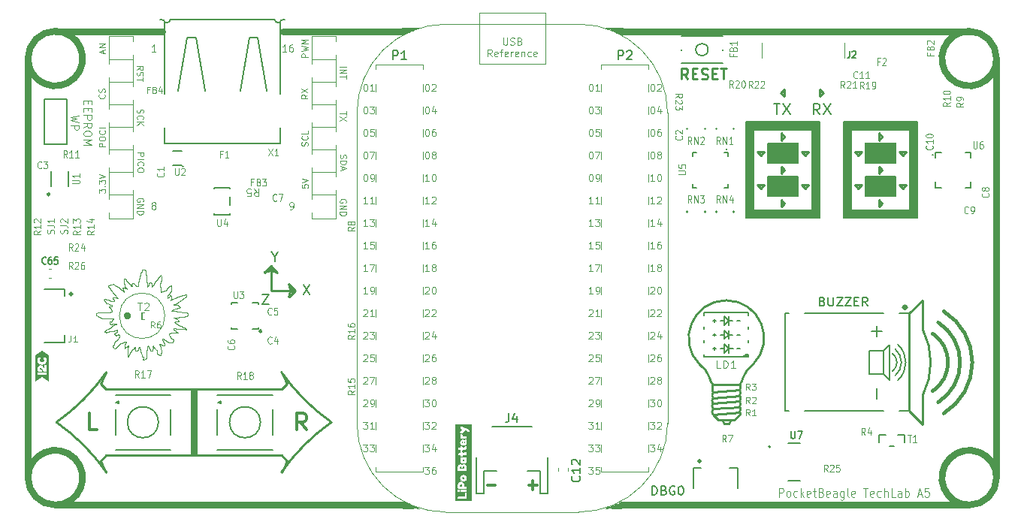
<source format=gbr>
%TF.GenerationSoftware,KiCad,Pcbnew,9.0.2*%
%TF.CreationDate,2025-06-01T02:46:12+05:30*%
%TF.ProjectId,TechLab,54656368-4c61-4622-9e6b-696361645f70,rev?*%
%TF.SameCoordinates,Original*%
%TF.FileFunction,Legend,Top*%
%TF.FilePolarity,Positive*%
%FSLAX46Y46*%
G04 Gerber Fmt 4.6, Leading zero omitted, Abs format (unit mm)*
G04 Created by KiCad (PCBNEW 9.0.2) date 2025-06-01 02:46:12*
%MOMM*%
%LPD*%
G01*
G04 APERTURE LIST*
%ADD10C,0.254000*%
%ADD11C,0.100000*%
%ADD12C,0.200000*%
%ADD13C,0.800000*%
%ADD14C,0.406400*%
%ADD15C,0.400000*%
%ADD16C,0.121920*%
%ADD17C,0.152400*%
%ADD18C,0.327660*%
%ADD19C,0.213360*%
%ADD20C,0.107290*%
%ADD21C,0.150000*%
%ADD22C,0.000000*%
%ADD23C,0.203200*%
%ADD24C,0.127000*%
%ADD25C,0.120000*%
%ADD26C,0.300000*%
%ADD27C,0.250000*%
%ADD28C,0.304800*%
G04 APERTURE END LIST*
D10*
X179367756Y-80093510D02*
X179190978Y-80270288D01*
X248751100Y-82503600D02*
X248751100Y-93503600D01*
X229626100Y-91753600D02*
X226626100Y-92003600D01*
D11*
X162517090Y-77523647D02*
X162518623Y-77524403D01*
X162520135Y-77525125D01*
X162521630Y-77525818D01*
X162523103Y-77526479D01*
X162524561Y-77527112D01*
X162525997Y-77527714D01*
X162527421Y-77528289D01*
X162528823Y-77528834D01*
X162530213Y-77529353D01*
X162531582Y-77529843D01*
X162532941Y-77530309D01*
X162534279Y-77530747D01*
X162536918Y-77531550D01*
X162539504Y-77532254D01*
X162542041Y-77532865D01*
X162544534Y-77533384D01*
X162546988Y-77533817D01*
X162549410Y-77534165D01*
X162551807Y-77534431D01*
X162554186Y-77534617D01*
X162556560Y-77534726D01*
X162558941Y-77534759D01*
X162561348Y-77534715D01*
X162563808Y-77534595D01*
X162566367Y-77534395D01*
X162569113Y-77534108D01*
X162572262Y-77533710D01*
X162574109Y-77533459D01*
X162577640Y-77532990D01*
X162579320Y-77532799D01*
X162580948Y-77532652D01*
X162582530Y-77532561D01*
X162584069Y-77532539D01*
X162584824Y-77532557D01*
X162585570Y-77532597D01*
X162586308Y-77532660D01*
X162587038Y-77532747D01*
X162587760Y-77532860D01*
X162588476Y-77533000D01*
X162589186Y-77533170D01*
X162589890Y-77533370D01*
X162590589Y-77533601D01*
X162591284Y-77533866D01*
X162591974Y-77534166D01*
X162592662Y-77534502D01*
X162593346Y-77534877D01*
X162594028Y-77535290D01*
X162594709Y-77535744D01*
X162595388Y-77536240D01*
X162596067Y-77536781D01*
X162596746Y-77537366D01*
X162597425Y-77537998D01*
X162598105Y-77538678D01*
X162598787Y-77539408D01*
X162599471Y-77540189D01*
X162600158Y-77541023D01*
X162600848Y-77541911D01*
X162601542Y-77542854D01*
X162602241Y-77543855D01*
X162602944Y-77544914D01*
X162603653Y-77546033D01*
X162604368Y-77547214D01*
X162605090Y-77548458D01*
X162605819Y-77549766D01*
X162606555Y-77551141D01*
X162607300Y-77552582D01*
X162608054Y-77554093D01*
X162608817Y-77555674D01*
X162609590Y-77557327D01*
X162610374Y-77559054D01*
X162611169Y-77560855D01*
X162612794Y-77564689D01*
X162614470Y-77568840D01*
X162616201Y-77573320D01*
X162617993Y-77578141D01*
X162619849Y-77583315D01*
X162621773Y-77588853D01*
X162623771Y-77594769D01*
D10*
X167876100Y-91003600D02*
X158251100Y-91003600D01*
D12*
X215321100Y-104383600D02*
X214691100Y-104383600D01*
D11*
X162054812Y-78234847D02*
X162058320Y-78216414D01*
X162061899Y-78197206D01*
X162065632Y-78176768D01*
X162069688Y-78154155D01*
X162075298Y-78122449D01*
X162080377Y-78093742D01*
X162082836Y-78080016D01*
X162085263Y-78066690D01*
X162087671Y-78053751D01*
X162090075Y-78041184D01*
X162091281Y-78035036D01*
X162092491Y-78028975D01*
X162093708Y-78023002D01*
X162094933Y-78017112D01*
X162096168Y-78011306D01*
X162097416Y-78005580D01*
X162098677Y-77999934D01*
X162099954Y-77994365D01*
X162101249Y-77988873D01*
X162102564Y-77983454D01*
X162103900Y-77978108D01*
X162105259Y-77972833D01*
X162106643Y-77967626D01*
X162108054Y-77962487D01*
X162109494Y-77957413D01*
X162110965Y-77952404D01*
X162112468Y-77947456D01*
X162114005Y-77942568D01*
X162115579Y-77937740D01*
X162117191Y-77932968D01*
X162118843Y-77928251D01*
X162120537Y-77923588D01*
X162122274Y-77918977D01*
X162124057Y-77914415D01*
X162125887Y-77909902D01*
X162127766Y-77905436D01*
X162129697Y-77901014D01*
X162131681Y-77896635D01*
X162133719Y-77892298D01*
X162135814Y-77888001D01*
X162137968Y-77883741D01*
X162140181Y-77879518D01*
X162142458Y-77875329D01*
X162144798Y-77871173D01*
X162147204Y-77867048D01*
X162149678Y-77862952D01*
X162152222Y-77858884D01*
X162154837Y-77854841D01*
X162157526Y-77850823D01*
X162160289Y-77846828D01*
X162163130Y-77842853D01*
X162166050Y-77838897D01*
X162169051Y-77834958D01*
X162172134Y-77831034D01*
X162175302Y-77827125D01*
X162178556Y-77823228D01*
X162181899Y-77819340D01*
X162185332Y-77815462D01*
X162188856Y-77811590D01*
X162192474Y-77807724D01*
X162196188Y-77803861D01*
X162200000Y-77800000D01*
D10*
X158251100Y-89128600D02*
X157626100Y-90378600D01*
D11*
X163050493Y-79159404D02*
X163052247Y-79157237D01*
X163053935Y-79155027D01*
X163055558Y-79152771D01*
X163057119Y-79150467D01*
X163058620Y-79148111D01*
X163060062Y-79145700D01*
X163061447Y-79143230D01*
X163062777Y-79140697D01*
X163064055Y-79138095D01*
X163065280Y-79135420D01*
X163066457Y-79132663D01*
X163067587Y-79129816D01*
X163068671Y-79126870D01*
X163069714Y-79123810D01*
X163070719Y-79120622D01*
X163071689Y-79117283D01*
X163072630Y-79113765D01*
X163073551Y-79110025D01*
X163074464Y-79105999D01*
X163075390Y-79101575D01*
X163076370Y-79096532D01*
X163077519Y-79090266D01*
X163077918Y-79088046D01*
X163079221Y-79080879D01*
X163079890Y-79077364D01*
X163080587Y-79073901D01*
X163081322Y-79070494D01*
X163082107Y-79067149D01*
X163082522Y-79065501D01*
X163082953Y-79063870D01*
X163083403Y-79062257D01*
X163083872Y-79060662D01*
X163084362Y-79059086D01*
X163084875Y-79057529D01*
X163085411Y-79055992D01*
X163085973Y-79054476D01*
X163086561Y-79052982D01*
X163087178Y-79051509D01*
X163087823Y-79050058D01*
X163088500Y-79048631D01*
X163089209Y-79047227D01*
X163089952Y-79045847D01*
X163090730Y-79044492D01*
X163091544Y-79043163D01*
X163092397Y-79041859D01*
X163093289Y-79040582D01*
X163094221Y-79039332D01*
X163095196Y-79038110D01*
X163096215Y-79036916D01*
X163097278Y-79035751D01*
X163098389Y-79034616D01*
X163099547Y-79033510D01*
X163100754Y-79032436D01*
X163102012Y-79031392D01*
X163103322Y-79030381D01*
X163104686Y-79029401D01*
X163106105Y-79028455D01*
X163107580Y-79027543D01*
X163109113Y-79026665D01*
X163110705Y-79025821D01*
X163112358Y-79025013D01*
X163114073Y-79024241D01*
X163115851Y-79023505D01*
X163117695Y-79022807D01*
X163119604Y-79022146D01*
X163121582Y-79021524D01*
X163123628Y-79020941D01*
X163125745Y-79020397D01*
X163127934Y-79019893D01*
X163130197Y-79019430D01*
X163132534Y-79019009D01*
X163134948Y-79018629D01*
X163137439Y-79018292D01*
X163140009Y-79017997D01*
X163142660Y-79017747D01*
X163145393Y-79017540D01*
X163148209Y-79017379D01*
X163151110Y-79017263D01*
X163154097Y-79017192D01*
X163157171Y-79017169D01*
X167033212Y-82857644D02*
X167024447Y-82859095D01*
X167015798Y-82860506D01*
X167007256Y-82861880D01*
X166998821Y-82863217D01*
X166990465Y-82864520D01*
X166982206Y-82865789D01*
X166965880Y-82868237D01*
X166949767Y-82870574D01*
X166933785Y-82872812D01*
X166917848Y-82874964D01*
X166901861Y-82877043D01*
X166885714Y-82879064D01*
X166869279Y-82881041D01*
X166852398Y-82882994D01*
X166834870Y-82884942D01*
X166816422Y-82886914D01*
X166796666Y-82888948D01*
X166774993Y-82891102D01*
X166750327Y-82893477D01*
X166720337Y-82896291D01*
X166684285Y-82899622D01*
X166654447Y-82902375D01*
X166623153Y-82905290D01*
X166590196Y-82908413D01*
X166573027Y-82910067D01*
X166555365Y-82911790D01*
X166537182Y-82913588D01*
X166518452Y-82915467D01*
X166499150Y-82917433D01*
X166479249Y-82919491D01*
X166458723Y-82921648D01*
X166437546Y-82923909D01*
X166415692Y-82926279D01*
X166393134Y-82928766D01*
X162268171Y-77665885D02*
X162269189Y-77663686D01*
X162270155Y-77661413D01*
X162271068Y-77659061D01*
X162271928Y-77656626D01*
X162272736Y-77654102D01*
X162273491Y-77651483D01*
X162274193Y-77648762D01*
X162274842Y-77645930D01*
X162275437Y-77642980D01*
X162275979Y-77639898D01*
X162276466Y-77636670D01*
X162276899Y-77633281D01*
X162277276Y-77629707D01*
X162277597Y-77625918D01*
X162277863Y-77621873D01*
X162278072Y-77617511D01*
X162278224Y-77612733D01*
X162278321Y-77607358D01*
X162278365Y-77600975D01*
X162278368Y-77594547D01*
X162278369Y-77589767D01*
X162278386Y-77585042D01*
X162278440Y-77580383D01*
X162278546Y-77575801D01*
X162278625Y-77573542D01*
X162278723Y-77571306D01*
X162278844Y-77569095D01*
X162278989Y-77566911D01*
X162279160Y-77564753D01*
X162279360Y-77562625D01*
X162279592Y-77560527D01*
X162279856Y-77558461D01*
X162280156Y-77556427D01*
X162280493Y-77554428D01*
X162280870Y-77552465D01*
X162281289Y-77550539D01*
X162281752Y-77548652D01*
X162282262Y-77546805D01*
X162282820Y-77544999D01*
X162283429Y-77543235D01*
X162284091Y-77541516D01*
X162284809Y-77539843D01*
X162285584Y-77538216D01*
X162286418Y-77536638D01*
X162286859Y-77535867D01*
X162287315Y-77535109D01*
X162287787Y-77534363D01*
X162288275Y-77533631D01*
X162288780Y-77532912D01*
X162289302Y-77532206D01*
X162289841Y-77531513D01*
X162290398Y-77530834D01*
X162290972Y-77530169D01*
X162291564Y-77529518D01*
X162292174Y-77528881D01*
X162292803Y-77528258D01*
X162293450Y-77527650D01*
X162294117Y-77527056D01*
X162294803Y-77526478D01*
X162295508Y-77525914D01*
X162296234Y-77525366D01*
X162296980Y-77524832D01*
X162297746Y-77524315D01*
X162298533Y-77523813D01*
X162299340Y-77523327D01*
X162300169Y-77522857D01*
X162301020Y-77522403D01*
X162301893Y-77521966D01*
X162302787Y-77521545D01*
X162303704Y-77521141D01*
X162304644Y-77520754D01*
X162305606Y-77520384D01*
X162306592Y-77520031D01*
X162307601Y-77519696D01*
X162308634Y-77519378D01*
X162309691Y-77519078D01*
X162310772Y-77518796D01*
X162311878Y-77518532D01*
X162313009Y-77518286D01*
X162314165Y-77518059D01*
X162315346Y-77517851D01*
X162316553Y-77517661D01*
X162317786Y-77517491D01*
X162319046Y-77517339D01*
X162320331Y-77517207D01*
X162321644Y-77517094D01*
X162322984Y-77517001D01*
X162324351Y-77516928D01*
X162325745Y-77516875D01*
X162327168Y-77516842D01*
X162328619Y-77516830D01*
X162330098Y-77516838D01*
X162331606Y-77516867D01*
X162333143Y-77516916D01*
X162336305Y-77517079D01*
X162339586Y-77517328D01*
X162342989Y-77517663D01*
X162346515Y-77518087D01*
X162350168Y-77518601D01*
X162353949Y-77519206D01*
X162357860Y-77519903D01*
X162361904Y-77520695D01*
X162366082Y-77521582D01*
X162370398Y-77522565D01*
X162374853Y-77523647D01*
X167459934Y-82537604D02*
X167459971Y-82549051D01*
X167460084Y-82560877D01*
X167460276Y-82573417D01*
X167460561Y-82587498D01*
X167460785Y-82597372D01*
X167461139Y-82613517D01*
X167461268Y-82621032D01*
X167461348Y-82628195D01*
X167461365Y-82635023D01*
X167461345Y-82638316D01*
X167461305Y-82641532D01*
X167461242Y-82644671D01*
X167461155Y-82647737D01*
X167461043Y-82650731D01*
X167460902Y-82653656D01*
X167460733Y-82656512D01*
X167460532Y-82659303D01*
X167460299Y-82662029D01*
X167460032Y-82664694D01*
X167459729Y-82667299D01*
X167459388Y-82669846D01*
X167459008Y-82672338D01*
X167458587Y-82674775D01*
X167458123Y-82677161D01*
X167457615Y-82679496D01*
X167457060Y-82681784D01*
X167456458Y-82684026D01*
X167455807Y-82686224D01*
X167455105Y-82688379D01*
X167454349Y-82690495D01*
X167453540Y-82692574D01*
X167452674Y-82694616D01*
X167451750Y-82696624D01*
X167450767Y-82698600D01*
X167449723Y-82700546D01*
X167448615Y-82702465D01*
X167447444Y-82704357D01*
X167446206Y-82706225D01*
X167444900Y-82708072D01*
X167443524Y-82709898D01*
X167442078Y-82711706D01*
X167440558Y-82713498D01*
X167438963Y-82715277D01*
X167437293Y-82717043D01*
X167435544Y-82718799D01*
X167433716Y-82720547D01*
X167431806Y-82722289D01*
X167429813Y-82724027D01*
X167427735Y-82725763D01*
X167425571Y-82727499D01*
X167423319Y-82729237D01*
X167420977Y-82730979D01*
X167418544Y-82732726D01*
X167416017Y-82734482D01*
X167413396Y-82736247D01*
X167410678Y-82738025D01*
X167407862Y-82739816D01*
X167404946Y-82741623D01*
X167401928Y-82743448D01*
X167398808Y-82745293D01*
X167395582Y-82747159D01*
X167392250Y-82749050D01*
X167388809Y-82750966D01*
X161841450Y-86484769D02*
X161840016Y-86488871D01*
X161838661Y-86492987D01*
X161837383Y-86497119D01*
X161836182Y-86501273D01*
X161835054Y-86505451D01*
X161833999Y-86509661D01*
X161833016Y-86513909D01*
X161832103Y-86518202D01*
X161831258Y-86522549D01*
X161830480Y-86526962D01*
X161829766Y-86531456D01*
X161829116Y-86536048D01*
X161828526Y-86540765D01*
X161827994Y-86545641D01*
X161827515Y-86550729D01*
X161827085Y-86556112D01*
X161826693Y-86561941D01*
X161826322Y-86568545D01*
X161825931Y-86576522D01*
X161825680Y-86581720D01*
X161825415Y-86586763D01*
X161825112Y-86591649D01*
X161824939Y-86594033D01*
X161824749Y-86596377D01*
X161824538Y-86598683D01*
X161824303Y-86600949D01*
X161824043Y-86603175D01*
X161823753Y-86605361D01*
X161823432Y-86607508D01*
X161823076Y-86609615D01*
X161822683Y-86611682D01*
X161822249Y-86613709D01*
X161821773Y-86615696D01*
X161821250Y-86617643D01*
X161820679Y-86619550D01*
X161820057Y-86621417D01*
X161819380Y-86623243D01*
X161818647Y-86625029D01*
X161817853Y-86626774D01*
X161816997Y-86628479D01*
X161816076Y-86630143D01*
X161815589Y-86630960D01*
X161815086Y-86631767D01*
X161814564Y-86632563D01*
X161814025Y-86633349D01*
X161813467Y-86634126D01*
X161812890Y-86634891D01*
X161812294Y-86635647D01*
X161811679Y-86636392D01*
X161811044Y-86637127D01*
X161810388Y-86637852D01*
X161809712Y-86638567D01*
X161809015Y-86639271D01*
X161808297Y-86639965D01*
X161807557Y-86640649D01*
X161806795Y-86641322D01*
X161806011Y-86641985D01*
X161805204Y-86642638D01*
X161804375Y-86643281D01*
X161803521Y-86643913D01*
X161802645Y-86644534D01*
X161801744Y-86645146D01*
X161800818Y-86645747D01*
X161799868Y-86646337D01*
X161798893Y-86646918D01*
X161797892Y-86647488D01*
X161796865Y-86648047D01*
X161795813Y-86648596D01*
X161794733Y-86649135D01*
X161793627Y-86649663D01*
X161792494Y-86650181D01*
X161791333Y-86650688D01*
X161790144Y-86651185D01*
X161788927Y-86651671D01*
X161787681Y-86652147D01*
X161785103Y-86653067D01*
X161782405Y-86653945D01*
X161779586Y-86654781D01*
X161776643Y-86655575D01*
X161773573Y-86656327D01*
X161770372Y-86657036D01*
X161767039Y-86657703D01*
X161763571Y-86658327D01*
X161759964Y-86658909D01*
X161756216Y-86659448D01*
X161752324Y-86659945D01*
X161748285Y-86660398D01*
X161744097Y-86660809D01*
X161739757Y-86661177D01*
X161735261Y-86661502D01*
X161730607Y-86661784D01*
X161725793Y-86662023D01*
X161720815Y-86662218D01*
X161715671Y-86662370D01*
X161710358Y-86662479D01*
X161704872Y-86662544D01*
X161699212Y-86662566D01*
D10*
X168376100Y-91003600D02*
X168126100Y-91003600D01*
X250251100Y-81003600D02*
X248751100Y-82503600D01*
D11*
X164152853Y-78448204D02*
X164162779Y-78438069D01*
X164170999Y-78429709D01*
X164176994Y-78423639D01*
X164182263Y-78418332D01*
X164191390Y-78409219D01*
X164202955Y-78397776D01*
X164212285Y-78388556D01*
X164224155Y-78376793D01*
X164239569Y-78361458D01*
X164259534Y-78341525D01*
X163192734Y-86662566D02*
X163192986Y-86660306D01*
X163193219Y-86658038D01*
X163193426Y-86655815D01*
X163193614Y-86653584D01*
X163193778Y-86651392D01*
X163193923Y-86649190D01*
X163194045Y-86647021D01*
X163194147Y-86644843D01*
X163194227Y-86642691D01*
X163194288Y-86640529D01*
X163194327Y-86638390D01*
X163194347Y-86636241D01*
X163194346Y-86634110D01*
X163194325Y-86631968D01*
X163194284Y-86629841D01*
X163194222Y-86627702D01*
X163194141Y-86625575D01*
X163194039Y-86623436D01*
X163193917Y-86621306D01*
X163193774Y-86619164D01*
X163193611Y-86617027D01*
X163193427Y-86614878D01*
X163193223Y-86612732D01*
X163192998Y-86610573D01*
X163192752Y-86608414D01*
X163192484Y-86606242D01*
X163192196Y-86604069D01*
X163191886Y-86601881D01*
X163191555Y-86599690D01*
X163191201Y-86597484D01*
X163190826Y-86595272D01*
X163190428Y-86593046D01*
X163190009Y-86590812D01*
X163189565Y-86588562D01*
X163189100Y-86586302D01*
X163188610Y-86584027D01*
X163188098Y-86581740D01*
X163187561Y-86579436D01*
X163187000Y-86577119D01*
X163186415Y-86574785D01*
X163185805Y-86572436D01*
X163185170Y-86570069D01*
X163184509Y-86567685D01*
X163183823Y-86565283D01*
X163183110Y-86562863D01*
X163182370Y-86560423D01*
X163181604Y-86557963D01*
X163180810Y-86555484D01*
X163179988Y-86552982D01*
X163179139Y-86550460D01*
X163178260Y-86547915D01*
X163177353Y-86545348D01*
X163176415Y-86542756D01*
X163175449Y-86540143D01*
X163174451Y-86537502D01*
X163173423Y-86534840D01*
X163171271Y-86529433D01*
X163168989Y-86523919D01*
X163166573Y-86518291D01*
X163164018Y-86512545D01*
X163161320Y-86506676D01*
X163158474Y-86500677D01*
X163155475Y-86494545D01*
X163152317Y-86488272D01*
X163148996Y-86481854D01*
X163145505Y-86475284D01*
X163141840Y-86468557D01*
X163137993Y-86461666D01*
X163133958Y-86454605D01*
X163129730Y-86447367D01*
X163125301Y-86439946D01*
X163120665Y-86432335D01*
X163115814Y-86424527D01*
X163110741Y-86416514D01*
X163105438Y-86408289D01*
X163100000Y-86400000D01*
X214751100Y-50323600D02*
X214501100Y-50323600D01*
D13*
X152501100Y-104083600D02*
X191751100Y-104083600D01*
D11*
X160810209Y-87195966D02*
X160809308Y-87195676D01*
X160808412Y-87195409D01*
X160807523Y-87195165D01*
X160806640Y-87194942D01*
X160805763Y-87194742D01*
X160804891Y-87194564D01*
X160804025Y-87194407D01*
X160803164Y-87194271D01*
X160802308Y-87194156D01*
X160801456Y-87194062D01*
X160800609Y-87193988D01*
X160799766Y-87193935D01*
X160798927Y-87193902D01*
X160798092Y-87193889D01*
X160796431Y-87193923D01*
X160794782Y-87194035D01*
X160793142Y-87194227D01*
X160791511Y-87194498D01*
X160789885Y-87194849D01*
X160788264Y-87195280D01*
X160786645Y-87195792D01*
X160785027Y-87196389D01*
X160783408Y-87197070D01*
X160781786Y-87197838D01*
X160780161Y-87198697D01*
X160778531Y-87199649D01*
X160776895Y-87200696D01*
X160775251Y-87201843D01*
X160773599Y-87203093D01*
X160771938Y-87204449D01*
X160770266Y-87205918D01*
X160768583Y-87207501D01*
X160766889Y-87209206D01*
X160765183Y-87211035D01*
X160763463Y-87212995D01*
X160761731Y-87215091D01*
X160759985Y-87217328D01*
X160758225Y-87219712D01*
X160756450Y-87222250D01*
X160754661Y-87224947D01*
X160752856Y-87227811D01*
X160751036Y-87230848D01*
X160749200Y-87234066D01*
X160747348Y-87237472D01*
X160745478Y-87241075D01*
X160743589Y-87244885D01*
X160741682Y-87248911D01*
X160739753Y-87253166D01*
X160737800Y-87257661D01*
X160735821Y-87262415D01*
X160733810Y-87267447D01*
X160731761Y-87272784D01*
X160729661Y-87278464D01*
X160727494Y-87284546D01*
X160725228Y-87291130D01*
X160722796Y-87298418D01*
X160720023Y-87306940D01*
X160718623Y-87311290D01*
X160717021Y-87316265D01*
X160715514Y-87320897D01*
X160714098Y-87325146D01*
X160712770Y-87328971D01*
X160712139Y-87330713D01*
X160711528Y-87332333D01*
X160710939Y-87333827D01*
X160710369Y-87335190D01*
X160709820Y-87336417D01*
X160709291Y-87337503D01*
X160708780Y-87338443D01*
X160708289Y-87339231D01*
X160708050Y-87339566D01*
X160707816Y-87339862D01*
X160707586Y-87340118D01*
X160707361Y-87340333D01*
X160707141Y-87340506D01*
X160706925Y-87340636D01*
X160706713Y-87340724D01*
X160706506Y-87340769D01*
X160706302Y-87340769D01*
X160706104Y-87340724D01*
X160705909Y-87340634D01*
X160705718Y-87340498D01*
X160705532Y-87340315D01*
X160705350Y-87340085D01*
X160705171Y-87339807D01*
X160704997Y-87339480D01*
X160704826Y-87339105D01*
X160704660Y-87338679D01*
X160704338Y-87337676D01*
X160704032Y-87336465D01*
X160703740Y-87335043D01*
X160703462Y-87333403D01*
X160703199Y-87331542D01*
X160702949Y-87329453D01*
X160702712Y-87327132D01*
X160702488Y-87324574D01*
X160702277Y-87321774D01*
X160702078Y-87318726D01*
X160701890Y-87315425D01*
X160701715Y-87311868D01*
X160701550Y-87308047D01*
X160701396Y-87303959D01*
X160701252Y-87299598D01*
X160700995Y-87290039D01*
X160700775Y-87279328D01*
X160700589Y-87267425D01*
X160700435Y-87254290D01*
X160700310Y-87239883D01*
X160700211Y-87224162D01*
X160700134Y-87207088D01*
X160700078Y-87188620D01*
X160700016Y-87147341D01*
X160700000Y-87100000D01*
X160170134Y-85773566D02*
X160160004Y-85778263D01*
X160149795Y-85782911D01*
X160139502Y-85787510D01*
X160129117Y-85792063D01*
X160118634Y-85796573D01*
X160108046Y-85801042D01*
X160097344Y-85805475D01*
X160086515Y-85809875D01*
X160075548Y-85814245D01*
X160064427Y-85818593D01*
X160053135Y-85822923D01*
X160041647Y-85827245D01*
X160029937Y-85831567D01*
X160017967Y-85835901D01*
X160005691Y-85840264D01*
X159993044Y-85844676D01*
X159979937Y-85849168D01*
X159966236Y-85853782D01*
X159951727Y-85858587D01*
X159936034Y-85863707D01*
X159918351Y-85869401D01*
X159894447Y-85877023D01*
X159872529Y-85884011D01*
X159861979Y-85887403D01*
X159851710Y-85890739D01*
X159841727Y-85894029D01*
X159832034Y-85897282D01*
X159822639Y-85900508D01*
X159818054Y-85902114D01*
X159813545Y-85903717D01*
X159809113Y-85905317D01*
X159804758Y-85906917D01*
X159800482Y-85908517D01*
X159796285Y-85910118D01*
X159792167Y-85911722D01*
X159788129Y-85913330D01*
X159784173Y-85914943D01*
X159780298Y-85916562D01*
X159776505Y-85918189D01*
X159772795Y-85919824D01*
X159769169Y-85921469D01*
X159765627Y-85923125D01*
X159762171Y-85924793D01*
X159758799Y-85926474D01*
X159755515Y-85928170D01*
X159752317Y-85929881D01*
X159749207Y-85931609D01*
X159746185Y-85933356D01*
X159743253Y-85935121D01*
X159740410Y-85936907D01*
X159737657Y-85938715D01*
X159734996Y-85940545D01*
X159732426Y-85942399D01*
X159729949Y-85944279D01*
X159727565Y-85946184D01*
X159726408Y-85947147D01*
X159725275Y-85948117D01*
X159724166Y-85949095D01*
X159723080Y-85950079D01*
X159722017Y-85951071D01*
X159720979Y-85952071D01*
X159719965Y-85953079D01*
X159718974Y-85954094D01*
X159718008Y-85955117D01*
X159717066Y-85956149D01*
X159716149Y-85957189D01*
X159715255Y-85958237D01*
X159714387Y-85959295D01*
X159713542Y-85960360D01*
X159712723Y-85961435D01*
X159711928Y-85962519D01*
X159711158Y-85963612D01*
X159710413Y-85964715D01*
X159709693Y-85965827D01*
X159708997Y-85966949D01*
X159708327Y-85968081D01*
X159707683Y-85969222D01*
X159707063Y-85970374D01*
X159706469Y-85971536D01*
X159705901Y-85972709D01*
X159705358Y-85973892D01*
X159704841Y-85975085D01*
X159704349Y-85976290D01*
X159703883Y-85977506D01*
X159703443Y-85978732D01*
X159703030Y-85979970D01*
X159702642Y-85981220D01*
X159702280Y-85982481D01*
X159701945Y-85983754D01*
X159701636Y-85985039D01*
X159701354Y-85986336D01*
X159701098Y-85987645D01*
X159700868Y-85988966D01*
X159700665Y-85990300D01*
X159700489Y-85991647D01*
X159700340Y-85993006D01*
X159700218Y-85994378D01*
X159700123Y-85995764D01*
X159700055Y-85997162D01*
X159700014Y-85998574D01*
X159700000Y-86000000D01*
X159700000Y-85000000D02*
X159699990Y-84996556D01*
X159699960Y-84993152D01*
X159699911Y-84989807D01*
X159699842Y-84986501D01*
X159699755Y-84983253D01*
X159699648Y-84980044D01*
X159699524Y-84976893D01*
X159699381Y-84973779D01*
X159699220Y-84970722D01*
X159699042Y-84967701D01*
X159698847Y-84964737D01*
X159698634Y-84961808D01*
X159698405Y-84958935D01*
X159698159Y-84956096D01*
X159697898Y-84953312D01*
X159697619Y-84950563D01*
X159697326Y-84947866D01*
X159697017Y-84945203D01*
X159696694Y-84942592D01*
X159696354Y-84940015D01*
X159696001Y-84937489D01*
X159695633Y-84934995D01*
X159695252Y-84932552D01*
X159694855Y-84930140D01*
X159694446Y-84927777D01*
X159694023Y-84925447D01*
X159693588Y-84923163D01*
X159693138Y-84920911D01*
X159692677Y-84918705D01*
X159692203Y-84916530D01*
X159691717Y-84914400D01*
X159691219Y-84912301D01*
X159690710Y-84910246D01*
X159690188Y-84908220D01*
X159689656Y-84906237D01*
X159689111Y-84904284D01*
X159688558Y-84902373D01*
X159687992Y-84900490D01*
X159687417Y-84898648D01*
X159686830Y-84896834D01*
X159686235Y-84895060D01*
X159685628Y-84893314D01*
X159685014Y-84891606D01*
X159684388Y-84889925D01*
X159683755Y-84888283D01*
X159683110Y-84886666D01*
X159682459Y-84885087D01*
X159681797Y-84883533D01*
X159681128Y-84882015D01*
X159680449Y-84880522D01*
X159679763Y-84879065D01*
X159679067Y-84877632D01*
X159678365Y-84876232D01*
X159677653Y-84874858D01*
X159676936Y-84873516D01*
X159676209Y-84872197D01*
X159675476Y-84870911D01*
X159674734Y-84869648D01*
X159673987Y-84868416D01*
X159673230Y-84867207D01*
X159672468Y-84866028D01*
X159671697Y-84864871D01*
X159670922Y-84863744D01*
X159670137Y-84862638D01*
X159669348Y-84861561D01*
X159668550Y-84860505D01*
X159667748Y-84859477D01*
X159666937Y-84858470D01*
X159666121Y-84857489D01*
X159665297Y-84856530D01*
X159664469Y-84855595D01*
X159663632Y-84854682D01*
X159662791Y-84853793D01*
X159661941Y-84852925D01*
X159661087Y-84852080D01*
X159660225Y-84851256D01*
X159659358Y-84850454D01*
X159658484Y-84849673D01*
X159657604Y-84848914D01*
X159656717Y-84848175D01*
X159655824Y-84847458D01*
X159654924Y-84846760D01*
X159654019Y-84846083D01*
X159653106Y-84845426D01*
X159652187Y-84844789D01*
X159651262Y-84844171D01*
X159650330Y-84843573D01*
X159649391Y-84842994D01*
X159648445Y-84842435D01*
X159647492Y-84841895D01*
X159646532Y-84841374D01*
X159645566Y-84840871D01*
X159643611Y-84839923D01*
X159641627Y-84839049D01*
X159639613Y-84838249D01*
X159637567Y-84837522D01*
X159635489Y-84836869D01*
X159633379Y-84836289D01*
X159631233Y-84835783D01*
X159629053Y-84835350D01*
X159626836Y-84834992D01*
X159624581Y-84834708D01*
X159622288Y-84834500D01*
X159619954Y-84834369D01*
X159617579Y-84834316D01*
X159615162Y-84834342D01*
X159612701Y-84834448D01*
X159610196Y-84834637D01*
X159607645Y-84834909D01*
X159605047Y-84835267D01*
X159602401Y-84835712D01*
X159599706Y-84836247D01*
X159596962Y-84836873D01*
X159594167Y-84837593D01*
X159591321Y-84838409D01*
X159588423Y-84839324D01*
X159585472Y-84840339D01*
X159582468Y-84841457D01*
X159579411Y-84842681D01*
X159576300Y-84844012D01*
X159573135Y-84845454D01*
X159569916Y-84847009D01*
X159566642Y-84848679D01*
X159563314Y-84850467D01*
X159559933Y-84852374D01*
X159556498Y-84854404D01*
X159553011Y-84856559D01*
X159549471Y-84858840D01*
X159545879Y-84861250D01*
X159542237Y-84863790D01*
X159538546Y-84866462D01*
X159534806Y-84869269D01*
X159531019Y-84872211D01*
X159527187Y-84875290D01*
X159523311Y-84878508D01*
X159519393Y-84881864D01*
X159515435Y-84885361D01*
X159511439Y-84888998D01*
X159507407Y-84892776D01*
X159503342Y-84896695D01*
X159500000Y-84900000D01*
D14*
X252001100Y-83503600D02*
G75*
G02*
X252001100Y-92503600I-2853400J-4500000D01*
G01*
D11*
X181504850Y-69123600D02*
X184044850Y-69123600D01*
D10*
X168126100Y-91003600D02*
X168126100Y-98503600D01*
D11*
X158783293Y-79230525D02*
X158792884Y-79229287D01*
X158802302Y-79227991D01*
X158811555Y-79226640D01*
X158820649Y-79225232D01*
X158829589Y-79223769D01*
X158838384Y-79222250D01*
X158847042Y-79220676D01*
X158855572Y-79219046D01*
X158863986Y-79217358D01*
X158872294Y-79215613D01*
X158880512Y-79213807D01*
X158888658Y-79211937D01*
X158896754Y-79210000D01*
X158904829Y-79207988D01*
X158912923Y-79205893D01*
X158921091Y-79203700D01*
X158929419Y-79201386D01*
X158938050Y-79198910D01*
X158947266Y-79196191D01*
X158957782Y-79193018D01*
X158963647Y-79191230D01*
X158971652Y-79188793D01*
X158979240Y-79186517D01*
X158982888Y-79185446D01*
X158986447Y-79184423D01*
X158989920Y-79183451D01*
X158993312Y-79182533D01*
X158996628Y-79181671D01*
X158999873Y-79180868D01*
X159003051Y-79180127D01*
X159006167Y-79179450D01*
X159009226Y-79178840D01*
X159012232Y-79178300D01*
X159015191Y-79177833D01*
X159018107Y-79177441D01*
X159020984Y-79177127D01*
X159023827Y-79176894D01*
X159025238Y-79176808D01*
X159026642Y-79176743D01*
X159028040Y-79176700D01*
X159029433Y-79176679D01*
X159030821Y-79176680D01*
X159032204Y-79176704D01*
X159033584Y-79176750D01*
X159034961Y-79176820D01*
X159036335Y-79176913D01*
X159037707Y-79177030D01*
X159039078Y-79177171D01*
X159040449Y-79177337D01*
X159041819Y-79177528D01*
X159043189Y-79177743D01*
X159044561Y-79177985D01*
X159045934Y-79178252D01*
X159047310Y-79178546D01*
X159048688Y-79178866D01*
X159050070Y-79179213D01*
X159051456Y-79179587D01*
X159052846Y-79179989D01*
X159054241Y-79180419D01*
X159055643Y-79180877D01*
X159057050Y-79181363D01*
X159058465Y-79181879D01*
X159059887Y-79182424D01*
X159061317Y-79182998D01*
X159062756Y-79183602D01*
X159064204Y-79184237D01*
X159065663Y-79184902D01*
X159067131Y-79185598D01*
X159068611Y-79186326D01*
X159070102Y-79187085D01*
X159071606Y-79187876D01*
X159073123Y-79188700D01*
X159074653Y-79189556D01*
X159076197Y-79190445D01*
X159077755Y-79191367D01*
X159079329Y-79192323D01*
X159080919Y-79193313D01*
X159084148Y-79195396D01*
X159087447Y-79197619D01*
X159090822Y-79199985D01*
X159094276Y-79202497D01*
X159097814Y-79205156D01*
X159101442Y-79207967D01*
X159105164Y-79210931D01*
X159108984Y-79214051D01*
X159112908Y-79217329D01*
X159116940Y-79220770D01*
X159121084Y-79224375D01*
X159125346Y-79228147D01*
X159129731Y-79232088D01*
X159134242Y-79236202D01*
X159138885Y-79240491D01*
X159143664Y-79244958D01*
X159148585Y-79249606D01*
X159153651Y-79254436D01*
X159158868Y-79259453D01*
X159164241Y-79264658D01*
X159169773Y-79270054D01*
X159175470Y-79275645D01*
X159187377Y-79287418D01*
X159200000Y-79300000D01*
X158600000Y-81700000D02*
X158610394Y-81699988D01*
X158620834Y-81699946D01*
X158628131Y-81699892D01*
X158635435Y-81699815D01*
X158641691Y-81699728D01*
X158647943Y-81699618D01*
X158653567Y-81699498D01*
X158659183Y-81699357D01*
X158664354Y-81699206D01*
X158669515Y-81699034D01*
X158674333Y-81698853D01*
X158679137Y-81698651D01*
X158683664Y-81698440D01*
X158688176Y-81698209D01*
X158692454Y-81697969D01*
X158696716Y-81697709D01*
X158700776Y-81697442D01*
X158704819Y-81697154D01*
X158708685Y-81696859D01*
X158712532Y-81696544D01*
X158716222Y-81696222D01*
X158719892Y-81695881D01*
X158723420Y-81695532D01*
X158726929Y-81695165D01*
X158730307Y-81694791D01*
X158733666Y-81694399D01*
X158736905Y-81694000D01*
X158740124Y-81693583D01*
X158743232Y-81693160D01*
X158746321Y-81692719D01*
X158749306Y-81692272D01*
X158752271Y-81691807D01*
X158755140Y-81691337D01*
X158757989Y-81690850D01*
X158760747Y-81690358D01*
X158763485Y-81689848D01*
X158766138Y-81689334D01*
X158768771Y-81688803D01*
X158771324Y-81688268D01*
X158773857Y-81687716D01*
X158776313Y-81687160D01*
X158778750Y-81686587D01*
X158781114Y-81686011D01*
X158783459Y-81685418D01*
X158785735Y-81684823D01*
X158787991Y-81684211D01*
X158790182Y-81683596D01*
X158792354Y-81682965D01*
X158794464Y-81682332D01*
X158796554Y-81681683D01*
X158798585Y-81681031D01*
X158800596Y-81680365D01*
X158802551Y-81679695D01*
X158804487Y-81679011D01*
X158806369Y-81678325D01*
X158808232Y-81677624D01*
X158810044Y-81676921D01*
X158811837Y-81676203D01*
X158813580Y-81675484D01*
X158815305Y-81674750D01*
X158816982Y-81674014D01*
X158818642Y-81673264D01*
X158820255Y-81672513D01*
X158821851Y-81671748D01*
X158823404Y-81670981D01*
X158824938Y-81670201D01*
X158826431Y-81669419D01*
X158827906Y-81668624D01*
X158829341Y-81667827D01*
X158830759Y-81667017D01*
X158832138Y-81666206D01*
X158833500Y-81665381D01*
X158834826Y-81664555D01*
X158836134Y-81663716D01*
X158837407Y-81662876D01*
X158838663Y-81662023D01*
X158839885Y-81661168D01*
X158841090Y-81660300D01*
X158842263Y-81659431D01*
X158843420Y-81658550D01*
X158844545Y-81657666D01*
X158845653Y-81656771D01*
X158846732Y-81655873D01*
X158847794Y-81654963D01*
X158848828Y-81654051D01*
X158849845Y-81653126D01*
X158850835Y-81652200D01*
X158851808Y-81651261D01*
X158852755Y-81650319D01*
X158853686Y-81649366D01*
X158854409Y-81648604D01*
X158700000Y-84100000D02*
X158709563Y-84091547D01*
X158719645Y-84082532D01*
X158730495Y-84072730D01*
X158742585Y-84061707D01*
X158757063Y-84048412D01*
X158767259Y-84039018D01*
X158783786Y-84023801D01*
X158792048Y-84016225D01*
X158800330Y-84008669D01*
X158808644Y-84001131D01*
X158817008Y-83993610D01*
X158825435Y-83986105D01*
X158833940Y-83978615D01*
X158842537Y-83971138D01*
X158846876Y-83967405D01*
X158851243Y-83963674D01*
X158855641Y-83959946D01*
X158860071Y-83956221D01*
X158864536Y-83952498D01*
X158869037Y-83948777D01*
X158873576Y-83945058D01*
X158878155Y-83941342D01*
X158882775Y-83937627D01*
X158887439Y-83933913D01*
X158892149Y-83930202D01*
X158896906Y-83926491D01*
X158901712Y-83922782D01*
X158906569Y-83919074D01*
X158911479Y-83915366D01*
X158916443Y-83911659D01*
X158921465Y-83907953D01*
X158926544Y-83904247D01*
X158931684Y-83900542D01*
X158936886Y-83896836D01*
X158942152Y-83893131D01*
X158947484Y-83889425D01*
X158952883Y-83885718D01*
X158958352Y-83882012D01*
X158963892Y-83878304D01*
X158969506Y-83874596D01*
X158975194Y-83870886D01*
X158980959Y-83867175D01*
X158986804Y-83863463D01*
X158992728Y-83859750D01*
X158998736Y-83856035D01*
X159004827Y-83852318D01*
X159011005Y-83848599D01*
X159017271Y-83844877D01*
X159023627Y-83841154D01*
X159030074Y-83837428D01*
X159036615Y-83833700D01*
X159043251Y-83829968D01*
X159049985Y-83826234D01*
X159056818Y-83822497D01*
X159063752Y-83818756D01*
X159070788Y-83815013D01*
X159077930Y-83811265D01*
X159085177Y-83807514D01*
X159092534Y-83803759D01*
X159100000Y-83800000D01*
X158143209Y-80866288D02*
X158148057Y-80868216D01*
X158152755Y-80870063D01*
X158157248Y-80871809D01*
X158161602Y-80873479D01*
X158165768Y-80875056D01*
X158169804Y-80876562D01*
X158173668Y-80877983D01*
X158177411Y-80879338D01*
X158180998Y-80880616D01*
X158184472Y-80881832D01*
X158187803Y-80882978D01*
X158191030Y-80884066D01*
X158194127Y-80885090D01*
X158197128Y-80886061D01*
X158200012Y-80886974D01*
X158202806Y-80887838D01*
X158205496Y-80888648D01*
X158208102Y-80889413D01*
X158210617Y-80890130D01*
X158213053Y-80890805D01*
X158215410Y-80891437D01*
X158217694Y-80892029D01*
X158219910Y-80892583D01*
X158222059Y-80893101D01*
X158224151Y-80893584D01*
X158226180Y-80894033D01*
X158228165Y-80894451D01*
X158230092Y-80894838D01*
X158233829Y-80895529D01*
X158237427Y-80896116D01*
X158240927Y-80896609D01*
X158244377Y-80897018D01*
X158247844Y-80897353D01*
X158251421Y-80897623D01*
X158255279Y-80897840D01*
X158259816Y-80898025D01*
X158262798Y-80898126D01*
X158268547Y-80898333D01*
X158271510Y-80898470D01*
X158274565Y-80898646D01*
X158277738Y-80898876D01*
X158281052Y-80899172D01*
X158284534Y-80899547D01*
X158288207Y-80900014D01*
X158292097Y-80900587D01*
X158294131Y-80900917D01*
X158296229Y-80901278D01*
X158298394Y-80901672D01*
X158300628Y-80902100D01*
X158302935Y-80902565D01*
X158305319Y-80903068D01*
X158307781Y-80903610D01*
X158310326Y-80904193D01*
X158312956Y-80904818D01*
X158315675Y-80905489D01*
X158318485Y-80906205D01*
X158321390Y-80906968D01*
X158324393Y-80907781D01*
X158327497Y-80908645D01*
X158330706Y-80909562D01*
X158334021Y-80910532D01*
X158337447Y-80911559D01*
X158340986Y-80912643D01*
X158344641Y-80913786D01*
X158348417Y-80914990D01*
X158352315Y-80916256D01*
X158356339Y-80917586D01*
X158360493Y-80918982D01*
X158364778Y-80920445D01*
X158369199Y-80921976D01*
X158373758Y-80923579D01*
X158378459Y-80925254D01*
X158383304Y-80927002D01*
X158388297Y-80928826D01*
X158393441Y-80930727D01*
X158398740Y-80932707D01*
X158404195Y-80934767D01*
X158415589Y-80939135D01*
X158427649Y-80943844D01*
X158440400Y-80948908D01*
X158453867Y-80954339D01*
X158468075Y-80960150D01*
X158483048Y-80966355D01*
X158498812Y-80972966D01*
D10*
X183626100Y-94753600D02*
G75*
G02*
X178001100Y-89128600I13138000J18763000D01*
G01*
D11*
X200251100Y-48628600D02*
X207751100Y-48628600D01*
D10*
X168126100Y-98503600D02*
X168376100Y-98503600D01*
D11*
X158644850Y-56423600D02*
X161184850Y-56423600D01*
D10*
X177148087Y-77520291D02*
X176440978Y-77520291D01*
D11*
X186501101Y-59878600D02*
G75*
G02*
X196501103Y-49878601I9999999J0D01*
G01*
X165504134Y-80048404D02*
X165496568Y-80059732D01*
X165489271Y-80070610D01*
X165483899Y-80078578D01*
X165478652Y-80086320D01*
X165474192Y-80092862D01*
X165469808Y-80099254D01*
X165465887Y-80104934D01*
X165462016Y-80110505D01*
X165458453Y-80115595D01*
X165454922Y-80120603D01*
X165451611Y-80125264D01*
X165448319Y-80129862D01*
X165445188Y-80134200D01*
X165442068Y-80138489D01*
X165439066Y-80142580D01*
X165436067Y-80146632D01*
X165433156Y-80150531D01*
X165430241Y-80154402D01*
X165427389Y-80158155D01*
X165424528Y-80161887D01*
X165421709Y-80165530D01*
X165418875Y-80169159D01*
X165416067Y-80172723D01*
X165413239Y-80176279D01*
X165410420Y-80179792D01*
X165407577Y-80183302D01*
X165404728Y-80186787D01*
X165401851Y-80190275D01*
X165398953Y-80193756D01*
X165396023Y-80197246D01*
X165390057Y-80204257D01*
X165383913Y-80211351D01*
X165377553Y-80218573D01*
X165370932Y-80225969D01*
X165364005Y-80233586D01*
X165356720Y-80241478D01*
X165349018Y-80249702D01*
X165340832Y-80258325D01*
X165332085Y-80267422D01*
X165322686Y-80277081D01*
X165312525Y-80287408D01*
X165301469Y-80298530D01*
X165300000Y-80300000D01*
D15*
X215241100Y-104283600D02*
X216221100Y-104283600D01*
D11*
X159316690Y-84386729D02*
X159310102Y-84389096D01*
X159303675Y-84391426D01*
X159297377Y-84393730D01*
X159291237Y-84395997D01*
X159285221Y-84398240D01*
X159279359Y-84400446D01*
X159273614Y-84402629D01*
X159268020Y-84404775D01*
X159262537Y-84406900D01*
X159257202Y-84408989D01*
X159251971Y-84411058D01*
X159246884Y-84413092D01*
X159241894Y-84415107D01*
X159237046Y-84417086D01*
X159232287Y-84419050D01*
X159227667Y-84420978D01*
X159223129Y-84422893D01*
X159218727Y-84424772D01*
X159210203Y-84428472D01*
X159202072Y-84432087D01*
X159194307Y-84435622D01*
X159186881Y-84439086D01*
X159179762Y-84442492D01*
X159172910Y-84445854D01*
X159166276Y-84449193D01*
X159159788Y-84452542D01*
X159153335Y-84455955D01*
X159146698Y-84459545D01*
X159139286Y-84463629D01*
X159137258Y-84464753D01*
X159132601Y-84467331D01*
X159128228Y-84469725D01*
X159124074Y-84471942D01*
X159122061Y-84472987D01*
X159120079Y-84473991D01*
X159118121Y-84474954D01*
X159116179Y-84475878D01*
X159114246Y-84476764D01*
X159112313Y-84477612D01*
X159110372Y-84478423D01*
X159108417Y-84479199D01*
X159106438Y-84479940D01*
X159104429Y-84480648D01*
X159102381Y-84481322D01*
X159100287Y-84481965D01*
X159098139Y-84482577D01*
X159095929Y-84483159D01*
X159093649Y-84483711D01*
X159091291Y-84484236D01*
X159088848Y-84484734D01*
X159086312Y-84485205D01*
X159083675Y-84485651D01*
X159080929Y-84486073D01*
X159078066Y-84486472D01*
X159075079Y-84486848D01*
X159071960Y-84487203D01*
X159068701Y-84487537D01*
X159065294Y-84487851D01*
X159061731Y-84488147D01*
X159058005Y-84488425D01*
X159054108Y-84488686D01*
X159050031Y-84488932D01*
X159045768Y-84489162D01*
X159041310Y-84489379D01*
X159036650Y-84489583D01*
X159026691Y-84489955D01*
X159015828Y-84490286D01*
X159004000Y-84490585D01*
X158991143Y-84490857D01*
X158977195Y-84491112D01*
X158962094Y-84491356D01*
X158945777Y-84491597D01*
X158909247Y-84492101D01*
X158867104Y-84492683D01*
X158843772Y-84493022D01*
X158818850Y-84493404D01*
X181480000Y-53830000D02*
X184020000Y-53830000D01*
X164757368Y-85844688D02*
X164761875Y-85850558D01*
X164766631Y-85856821D01*
X164769462Y-85860591D01*
X164772347Y-85864475D01*
X164774838Y-85867865D01*
X164777355Y-85871329D01*
X164779633Y-85874499D01*
X164781923Y-85877724D01*
X164784037Y-85880737D01*
X164786154Y-85883792D01*
X164788131Y-85886680D01*
X164790103Y-85889601D01*
X164791958Y-85892384D01*
X164793804Y-85895192D01*
X164795547Y-85897881D01*
X164797278Y-85900590D01*
X164798917Y-85903193D01*
X164800542Y-85905813D01*
X164802084Y-85908337D01*
X164803609Y-85910874D01*
X164805057Y-85913323D01*
X164806488Y-85915783D01*
X164807848Y-85918162D01*
X164809189Y-85920549D01*
X164810464Y-85922861D01*
X164811719Y-85925178D01*
X164812912Y-85927425D01*
X164814084Y-85929677D01*
X164815199Y-85931861D01*
X164816292Y-85934049D01*
X164817331Y-85936173D01*
X164818348Y-85938300D01*
X164819314Y-85940366D01*
X164820257Y-85942433D01*
X164821153Y-85944443D01*
X164822025Y-85946453D01*
X164822852Y-85948408D01*
X164823657Y-85950362D01*
X164824418Y-85952265D01*
X164825156Y-85954165D01*
X164825853Y-85956016D01*
X164826528Y-85957865D01*
X164827163Y-85959666D01*
X164827777Y-85961464D01*
X164828353Y-85963216D01*
X164828906Y-85964966D01*
X164829425Y-85966671D01*
X164829921Y-85968373D01*
X164830384Y-85970033D01*
X164830824Y-85971689D01*
X164831233Y-85973304D01*
X164831620Y-85974915D01*
X164831977Y-85976488D01*
X164832312Y-85978056D01*
X164832619Y-85979587D01*
X164832903Y-85981113D01*
X164833161Y-85982604D01*
X164833397Y-85984090D01*
X164833607Y-85985541D01*
X164833796Y-85986988D01*
X164833961Y-85988402D01*
X164834104Y-85989810D01*
X164834224Y-85991188D01*
X164834323Y-85992559D01*
X164834400Y-85993901D01*
X164834456Y-85995238D01*
X164834491Y-85996546D01*
X164834505Y-85997848D01*
X164834499Y-85999123D01*
X164834473Y-86000392D01*
X164834427Y-86001636D01*
X164834361Y-86002873D01*
X164834276Y-86004086D01*
X164834171Y-86005293D01*
X164834048Y-86006476D01*
X164833906Y-86007653D01*
X164833746Y-86008808D01*
X164833566Y-86009957D01*
X164833369Y-86011085D01*
X164833153Y-86012206D01*
X164832920Y-86013307D01*
X164832668Y-86014402D01*
X164832399Y-86015479D01*
X164832112Y-86016548D01*
X164831808Y-86017600D01*
X164831485Y-86018646D01*
X164831146Y-86019674D01*
X164830789Y-86020696D01*
X164830415Y-86021702D01*
X164830023Y-86022702D01*
X164829614Y-86023687D01*
X164829187Y-86024664D01*
X164828744Y-86025628D01*
X164828282Y-86026585D01*
X164827804Y-86027529D01*
X164827306Y-86028466D01*
X164826793Y-86029390D01*
X164826261Y-86030308D01*
X164825712Y-86031214D01*
X164825143Y-86032112D01*
X164824558Y-86033000D01*
X164823954Y-86033881D01*
X164823332Y-86034751D01*
X164822691Y-86035614D01*
X164822032Y-86036467D01*
X164821354Y-86037312D01*
X164820657Y-86038149D01*
X164819940Y-86038978D01*
X164819204Y-86039798D01*
X164818448Y-86040610D01*
X164817673Y-86041415D01*
X164816877Y-86042211D01*
X164816060Y-86042999D01*
X164815223Y-86043780D01*
X164814365Y-86044552D01*
X164813486Y-86045317D01*
X164812585Y-86046074D01*
X164811662Y-86046823D01*
X164810717Y-86047565D01*
X164809750Y-86048298D01*
X164807745Y-86049742D01*
X164805647Y-86051154D01*
X164803451Y-86052534D01*
X164801154Y-86053882D01*
X164798755Y-86055197D01*
X164796248Y-86056478D01*
X164793631Y-86057725D01*
X164792931Y-86058044D01*
X159103334Y-86413644D02*
X159085145Y-86393615D01*
X159076911Y-86384502D01*
X159069226Y-86375937D01*
X159062070Y-86367882D01*
X159058686Y-86364033D01*
X159055426Y-86360297D01*
X159052289Y-86356668D01*
X159049273Y-86353143D01*
X159046376Y-86349715D01*
X159043594Y-86346381D01*
X159040926Y-86343135D01*
X159038369Y-86339972D01*
X159035920Y-86336888D01*
X159033579Y-86333877D01*
X159031341Y-86330935D01*
X159029205Y-86328057D01*
X159027168Y-86325237D01*
X159025228Y-86322472D01*
X159023383Y-86319755D01*
X159021630Y-86317083D01*
X159019967Y-86314450D01*
X159018391Y-86311852D01*
X159016901Y-86309283D01*
X159015493Y-86306739D01*
X159014166Y-86304215D01*
X159012917Y-86301706D01*
X159011743Y-86299206D01*
X159010643Y-86296712D01*
X159009614Y-86294218D01*
X159008653Y-86291719D01*
X159007759Y-86289210D01*
X159006928Y-86286687D01*
X159006159Y-86284145D01*
X159005449Y-86281579D01*
X159004796Y-86278983D01*
X159004197Y-86276354D01*
X159003651Y-86273685D01*
X159003154Y-86270973D01*
X159002704Y-86268212D01*
X159002299Y-86265398D01*
X159001937Y-86262525D01*
X159001615Y-86259588D01*
X159001330Y-86256584D01*
X159001082Y-86253506D01*
X159000866Y-86250350D01*
X159000681Y-86247111D01*
X159000525Y-86243785D01*
X159000394Y-86240366D01*
X159000287Y-86236849D01*
X159000202Y-86233230D01*
X159000085Y-86225664D01*
X159000025Y-86217630D01*
X159000003Y-86209089D01*
X159000000Y-86200000D01*
X163900000Y-86600000D02*
X163700000Y-86400000D01*
D10*
X158251100Y-98503600D02*
X167876100Y-98503600D01*
X179544534Y-79916735D02*
X179367756Y-79739957D01*
D11*
X159100000Y-83800000D02*
X159106975Y-83796557D01*
X159114153Y-83793101D01*
X159121541Y-83789633D01*
X159129147Y-83786149D01*
X159136981Y-83782648D01*
X159145052Y-83779127D01*
X159153374Y-83775582D01*
X159161961Y-83772011D01*
X159170829Y-83768407D01*
X159180000Y-83764765D01*
X159189501Y-83761076D01*
X159199365Y-83757330D01*
X159209637Y-83753512D01*
X159220379Y-83749602D01*
X159231679Y-83745571D01*
X159243675Y-83741372D01*
X159256598Y-83736928D01*
X159270897Y-83732089D01*
X159287691Y-83726479D01*
X159298901Y-83722757D01*
X159309564Y-83719216D01*
X159319831Y-83715791D01*
X159329668Y-83712475D01*
X159339043Y-83709265D01*
X159343547Y-83707697D01*
X159347923Y-83706153D01*
X159352168Y-83704633D01*
X159356276Y-83703136D01*
X159360244Y-83701661D01*
X159364068Y-83700207D01*
X159367744Y-83698774D01*
X159371267Y-83697361D01*
X159374634Y-83695968D01*
X159377841Y-83694593D01*
X159380883Y-83693236D01*
X159383756Y-83691897D01*
X159386456Y-83690574D01*
X159388980Y-83689268D01*
X159391322Y-83687977D01*
X159392425Y-83687337D01*
X159393480Y-83686700D01*
X159394488Y-83686067D01*
X159395448Y-83685438D01*
X159396360Y-83684812D01*
X159397224Y-83684189D01*
X159398038Y-83683569D01*
X159398802Y-83682953D01*
X159399515Y-83682339D01*
X159400178Y-83681728D01*
X159400790Y-83681120D01*
X159401349Y-83680515D01*
X159401856Y-83679913D01*
X159402311Y-83679313D01*
X159402712Y-83678716D01*
X159403059Y-83678121D01*
X159403351Y-83677528D01*
X159403589Y-83676938D01*
X159403771Y-83676349D01*
X159403897Y-83675763D01*
X159403967Y-83675179D01*
X159403980Y-83674597D01*
X159403935Y-83674017D01*
X159403832Y-83673438D01*
X159403671Y-83672861D01*
X159403450Y-83672285D01*
X159403171Y-83671711D01*
X159402831Y-83671139D01*
X159402430Y-83670568D01*
X159401969Y-83669998D01*
X159401445Y-83669429D01*
X159400860Y-83668861D01*
X159400212Y-83668294D01*
X159399501Y-83667728D01*
X159398727Y-83667163D01*
X159397888Y-83666599D01*
X159396984Y-83666035D01*
X159396016Y-83665472D01*
X159394982Y-83664909D01*
X159393881Y-83664347D01*
X159392714Y-83663785D01*
X159391480Y-83663223D01*
X159390178Y-83662661D01*
X159388808Y-83662100D01*
X159387369Y-83661538D01*
X159385860Y-83660977D01*
X159384282Y-83660415D01*
X159382634Y-83659852D01*
X159380915Y-83659290D01*
X159379125Y-83658727D01*
X159377262Y-83658163D01*
X159375328Y-83657599D01*
X159371240Y-83656469D01*
X159366857Y-83655335D01*
X159362174Y-83654197D01*
X159357188Y-83653054D01*
X159351894Y-83651905D01*
X159346288Y-83650750D01*
X159340366Y-83649589D01*
X159334125Y-83648420D01*
X159327560Y-83647243D01*
X159320666Y-83646056D01*
X159313440Y-83644861D01*
X159305878Y-83643655D01*
X159297976Y-83642438D01*
X159289729Y-83641210D01*
X159281134Y-83639969D01*
D13*
X164541100Y-50673600D02*
X152501100Y-50673600D01*
D11*
X164847047Y-82753600D02*
G75*
G02*
X159725153Y-82753600I-2560947J0D01*
G01*
X159725153Y-82753600D02*
G75*
G02*
X164847047Y-82753600I2560947J0D01*
G01*
X165930850Y-83462169D02*
X165932951Y-83463330D01*
X165934965Y-83464466D01*
X165936862Y-83465558D01*
X165938681Y-83466628D01*
X165940396Y-83467660D01*
X165942040Y-83468673D01*
X165943593Y-83469653D01*
X165945081Y-83470616D01*
X165946491Y-83471551D01*
X165947841Y-83472471D01*
X165949124Y-83473368D01*
X165950352Y-83474252D01*
X165951522Y-83475119D01*
X165952644Y-83475973D01*
X165953716Y-83476815D01*
X165954744Y-83477647D01*
X165955731Y-83478472D01*
X165956677Y-83479288D01*
X165957591Y-83480102D01*
X165958469Y-83480910D01*
X165960142Y-83482529D01*
X165961722Y-83484166D01*
X165963234Y-83485843D01*
X165964710Y-83487594D01*
X165966190Y-83489468D01*
X165967737Y-83491550D01*
X165969481Y-83494017D01*
X165971569Y-83497069D01*
X165973916Y-83500496D01*
X165975170Y-83502285D01*
X165976498Y-83504131D01*
X165977917Y-83506042D01*
X165979442Y-83508023D01*
X165981090Y-83510081D01*
X165982876Y-83512221D01*
X165984817Y-83514450D01*
X165986927Y-83516774D01*
X165989224Y-83519199D01*
X165991723Y-83521731D01*
X165994440Y-83524377D01*
X165997390Y-83527143D01*
X166000591Y-83530034D01*
X166004057Y-83533057D01*
X166007805Y-83536219D01*
X166009790Y-83537853D01*
X166011850Y-83539525D01*
X166013990Y-83541233D01*
X166016210Y-83542981D01*
X166018512Y-83544767D01*
X166020898Y-83546593D01*
X166023371Y-83548460D01*
X166025932Y-83550369D01*
X166031327Y-83554313D01*
X166037099Y-83558433D01*
X166043265Y-83562733D01*
X166049839Y-83567222D01*
X166056839Y-83571903D01*
X166064280Y-83576785D01*
X166072177Y-83581872D01*
X166080547Y-83587172D01*
X166089406Y-83592689D01*
X166098769Y-83598431D01*
X166108653Y-83604404D01*
D10*
X178001100Y-100378600D02*
G75*
G02*
X183626100Y-94753600I18763000J-13138000D01*
G01*
D11*
X164437334Y-78305966D02*
X164439576Y-78326235D01*
X164441723Y-78345862D01*
X164443552Y-78362759D01*
X164445306Y-78379171D01*
X164446843Y-78393749D01*
X164448318Y-78407939D01*
X164449632Y-78420782D01*
X164450893Y-78433304D01*
X164452028Y-78444783D01*
X164453115Y-78455989D01*
X164454100Y-78466358D01*
X164455042Y-78476491D01*
X164455900Y-78485936D01*
X164456718Y-78495175D01*
X164457465Y-78503836D01*
X164458175Y-78512314D01*
X164458824Y-78520300D01*
X164459440Y-78528125D01*
X164460001Y-78535524D01*
X164460531Y-78542778D01*
X164461014Y-78549663D01*
X164461467Y-78556416D01*
X164461878Y-78562846D01*
X164462262Y-78569156D01*
X164462607Y-78575180D01*
X164462927Y-78581096D01*
X164463212Y-78586758D01*
X164463472Y-78592321D01*
X164463701Y-78597658D01*
X164463906Y-78602903D01*
X164464083Y-78607946D01*
X164464237Y-78612906D01*
X164464365Y-78617684D01*
X164464471Y-78622385D01*
X164464553Y-78626921D01*
X164464614Y-78631388D01*
X164464653Y-78635706D01*
X164464670Y-78639959D01*
X164464668Y-78644079D01*
X164464645Y-78648138D01*
X164464603Y-78652076D01*
X164464541Y-78655959D01*
X164464461Y-78659732D01*
X164464362Y-78663453D01*
X164464245Y-78667076D01*
X164464110Y-78670651D01*
X164463958Y-78674136D01*
X164463789Y-78677577D01*
X164463603Y-78680938D01*
X164463399Y-78684257D01*
X164463180Y-78687504D01*
X164462943Y-78690712D01*
X164462691Y-78693856D01*
X164462421Y-78696964D01*
X164462137Y-78700015D01*
X164461835Y-78703033D01*
X164461519Y-78705999D01*
X164461185Y-78708936D01*
X164460837Y-78711827D01*
X164460472Y-78714690D01*
X164460092Y-78717515D01*
X164459695Y-78720314D01*
X164459282Y-78723080D01*
X164458853Y-78725822D01*
X164458408Y-78728537D01*
X164457947Y-78731230D01*
X164457469Y-78733902D01*
X164456974Y-78736554D01*
X164456462Y-78739190D01*
X164455933Y-78741807D01*
X164454821Y-78747006D01*
X164453637Y-78752165D01*
X164452377Y-78757301D01*
X164451038Y-78762428D01*
X164449613Y-78767563D01*
X164448099Y-78772726D01*
X164446489Y-78777934D01*
X164444775Y-78783210D01*
X164442947Y-78788578D01*
X164440995Y-78794065D01*
X164438905Y-78799703D01*
X164437334Y-78803804D01*
X164000000Y-87000000D02*
X163999997Y-86981540D01*
X163999976Y-86963647D01*
X163999918Y-86946304D01*
X163999805Y-86929492D01*
X163999722Y-86921280D01*
X163999619Y-86913193D01*
X163999492Y-86905230D01*
X163999341Y-86897388D01*
X163999162Y-86889665D01*
X163998953Y-86882059D01*
X163998713Y-86874567D01*
X163998438Y-86867188D01*
X163998126Y-86859918D01*
X163997775Y-86852756D01*
X163997383Y-86845699D01*
X163996948Y-86838745D01*
X163996467Y-86831892D01*
X163995938Y-86825137D01*
X163995359Y-86818479D01*
X163994727Y-86811914D01*
X163994040Y-86805441D01*
X163993295Y-86799057D01*
X163992492Y-86792760D01*
X163991626Y-86786548D01*
X163990696Y-86780418D01*
X163989700Y-86774368D01*
X163989177Y-86771373D01*
X163988636Y-86768396D01*
X163988077Y-86765439D01*
X163987500Y-86762500D01*
X163986905Y-86759579D01*
X163986291Y-86756677D01*
X163985659Y-86753792D01*
X163985007Y-86750925D01*
X163984335Y-86748074D01*
X163983644Y-86745241D01*
X163982933Y-86742424D01*
X163982202Y-86739624D01*
X163981450Y-86736840D01*
X163980677Y-86734071D01*
X163979883Y-86731318D01*
X163979068Y-86728580D01*
X163978231Y-86725857D01*
X163977372Y-86723148D01*
X163976490Y-86720454D01*
X163975586Y-86717773D01*
X163974659Y-86715107D01*
X163973709Y-86712454D01*
X163972735Y-86709814D01*
X163971738Y-86707187D01*
X163970716Y-86704572D01*
X163969670Y-86701970D01*
X163968600Y-86699380D01*
X163967505Y-86696802D01*
X163966384Y-86694235D01*
X163965239Y-86691679D01*
X163964067Y-86689134D01*
X163962869Y-86686600D01*
X163961645Y-86684076D01*
X163960395Y-86681562D01*
X163959117Y-86679057D01*
X163957813Y-86676563D01*
X163956480Y-86674077D01*
X163955120Y-86671600D01*
X163953733Y-86669132D01*
X163952316Y-86666672D01*
X163950871Y-86664220D01*
X163949398Y-86661776D01*
X163947895Y-86659339D01*
X163946362Y-86656909D01*
X163944800Y-86654486D01*
X163943208Y-86652070D01*
X163941585Y-86649660D01*
X163939932Y-86647256D01*
X163938248Y-86644858D01*
X163936533Y-86642466D01*
X163934786Y-86640078D01*
X163933008Y-86637695D01*
X163931197Y-86635317D01*
X163929354Y-86632943D01*
X163927479Y-86630574D01*
X163925571Y-86628207D01*
X163923629Y-86625845D01*
X163921654Y-86623485D01*
X163919645Y-86621129D01*
X163917603Y-86618774D01*
X163915525Y-86616423D01*
X163913414Y-86614073D01*
X163911267Y-86611725D01*
X163909085Y-86609378D01*
X163906868Y-86607033D01*
X163904615Y-86604688D01*
X163902325Y-86602344D01*
X163900000Y-86600000D01*
D10*
X176794534Y-77166735D02*
X176971309Y-77343513D01*
D11*
X159500000Y-80700000D02*
X159300000Y-80500000D01*
X161130253Y-79159404D02*
X161132243Y-79157657D01*
X161134205Y-79155830D01*
X161136141Y-79153918D01*
X161138055Y-79151918D01*
X161139948Y-79149825D01*
X161141823Y-79147634D01*
X161143683Y-79145339D01*
X161145532Y-79142933D01*
X161147373Y-79140407D01*
X161149212Y-79137751D01*
X161151055Y-79134952D01*
X161152909Y-79131994D01*
X161154783Y-79128856D01*
X161156690Y-79125510D01*
X161158651Y-79121916D01*
X161160692Y-79118013D01*
X161162862Y-79113700D01*
X161165253Y-79108785D01*
X161168094Y-79102785D01*
X161169879Y-79098970D01*
X161172383Y-79093624D01*
X161174883Y-79088375D01*
X161176139Y-79085796D01*
X161177405Y-79083252D01*
X161178682Y-79080747D01*
X161179975Y-79078285D01*
X161181286Y-79075870D01*
X161182619Y-79073505D01*
X161183978Y-79071193D01*
X161185366Y-79068940D01*
X161186785Y-79066748D01*
X161188240Y-79064621D01*
X161189733Y-79062563D01*
X161190495Y-79061560D01*
X161191269Y-79060577D01*
X161192053Y-79059613D01*
X161192849Y-79058668D01*
X161193657Y-79057743D01*
X161194478Y-79056839D01*
X161195312Y-79055956D01*
X161196159Y-79055094D01*
X161197020Y-79054254D01*
X161197895Y-79053436D01*
X161198785Y-79052641D01*
X161199689Y-79051870D01*
X161200610Y-79051122D01*
X161201546Y-79050398D01*
X161202498Y-79049700D01*
X161203467Y-79049026D01*
X161204453Y-79048378D01*
X161205457Y-79047756D01*
X161206478Y-79047160D01*
X161207518Y-79046592D01*
X161208577Y-79046051D01*
X161209655Y-79045538D01*
X161210752Y-79045054D01*
X161211870Y-79044598D01*
X161213007Y-79044172D01*
X161214166Y-79043775D01*
X161215346Y-79043409D01*
X161216548Y-79043074D01*
X161217771Y-79042769D01*
X161219017Y-79042497D01*
X161220286Y-79042257D01*
X161221579Y-79042049D01*
X161222895Y-79041874D01*
X161224235Y-79041733D01*
X161225600Y-79041626D01*
X161226990Y-79041553D01*
X161228405Y-79041516D01*
X161229846Y-79041514D01*
X161231313Y-79041547D01*
X161232806Y-79041617D01*
X161234327Y-79041724D01*
X161235876Y-79041868D01*
X161237452Y-79042050D01*
X161239056Y-79042270D01*
X161240689Y-79042529D01*
X161242351Y-79042827D01*
X161244043Y-79043164D01*
X161245765Y-79043542D01*
X161247517Y-79043960D01*
X161249299Y-79044420D01*
X161251113Y-79044920D01*
X161252959Y-79045463D01*
X161254837Y-79046048D01*
X161256747Y-79046676D01*
X161258689Y-79047347D01*
X161260665Y-79048062D01*
X161262675Y-79048822D01*
X161264719Y-79049626D01*
X161266797Y-79050476D01*
X161268910Y-79051371D01*
X161271059Y-79052312D01*
X161273243Y-79053300D01*
X161275464Y-79054335D01*
X161277721Y-79055417D01*
X161280015Y-79056548D01*
X161282346Y-79057727D01*
X161284715Y-79058955D01*
X161287122Y-79060232D01*
X161289568Y-79061559D01*
X161292053Y-79062937D01*
X161294578Y-79064365D01*
X161297142Y-79065845D01*
X161299747Y-79067376D01*
X161302392Y-79068960D01*
X161305079Y-79070597D01*
X161307807Y-79072286D01*
X161310577Y-79074029D01*
X161313389Y-79075826D01*
X161316244Y-79077678D01*
X161319142Y-79079585D01*
X161322084Y-79081547D01*
X161325070Y-79083565D01*
X161328100Y-79085640D01*
X161331176Y-79087772D01*
X161334296Y-79089960D01*
X161337462Y-79092207D01*
X161340674Y-79094512D01*
X161343933Y-79096876D01*
X161347238Y-79099299D01*
X161350591Y-79101781D01*
X161357441Y-79106928D01*
X161364484Y-79112318D01*
X161371726Y-79117957D01*
X161379168Y-79123847D01*
X162801568Y-87302644D02*
X162800780Y-87308092D01*
X162799983Y-87313457D01*
X162799179Y-87318742D01*
X162798367Y-87323945D01*
X162797547Y-87329069D01*
X162796720Y-87334114D01*
X162795885Y-87339083D01*
X162795043Y-87343973D01*
X162794194Y-87348789D01*
X162793338Y-87353528D01*
X162792475Y-87358196D01*
X162791606Y-87362787D01*
X162790730Y-87367310D01*
X162789848Y-87371757D01*
X162788960Y-87376138D01*
X162788065Y-87380446D01*
X162787164Y-87384688D01*
X162786259Y-87388859D01*
X162785346Y-87392967D01*
X162784429Y-87397005D01*
X162783505Y-87400983D01*
X162782577Y-87404891D01*
X162781642Y-87408741D01*
X162780704Y-87412523D01*
X162779759Y-87416249D01*
X162778810Y-87419909D01*
X162777855Y-87423515D01*
X162776897Y-87427055D01*
X162775932Y-87430545D01*
X162774965Y-87433970D01*
X162773990Y-87437346D01*
X162773014Y-87440659D01*
X162772030Y-87443926D01*
X162771045Y-87447130D01*
X162770052Y-87450291D01*
X162769058Y-87453391D01*
X162768056Y-87456450D01*
X162767053Y-87459449D01*
X162766043Y-87462409D01*
X162765031Y-87465310D01*
X162764011Y-87468175D01*
X162762991Y-87470982D01*
X162760934Y-87476474D01*
X162758857Y-87481792D01*
X162756762Y-87486946D01*
X162754645Y-87491943D01*
X162752507Y-87496792D01*
X162750344Y-87501504D01*
X162748154Y-87506089D01*
X162745934Y-87510559D01*
X162743677Y-87514927D01*
X162741377Y-87519210D01*
X162739026Y-87523428D01*
X162736608Y-87527607D01*
X162734105Y-87531782D01*
X162731483Y-87536009D01*
X162728686Y-87540378D01*
X162725593Y-87545076D01*
X162721856Y-87550633D01*
X162721059Y-87551810D01*
X162716985Y-87557862D01*
X162715073Y-87560766D01*
X162713251Y-87563613D01*
X162711522Y-87566421D01*
X162710694Y-87567817D01*
X162709891Y-87569209D01*
X162709114Y-87570601D01*
X162708364Y-87571995D01*
X162707640Y-87573393D01*
X162706944Y-87574798D01*
X162706276Y-87576211D01*
X162705636Y-87577635D01*
X162705025Y-87579072D01*
X162704445Y-87580525D01*
X162703894Y-87581995D01*
X162703374Y-87583486D01*
X162702886Y-87584999D01*
X162702430Y-87586536D01*
X162702006Y-87588101D01*
X162701616Y-87589695D01*
X162701259Y-87591320D01*
X162700936Y-87592979D01*
X162700649Y-87594675D01*
X162700396Y-87596408D01*
X162700180Y-87598183D01*
X162700000Y-87600000D01*
X163975053Y-78697125D02*
X163976082Y-78693278D01*
X163977210Y-78689371D01*
X163978438Y-78685403D01*
X163979769Y-78681373D01*
X163981205Y-78677280D01*
X163982748Y-78673121D01*
X163984400Y-78668897D01*
X163986165Y-78664604D01*
X163988044Y-78660243D01*
X163990040Y-78655811D01*
X163992155Y-78651308D01*
X163994393Y-78646732D01*
X163996756Y-78642081D01*
X163999246Y-78637355D01*
X164001867Y-78632551D01*
X164004621Y-78627669D01*
X164007511Y-78622708D01*
X164010540Y-78617665D01*
X164013712Y-78612539D01*
X164017029Y-78607329D01*
X164020495Y-78602034D01*
X164024112Y-78596651D01*
X164027885Y-78591179D01*
X164031816Y-78585616D01*
X164035910Y-78579961D01*
X164040169Y-78574211D01*
X164044599Y-78568364D01*
X164049203Y-78562417D01*
X164053987Y-78556367D01*
X164058954Y-78550211D01*
X164064112Y-78543944D01*
X164069467Y-78537561D01*
X164075026Y-78531056D01*
X164080799Y-78524420D01*
X164086800Y-78517642D01*
X164093043Y-78510706D01*
X164099552Y-78503589D01*
X164106361Y-78496258D01*
X164113523Y-78488659D01*
X164121130Y-78480695D01*
X164129368Y-78472176D01*
X164138715Y-78462609D01*
X164144939Y-78456270D01*
X164152853Y-78448204D01*
X186501101Y-59878600D02*
X186501100Y-94878598D01*
X166535371Y-81719729D02*
X166535411Y-81720922D01*
X166535530Y-81722138D01*
X166535732Y-81723384D01*
X166536020Y-81724662D01*
X166536398Y-81725980D01*
X166536872Y-81727341D01*
X166537446Y-81728754D01*
X166538130Y-81730224D01*
X166538932Y-81731760D01*
X166539863Y-81733372D01*
X166540936Y-81735074D01*
X166542168Y-81736882D01*
X166543583Y-81738819D01*
X166545214Y-81740920D01*
X166547112Y-81743240D01*
X166549371Y-81745884D01*
X166552209Y-81749097D01*
X166554573Y-81751728D01*
X166556669Y-81754062D01*
X166558743Y-81756395D01*
X166560773Y-81758729D01*
X166562735Y-81761062D01*
X166563684Y-81762229D01*
X166564609Y-81763395D01*
X166565505Y-81764562D01*
X166566370Y-81765729D01*
X166567202Y-81766896D01*
X166567998Y-81768062D01*
X166568754Y-81769229D01*
X166569469Y-81770396D01*
X166570139Y-81771563D01*
X166570761Y-81772729D01*
X166571334Y-81773896D01*
X166571853Y-81775063D01*
X166572316Y-81776229D01*
X166572721Y-81777396D01*
X166573064Y-81778563D01*
X166573344Y-81779730D01*
X166573556Y-81780896D01*
X166573698Y-81782063D01*
X166573768Y-81783230D01*
X166573762Y-81784397D01*
X166573679Y-81785564D01*
X166573607Y-81786147D01*
X166573514Y-81786730D01*
X166573400Y-81787314D01*
X166573265Y-81787897D01*
X166573109Y-81788480D01*
X166572930Y-81789064D01*
X166572730Y-81789647D01*
X166572506Y-81790231D01*
X166572259Y-81790814D01*
X166571990Y-81791397D01*
X166571696Y-81791981D01*
X166571378Y-81792564D01*
X166571036Y-81793148D01*
X166570669Y-81793731D01*
X166570277Y-81794314D01*
X166569859Y-81794898D01*
X166569416Y-81795481D01*
X166568947Y-81796065D01*
X166568450Y-81796648D01*
X166567928Y-81797232D01*
X166566800Y-81798398D01*
X166565560Y-81799565D01*
X166564206Y-81800732D01*
X166562735Y-81801899D01*
X166561144Y-81803066D01*
X166559429Y-81804233D01*
X166557590Y-81805399D01*
X166555622Y-81806566D01*
X166553522Y-81807733D01*
X166551289Y-81808900D01*
X166548919Y-81810067D01*
X166546409Y-81811234D01*
X166543757Y-81812401D01*
X166540959Y-81813568D01*
X166538014Y-81814734D01*
X166534918Y-81815901D01*
X166531668Y-81817068D01*
X166528262Y-81818235D01*
X166524697Y-81819402D01*
X166520970Y-81820569D01*
X166517079Y-81821736D01*
X166513020Y-81822903D01*
X166508790Y-81824070D01*
X166504387Y-81825237D01*
X166499809Y-81826404D01*
X158676612Y-83639966D02*
X158674713Y-83636476D01*
X158672846Y-83633002D01*
X158671022Y-83629567D01*
X158669230Y-83626149D01*
X158667481Y-83622771D01*
X158665764Y-83619409D01*
X158664089Y-83616087D01*
X158662446Y-83612783D01*
X158660845Y-83609519D01*
X158659275Y-83606273D01*
X158657748Y-83603068D01*
X158656250Y-83599880D01*
X158654795Y-83596734D01*
X158653370Y-83593606D01*
X158651985Y-83590520D01*
X158650631Y-83587452D01*
X158649318Y-83584426D01*
X158648034Y-83581417D01*
X158646790Y-83578452D01*
X158645575Y-83575504D01*
X158644400Y-83572600D01*
X158643253Y-83569713D01*
X158642146Y-83566870D01*
X158641066Y-83564044D01*
X158640025Y-83561262D01*
X158639012Y-83558497D01*
X158638036Y-83555776D01*
X158637088Y-83553073D01*
X158636176Y-83550413D01*
X158635291Y-83547771D01*
X158634442Y-83545172D01*
X158633620Y-83542591D01*
X158632833Y-83540053D01*
X158632072Y-83537532D01*
X158631346Y-83535055D01*
X158630645Y-83532595D01*
X158629977Y-83530178D01*
X158629335Y-83527778D01*
X158628725Y-83525421D01*
X158628140Y-83523081D01*
X158627586Y-83520783D01*
X158627058Y-83518502D01*
X158626559Y-83516263D01*
X158626085Y-83514041D01*
X158625640Y-83511860D01*
X158625219Y-83509696D01*
X158624826Y-83507573D01*
X158624457Y-83505467D01*
X158624115Y-83503400D01*
X158623797Y-83501351D01*
X158623504Y-83499340D01*
X158623235Y-83497347D01*
X158622991Y-83495392D01*
X158622769Y-83493454D01*
X158622572Y-83491553D01*
X158622397Y-83489669D01*
X158622245Y-83487823D01*
X158622115Y-83485992D01*
X158622007Y-83484198D01*
X158621921Y-83482421D01*
X158621856Y-83480678D01*
X158621812Y-83478952D01*
X158621789Y-83477261D01*
X158621787Y-83475585D01*
X158621804Y-83473944D01*
X158621842Y-83472318D01*
X158621898Y-83470726D01*
X158621974Y-83469148D01*
X158622069Y-83467604D01*
X158622183Y-83466074D01*
X158622315Y-83464576D01*
X158622465Y-83463093D01*
X158622633Y-83461640D01*
X158622819Y-83460203D01*
X158623021Y-83458795D01*
X158623242Y-83457402D01*
X158623478Y-83456038D01*
X158623733Y-83454688D01*
X158624002Y-83453366D01*
X158624289Y-83452058D01*
X158624591Y-83450778D01*
X158624910Y-83449512D01*
X158625243Y-83448272D01*
X158625593Y-83447045D01*
X158625956Y-83445845D01*
X158626337Y-83444658D01*
X158626730Y-83443495D01*
X158627140Y-83442346D01*
X158627564Y-83441221D01*
X158628003Y-83440109D01*
X158628455Y-83439019D01*
X158628923Y-83437944D01*
X158629404Y-83436890D01*
X158629900Y-83435849D01*
X158630409Y-83434829D01*
X158630934Y-83433823D01*
X158631470Y-83432837D01*
X158632023Y-83431864D01*
X158632587Y-83430910D01*
X158633167Y-83429970D01*
X158633759Y-83429048D01*
X158634366Y-83428139D01*
X158634986Y-83427248D01*
X158635621Y-83426370D01*
X158636268Y-83425510D01*
X158636931Y-83424662D01*
X158637606Y-83423831D01*
X158638296Y-83423013D01*
X158638999Y-83422211D01*
X158639716Y-83421422D01*
X158640448Y-83420649D01*
X158641194Y-83419889D01*
X158641954Y-83419143D01*
X158642728Y-83418411D01*
X158643517Y-83417693D01*
X158644321Y-83416989D01*
X158645139Y-83416298D01*
X158645973Y-83415621D01*
X158646821Y-83414958D01*
X158647685Y-83414308D01*
X158649458Y-83413049D01*
X158651295Y-83411843D01*
X158653195Y-83410691D01*
X158655162Y-83409593D01*
X158657197Y-83408549D01*
X158659302Y-83407560D01*
X158661478Y-83406626D01*
X158663728Y-83405748D01*
X158666054Y-83404926D01*
X158668458Y-83404162D01*
X158670942Y-83403458D01*
X158673508Y-83402813D01*
X158676160Y-83402230D01*
X158678898Y-83401711D01*
X158681726Y-83401256D01*
X158684647Y-83400868D01*
X158687662Y-83400549D01*
X158690774Y-83400301D01*
X158693986Y-83400125D01*
X158697300Y-83400025D01*
X158700000Y-83400000D01*
X158854409Y-81648604D02*
X158857008Y-81645890D01*
X158859804Y-81643080D01*
X158862835Y-81640144D01*
X158866161Y-81637027D01*
X158869895Y-81633631D01*
X158874294Y-81629723D01*
X158878451Y-81626081D01*
X158881870Y-81623087D01*
X158885159Y-81620177D01*
X158888288Y-81617345D01*
X158889784Y-81615956D01*
X158891229Y-81614585D01*
X158892621Y-81613230D01*
X158893955Y-81611890D01*
X158895229Y-81610566D01*
X158896438Y-81609256D01*
X158897579Y-81607959D01*
X158898648Y-81606675D01*
X158899643Y-81605403D01*
X158900559Y-81604142D01*
X158901393Y-81602891D01*
X158902141Y-81601650D01*
X158902801Y-81600418D01*
X158903096Y-81599805D01*
X158903368Y-81599194D01*
X158903615Y-81598585D01*
X158903839Y-81597978D01*
X158904037Y-81597372D01*
X158904210Y-81596768D01*
X158904357Y-81596165D01*
X158904478Y-81595564D01*
X158904572Y-81594964D01*
X158904639Y-81594365D01*
X158904679Y-81593767D01*
X158904691Y-81593171D01*
X158904674Y-81592575D01*
X158904629Y-81591980D01*
X158904554Y-81591385D01*
X158904449Y-81590792D01*
X158904314Y-81590198D01*
X158904149Y-81589606D01*
X158903952Y-81589013D01*
X158903724Y-81588421D01*
X158903464Y-81587829D01*
X158903172Y-81587237D01*
X158902847Y-81586645D01*
X158902489Y-81586053D01*
X158902097Y-81585461D01*
X158901671Y-81584868D01*
X158901210Y-81584275D01*
X158900714Y-81583681D01*
X158900183Y-81583087D01*
X158899616Y-81582492D01*
X158899013Y-81581896D01*
X158898372Y-81581299D01*
X158897695Y-81580702D01*
X158896980Y-81580103D01*
X158896227Y-81579503D01*
X158895435Y-81578902D01*
X158894605Y-81578299D01*
X158893735Y-81577695D01*
X158892825Y-81577090D01*
X158891875Y-81576483D01*
X158889852Y-81575263D01*
X158887663Y-81574035D01*
X158885304Y-81572799D01*
X158882771Y-81571554D01*
X158880061Y-81570299D01*
X158877171Y-81569033D01*
X158874097Y-81567755D01*
X158870836Y-81566466D01*
X158867383Y-81565163D01*
X158863736Y-81563846D01*
X158859891Y-81562515D01*
X158855844Y-81561169D01*
X158851592Y-81559806D01*
X158847132Y-81558427D01*
X158842459Y-81557030D01*
X158837571Y-81555615D01*
X158832464Y-81554181D01*
X158827134Y-81552726D01*
X158821577Y-81551252D01*
X158815791Y-81549756D01*
X158809772Y-81548238D01*
X158803516Y-81546697D01*
X158797020Y-81545132D01*
X158790280Y-81543543D01*
X158783293Y-81541929D01*
D10*
X178001100Y-91003600D02*
X178626100Y-90378600D01*
X229626100Y-92378600D02*
X226626100Y-92628600D01*
X229626100Y-91753600D02*
G75*
G02*
X229626100Y-92378600I-416700J-312500D01*
G01*
D14*
X252626100Y-82253600D02*
G75*
G02*
X252626100Y-93753600I-3523900J-5750000D01*
G01*
D10*
X250251100Y-84253600D02*
G75*
G02*
X250251100Y-91753600I-7315300J-3750000D01*
G01*
D11*
X159210012Y-80688485D02*
X159220794Y-80690681D01*
X159232203Y-80693084D01*
X159244332Y-80695719D01*
X159257310Y-80698618D01*
X159271337Y-80701829D01*
X159286739Y-80705433D01*
X159304133Y-80709579D01*
X159325018Y-80714630D01*
X159340612Y-80718427D01*
X159364957Y-80724346D01*
X159376810Y-80727201D01*
X159388413Y-80729964D01*
X159399738Y-80732618D01*
X159410759Y-80735145D01*
X159421447Y-80737527D01*
X159426658Y-80738659D01*
X159431776Y-80739749D01*
X159436796Y-80740794D01*
X159441716Y-80741792D01*
X159446533Y-80742742D01*
X159451242Y-80743640D01*
X159455841Y-80744485D01*
X159460325Y-80745275D01*
X159464692Y-80746008D01*
X159468938Y-80746680D01*
X159473059Y-80747291D01*
X159477052Y-80747838D01*
X159480915Y-80748319D01*
X159484642Y-80748732D01*
X159488231Y-80749074D01*
X159491679Y-80749344D01*
X159494981Y-80749539D01*
X159498135Y-80749657D01*
X159501136Y-80749696D01*
X159502579Y-80749686D01*
X159503983Y-80749655D01*
X159505346Y-80749603D01*
X159506670Y-80749529D01*
X159507953Y-80749435D01*
X159509195Y-80749319D01*
X159510396Y-80749181D01*
X159511554Y-80749020D01*
X159512671Y-80748838D01*
X159513744Y-80748632D01*
X159514775Y-80748404D01*
X159515762Y-80748153D01*
X159516705Y-80747877D01*
X159517603Y-80747579D01*
X159518457Y-80747256D01*
X159519265Y-80746908D01*
X159520027Y-80746537D01*
X159520743Y-80746140D01*
X159521413Y-80745718D01*
X159522036Y-80745271D01*
X159522611Y-80744798D01*
X159523138Y-80744299D01*
X159523617Y-80743774D01*
X159524047Y-80743223D01*
X159524428Y-80742645D01*
X159524759Y-80742040D01*
X159525040Y-80741407D01*
X159525271Y-80740747D01*
X159525451Y-80740059D01*
X159525579Y-80739343D01*
X159525656Y-80738599D01*
X159525680Y-80737826D01*
X159525652Y-80737025D01*
X159525571Y-80736194D01*
X159525436Y-80735333D01*
X159525247Y-80734443D01*
X159525004Y-80733523D01*
X159524707Y-80732573D01*
X159524353Y-80731592D01*
X159523945Y-80730581D01*
X159523480Y-80729538D01*
X159522959Y-80728465D01*
X159522380Y-80727359D01*
X159521745Y-80726222D01*
X159521051Y-80725053D01*
X159520299Y-80723851D01*
X159519489Y-80722617D01*
X159518620Y-80721349D01*
X159517691Y-80720049D01*
X159516702Y-80718715D01*
X159515652Y-80717347D01*
X159514542Y-80715945D01*
X159513371Y-80714510D01*
X159512137Y-80713039D01*
X159510842Y-80711534D01*
X159509484Y-80709993D01*
X159508064Y-80708418D01*
X159506579Y-80706807D01*
X159505031Y-80705159D01*
X159503419Y-80703476D01*
X159501742Y-80701756D01*
X159500000Y-80700000D01*
D15*
X215671100Y-104113600D02*
X216651100Y-104113600D01*
D11*
X158644850Y-64043600D02*
X161184850Y-64043600D01*
X165824171Y-85560204D02*
X165820409Y-85566328D01*
X165815461Y-85574242D01*
X165809990Y-85582912D01*
X165805266Y-85590396D01*
X165800427Y-85598104D01*
X165795531Y-85605989D01*
X165793079Y-85609982D01*
X165790636Y-85614001D01*
X165788207Y-85618040D01*
X165785800Y-85622092D01*
X165783422Y-85626152D01*
X165781081Y-85630214D01*
X165778783Y-85634272D01*
X165776536Y-85638318D01*
X165774348Y-85642348D01*
X165772225Y-85646356D01*
X165770174Y-85650335D01*
X165768203Y-85654279D01*
X165766320Y-85658182D01*
X165764530Y-85662038D01*
X165762843Y-85665841D01*
X165762039Y-85667721D01*
X165761264Y-85669586D01*
X165760517Y-85671434D01*
X165759801Y-85673265D01*
X165759115Y-85675078D01*
X165758461Y-85676873D01*
X165757840Y-85678648D01*
X165757252Y-85680403D01*
X165756699Y-85682138D01*
X165756181Y-85683851D01*
X165755699Y-85685541D01*
X165755254Y-85687209D01*
X165754848Y-85688853D01*
X165754480Y-85690472D01*
X165754152Y-85692065D01*
X165753865Y-85693633D01*
X165753620Y-85695173D01*
X165753417Y-85696687D01*
X165753258Y-85698171D01*
X165753143Y-85699627D01*
X165753073Y-85701052D01*
X165753050Y-85702447D01*
D10*
X168376100Y-98503600D02*
X168376100Y-91003600D01*
D11*
X164366209Y-86271404D02*
X164370459Y-86287620D01*
X164374376Y-86302660D01*
X164377316Y-86314035D01*
X164380077Y-86324807D01*
X164382384Y-86333891D01*
X164384577Y-86342613D01*
X164386511Y-86350386D01*
X164388367Y-86357934D01*
X164390066Y-86364931D01*
X164391712Y-86371794D01*
X164393267Y-86378364D01*
X164394787Y-86384873D01*
X164397722Y-86397707D01*
X164400633Y-86410792D01*
X164403637Y-86424669D01*
X164406882Y-86440029D01*
X164410576Y-86457906D01*
X164415093Y-86480146D01*
X164421282Y-86511001D01*
X164427305Y-86541195D01*
X164437334Y-86591444D01*
D10*
X226626100Y-93253599D02*
G75*
G02*
X226626100Y-92628600I416700J312499D01*
G01*
X179190978Y-80270288D02*
X179190978Y-79563179D01*
D11*
X161414734Y-86306969D02*
X161412988Y-86308397D01*
X161411292Y-86309811D01*
X161409659Y-86311198D01*
X161408073Y-86312571D01*
X161406547Y-86313918D01*
X161405066Y-86315252D01*
X161403643Y-86316562D01*
X161402263Y-86317858D01*
X161400937Y-86319131D01*
X161399653Y-86320391D01*
X161398420Y-86321629D01*
X161397227Y-86322855D01*
X161396083Y-86324059D01*
X161394977Y-86325252D01*
X161393917Y-86326425D01*
X161392894Y-86327587D01*
X161391915Y-86328729D01*
X161390970Y-86329861D01*
X161390067Y-86330974D01*
X161389198Y-86332078D01*
X161388367Y-86333164D01*
X161387569Y-86334241D01*
X161386808Y-86335301D01*
X161386078Y-86336352D01*
X161385382Y-86337388D01*
X161384717Y-86338416D01*
X161384083Y-86339429D01*
X161383479Y-86340434D01*
X161382906Y-86341426D01*
X161382360Y-86342410D01*
X161381843Y-86343383D01*
X161381353Y-86344347D01*
X161380891Y-86345302D01*
X161380454Y-86346248D01*
X161380043Y-86347186D01*
X161379657Y-86348117D01*
X161379295Y-86349040D01*
X161378958Y-86349956D01*
X161378644Y-86350866D01*
X161378353Y-86351769D01*
X161378084Y-86352668D01*
X161377838Y-86353559D01*
X161377614Y-86354449D01*
X161377411Y-86355331D01*
X161377069Y-86357087D01*
X161376809Y-86358832D01*
X161376629Y-86360570D01*
X161376529Y-86362305D01*
X161376507Y-86364042D01*
X161376564Y-86365787D01*
X161376700Y-86367544D01*
X161376917Y-86369321D01*
X161377215Y-86371125D01*
X161377599Y-86372966D01*
X161378073Y-86374853D01*
X161378642Y-86376801D01*
X161379316Y-86378830D01*
X161380106Y-86380966D01*
X161381033Y-86383250D01*
X161382130Y-86385752D01*
X161383467Y-86388619D01*
X161385573Y-86392942D01*
X161386806Y-86395456D01*
X161388011Y-86397964D01*
X161389164Y-86400472D01*
X161389715Y-86401727D01*
X161390245Y-86402984D01*
X161390750Y-86404244D01*
X161391229Y-86405508D01*
X161391679Y-86406776D01*
X161392096Y-86408050D01*
X161392478Y-86409329D01*
X161392822Y-86410614D01*
X161393125Y-86411907D01*
X161393385Y-86413209D01*
X161393599Y-86414519D01*
X161393764Y-86415838D01*
X161393877Y-86417168D01*
X161393935Y-86418510D01*
X161393936Y-86419863D01*
X161393876Y-86421229D01*
X161393754Y-86422608D01*
X161393565Y-86424001D01*
X161393308Y-86425409D01*
X161392980Y-86426833D01*
X161392578Y-86428273D01*
X161392098Y-86429731D01*
X161391539Y-86431206D01*
X161390897Y-86432700D01*
X161390170Y-86434214D01*
X161389354Y-86435747D01*
X161388448Y-86437302D01*
X161387448Y-86438878D01*
X161386351Y-86440477D01*
X161385155Y-86442099D01*
X161383857Y-86443745D01*
X161382454Y-86445416D01*
X161380944Y-86447112D01*
X161379322Y-86448834D01*
X161377588Y-86450584D01*
X161375737Y-86452361D01*
X161373768Y-86454166D01*
X161371677Y-86456001D01*
X161369461Y-86457866D01*
X161367118Y-86459762D01*
X161364645Y-86461689D01*
X161362040Y-86463648D01*
X161359298Y-86465640D01*
X161356418Y-86467666D01*
X161353397Y-86469727D01*
X161350232Y-86471823D01*
X161346920Y-86473955D01*
X161343458Y-86476124D01*
X161339845Y-86478330D01*
X161336075Y-86480574D01*
X161332148Y-86482858D01*
X161328060Y-86485181D01*
X161323809Y-86487545D01*
X161319391Y-86489951D01*
X161314804Y-86492398D01*
X161310045Y-86494888D01*
X161305111Y-86497422D01*
X161300000Y-86500000D01*
X166499809Y-81826404D02*
X166484149Y-81830282D01*
X166469511Y-81833834D01*
X166455417Y-81837187D01*
X166443704Y-81839931D01*
X166431323Y-81842843D01*
X166426138Y-81844100D01*
X166421463Y-81845282D01*
X166417176Y-81846431D01*
X166415140Y-81847006D01*
X166413155Y-81847589D01*
X166411207Y-81848186D01*
X166409280Y-81848801D01*
X166407359Y-81849440D01*
X166405429Y-81850108D01*
X166403475Y-81850811D01*
X166401481Y-81851554D01*
X166399433Y-81852342D01*
X166397315Y-81853180D01*
X166392810Y-81855031D01*
X166387844Y-81857148D01*
X166382296Y-81859575D01*
X166376045Y-81862354D01*
X166360949Y-81869141D01*
X166350076Y-81874037D01*
X166337510Y-81879676D01*
X166323051Y-81886130D01*
X166306497Y-81893468D01*
X166287649Y-81901762D01*
X166266306Y-81911082D01*
X166242267Y-81921499D01*
X166229173Y-81927142D01*
X166215331Y-81933085D01*
D14*
X251376100Y-84753600D02*
G75*
G02*
X251376099Y-91253601I-2180200J-3250000D01*
G01*
D11*
X159000000Y-81100000D02*
X159004483Y-81100039D01*
X159009034Y-81100158D01*
X159013657Y-81100357D01*
X159018356Y-81100639D01*
X159023137Y-81101004D01*
X159028008Y-81101454D01*
X159032976Y-81101993D01*
X159038053Y-81102621D01*
X159043252Y-81103344D01*
X159048589Y-81104164D01*
X159054090Y-81105087D01*
X159059787Y-81106121D01*
X159065730Y-81107278D01*
X159071999Y-81108576D01*
X159078738Y-81110046D01*
X159086251Y-81111759D01*
X159096484Y-81114167D01*
X159104631Y-81116087D01*
X159108493Y-81116976D01*
X159112208Y-81117807D01*
X159115773Y-81118569D01*
X159119182Y-81119253D01*
X159122431Y-81119850D01*
X159125516Y-81120352D01*
X159126996Y-81120563D01*
X159128432Y-81120748D01*
X159129826Y-81120903D01*
X159131176Y-81121029D01*
X159132481Y-81121124D01*
X159133742Y-81121187D01*
X159134957Y-81121217D01*
X159136126Y-81121212D01*
X159137249Y-81121172D01*
X159138324Y-81121095D01*
X159139352Y-81120981D01*
X159140332Y-81120827D01*
X159141263Y-81120634D01*
X159142145Y-81120399D01*
X159142977Y-81120121D01*
X159143758Y-81119800D01*
X159144489Y-81119435D01*
X159145168Y-81119023D01*
X159145795Y-81118565D01*
X159146370Y-81118058D01*
X159146891Y-81117502D01*
X159147359Y-81116895D01*
X159147773Y-81116237D01*
X159148131Y-81115527D01*
X159148435Y-81114762D01*
X159148683Y-81113942D01*
X159148874Y-81113066D01*
X159149008Y-81112133D01*
X159149085Y-81111141D01*
X159149104Y-81110089D01*
X159149064Y-81108977D01*
X159148965Y-81107802D01*
X159148807Y-81106565D01*
X159148588Y-81105263D01*
X159148308Y-81103896D01*
X159147967Y-81102462D01*
X159147565Y-81100961D01*
X159147099Y-81099391D01*
X159146571Y-81097750D01*
X159145979Y-81096039D01*
X159145324Y-81094255D01*
X159144603Y-81092398D01*
X159143818Y-81090466D01*
X159142966Y-81088458D01*
X159142049Y-81086374D01*
X159141064Y-81084211D01*
X159140013Y-81081969D01*
X159138893Y-81079647D01*
X159400000Y-86300000D02*
X159392941Y-86307111D01*
X159385070Y-86315148D01*
X159375845Y-86324671D01*
X159364300Y-86336673D01*
X159356171Y-86345129D01*
X159348061Y-86353530D01*
X159339969Y-86361842D01*
X159335928Y-86365954D01*
X159331891Y-86370032D01*
X159327857Y-86374070D01*
X159323826Y-86378065D01*
X159319798Y-86382013D01*
X159315772Y-86385909D01*
X159311748Y-86389749D01*
X159307726Y-86393530D01*
X159303706Y-86397246D01*
X159299687Y-86400894D01*
X159295670Y-86404470D01*
X159291653Y-86407969D01*
X159287637Y-86411387D01*
X159283621Y-86414720D01*
X159279606Y-86417964D01*
X159275590Y-86421114D01*
X159273582Y-86422653D01*
X159271574Y-86424167D01*
X159269565Y-86425655D01*
X159267557Y-86427118D01*
X159265548Y-86428554D01*
X159263539Y-86429963D01*
X159261530Y-86431344D01*
X159259520Y-86432698D01*
X159257510Y-86434022D01*
X159255500Y-86435318D01*
X159253489Y-86436584D01*
X159251477Y-86437820D01*
X159249465Y-86439025D01*
X159247453Y-86440200D01*
X159245440Y-86441342D01*
X159243427Y-86442452D01*
X159241412Y-86443529D01*
X159239398Y-86444573D01*
X159237382Y-86445583D01*
X159235366Y-86446559D01*
X159233349Y-86447500D01*
X159231331Y-86448406D01*
X159229313Y-86449276D01*
X159227293Y-86450109D01*
X159225273Y-86450905D01*
X159223252Y-86451664D01*
X159221229Y-86452385D01*
X159219206Y-86453067D01*
X159217182Y-86453710D01*
X159215157Y-86454314D01*
X159213130Y-86454877D01*
X159211103Y-86455400D01*
X159209074Y-86455882D01*
X159207045Y-86456322D01*
X159205014Y-86456720D01*
X159202981Y-86457076D01*
X159200948Y-86457388D01*
X159198913Y-86457656D01*
X159196877Y-86457880D01*
X159194839Y-86458059D01*
X159192800Y-86458193D01*
X159190760Y-86458281D01*
X159188718Y-86458322D01*
X159186675Y-86458317D01*
X159184630Y-86458264D01*
X159182583Y-86458164D01*
X159180535Y-86458015D01*
X159178486Y-86457817D01*
X159176434Y-86457569D01*
X159174381Y-86457271D01*
X159172327Y-86456923D01*
X159170270Y-86456524D01*
X159168212Y-86456073D01*
X159166151Y-86455570D01*
X159164089Y-86455014D01*
X159162025Y-86454405D01*
X159159960Y-86453743D01*
X159157892Y-86453026D01*
X159155822Y-86452255D01*
X159153750Y-86451428D01*
X159151676Y-86450545D01*
X159149600Y-86449606D01*
X159147522Y-86448611D01*
X159145442Y-86447557D01*
X159143359Y-86446446D01*
X159141275Y-86445277D01*
X159139188Y-86444049D01*
X159137099Y-86442761D01*
X159135007Y-86441413D01*
X159132913Y-86440005D01*
X159130817Y-86438536D01*
X159128718Y-86437005D01*
X159126617Y-86435412D01*
X159124514Y-86433757D01*
X159122407Y-86432038D01*
X159120299Y-86430256D01*
X159118188Y-86428409D01*
X159116074Y-86426498D01*
X159113957Y-86424522D01*
X159111838Y-86422480D01*
X159109716Y-86420372D01*
X159107592Y-86418197D01*
X159105464Y-86415954D01*
X159103334Y-86413644D01*
X164437334Y-86591444D02*
X164439419Y-86601673D01*
X164441538Y-86611675D01*
X164443691Y-86621465D01*
X164445881Y-86631062D01*
X164448111Y-86640489D01*
X164450387Y-86649772D01*
X164452714Y-86658946D01*
X164455105Y-86668054D01*
X164457573Y-86677161D01*
X164460144Y-86686359D01*
X164462861Y-86695805D01*
X164465812Y-86705802D01*
X164469226Y-86717125D01*
X164471070Y-86723189D01*
X164474289Y-86733795D01*
X164475796Y-86738832D01*
X164477231Y-86743710D01*
X164478589Y-86748444D01*
X164479868Y-86753050D01*
X164481062Y-86757541D01*
X164482169Y-86761933D01*
X164483185Y-86766241D01*
X164483657Y-86768368D01*
X164484105Y-86770479D01*
X164484529Y-86772576D01*
X164484928Y-86774662D01*
X164485301Y-86776737D01*
X164485648Y-86778805D01*
X164485968Y-86780865D01*
X164486262Y-86782922D01*
X164486528Y-86784975D01*
X164486766Y-86787028D01*
X164486976Y-86789082D01*
X164487157Y-86791138D01*
X164487309Y-86793200D01*
X164487431Y-86795267D01*
X164487523Y-86797343D01*
X164487584Y-86799430D01*
X164487614Y-86801528D01*
X164487613Y-86803641D01*
X164487580Y-86805769D01*
X164487514Y-86807915D01*
X164487415Y-86810080D01*
X164487283Y-86812266D01*
X164487117Y-86814476D01*
X164486917Y-86816710D01*
X164486681Y-86818972D01*
X164486411Y-86821262D01*
X164486105Y-86823583D01*
X164485762Y-86825936D01*
X164485384Y-86828323D01*
X164484968Y-86830746D01*
X164484514Y-86833207D01*
X164484022Y-86835708D01*
X164483492Y-86838250D01*
X164482923Y-86840836D01*
X164482315Y-86843467D01*
X164481667Y-86846145D01*
X164480978Y-86848873D01*
X164480249Y-86851651D01*
X164479478Y-86854481D01*
X164478666Y-86857366D01*
X164477811Y-86860308D01*
X164476914Y-86863308D01*
X164475974Y-86866367D01*
X164474990Y-86869489D01*
X164473962Y-86872674D01*
X164472890Y-86875925D01*
X158178771Y-84600085D02*
X158177392Y-84598349D01*
X158176018Y-84596651D01*
X158174646Y-84594987D01*
X158173279Y-84593360D01*
X158171914Y-84591767D01*
X158170554Y-84590210D01*
X158169196Y-84588685D01*
X158167843Y-84587196D01*
X158166492Y-84585737D01*
X158165145Y-84584314D01*
X158163800Y-84582921D01*
X158162461Y-84581562D01*
X158161122Y-84580231D01*
X158159789Y-84578935D01*
X158158456Y-84577666D01*
X158157129Y-84576430D01*
X158155802Y-84575220D01*
X158154480Y-84574043D01*
X158153158Y-84572892D01*
X158151842Y-84571772D01*
X158150525Y-84570677D01*
X158149214Y-84569614D01*
X158146595Y-84567564D01*
X158143984Y-84565620D01*
X158141380Y-84563779D01*
X158138781Y-84562038D01*
X158136187Y-84560395D01*
X158133595Y-84558845D01*
X158131004Y-84557388D01*
X158128411Y-84556019D01*
X158125815Y-84554737D01*
X158123213Y-84553539D01*
X158120602Y-84552423D01*
X158117976Y-84551385D01*
X158115333Y-84550424D01*
X158112666Y-84549536D01*
X158109968Y-84548720D01*
X158107228Y-84547971D01*
X158104433Y-84547288D01*
X158101564Y-84546664D01*
X158098588Y-84546094D01*
X158095454Y-84545570D01*
X158092052Y-84545074D01*
X158088091Y-84544564D01*
X158086464Y-84544365D01*
X158082668Y-84543892D01*
X158080894Y-84543647D01*
X158079204Y-84543386D01*
X158077600Y-84543099D01*
X158076084Y-84542778D01*
X158074656Y-84542414D01*
X158073976Y-84542213D01*
X158073319Y-84541997D01*
X158072684Y-84541767D01*
X158072073Y-84541520D01*
X158071485Y-84541256D01*
X158070920Y-84540973D01*
X158070379Y-84540670D01*
X158069862Y-84540347D01*
X158069369Y-84540002D01*
X158068900Y-84539634D01*
X158068456Y-84539241D01*
X158068036Y-84538824D01*
X158067641Y-84538380D01*
X158067270Y-84537909D01*
X158066925Y-84537410D01*
X158066606Y-84536881D01*
X158066311Y-84536321D01*
X158066043Y-84535730D01*
X158065800Y-84535105D01*
X158065583Y-84534447D01*
X158065393Y-84533753D01*
X158065229Y-84533023D01*
X158065091Y-84532256D01*
X158064980Y-84531451D01*
X158064896Y-84530606D01*
X158064840Y-84529720D01*
X158064810Y-84528792D01*
X158064808Y-84527822D01*
X158064834Y-84526808D01*
X158064888Y-84525749D01*
X158064969Y-84524643D01*
X158065079Y-84523491D01*
X158065218Y-84522290D01*
X158065385Y-84521039D01*
X158065580Y-84519738D01*
X158065805Y-84518386D01*
X158066342Y-84515521D01*
X158066997Y-84512436D01*
X158067771Y-84509122D01*
X158068667Y-84505571D01*
X158069684Y-84501774D01*
X158070826Y-84497721D01*
X158072093Y-84493404D01*
D12*
X192761100Y-50373600D02*
X193311100Y-50373600D01*
D11*
X161912571Y-86306966D02*
X161912094Y-86310422D01*
X161911612Y-86313764D01*
X161911137Y-86316925D01*
X161910656Y-86319982D01*
X161910181Y-86322881D01*
X161909700Y-86325686D01*
X161909223Y-86328352D01*
X161908741Y-86330933D01*
X161908262Y-86333391D01*
X161907777Y-86335773D01*
X161907294Y-86338048D01*
X161906805Y-86340254D01*
X161906316Y-86342367D01*
X161905821Y-86344418D01*
X161905325Y-86346389D01*
X161904823Y-86348302D01*
X161904319Y-86350148D01*
X161903807Y-86351943D01*
X161903291Y-86353681D01*
X161902769Y-86355373D01*
X161902239Y-86357020D01*
X161901703Y-86358624D01*
X161901157Y-86360194D01*
X161900604Y-86361726D01*
X161899464Y-86364710D01*
X161898273Y-86367608D01*
X161897020Y-86370452D01*
X161895688Y-86373283D01*
X161894254Y-86376149D01*
X161892683Y-86379116D01*
X161890919Y-86382285D01*
X161888856Y-86385836D01*
X161886243Y-86390192D01*
X161884198Y-86393551D01*
X161882180Y-86396865D01*
X161880087Y-86400334D01*
X161877917Y-86403991D01*
X161875666Y-86407873D01*
X161873332Y-86412014D01*
X161870913Y-86416451D01*
X161869670Y-86418791D01*
X161868405Y-86421217D01*
X161867118Y-86423735D01*
X161865807Y-86426349D01*
X161864474Y-86429062D01*
X161863116Y-86431880D01*
X161861735Y-86434808D01*
X161860329Y-86437848D01*
X161858899Y-86441006D01*
X161857444Y-86444286D01*
X161855963Y-86447693D01*
X161854457Y-86451230D01*
X161852926Y-86454903D01*
X161851367Y-86458715D01*
X161849783Y-86462672D01*
X161848171Y-86466777D01*
X161846533Y-86471034D01*
X161844866Y-86475449D01*
X161843172Y-86480026D01*
X161841450Y-86484769D01*
X165006293Y-79835047D02*
X165010259Y-79829349D01*
X165014160Y-79823779D01*
X165017974Y-79818367D01*
X165021728Y-79813076D01*
X165025404Y-79807929D01*
X165029024Y-79802895D01*
X165032573Y-79797993D01*
X165036070Y-79793197D01*
X165039505Y-79788520D01*
X165042890Y-79783944D01*
X165046222Y-79779473D01*
X165049508Y-79775098D01*
X165052748Y-79770816D01*
X165055945Y-79766624D01*
X165059105Y-79762513D01*
X165062224Y-79758487D01*
X165065315Y-79754531D01*
X165068369Y-79750654D01*
X165071403Y-79746834D01*
X165074403Y-79743089D01*
X165080350Y-79735759D01*
X165086236Y-79728628D01*
X165092091Y-79721658D01*
X165097945Y-79714810D01*
X165103838Y-79708037D01*
X165109813Y-79701290D01*
X165115926Y-79694503D01*
X165122251Y-79687596D01*
X165128892Y-79680459D01*
X165136004Y-79672928D01*
X165143854Y-79664726D01*
X165152976Y-79655302D01*
X165167360Y-79640564D01*
X165179530Y-79628102D01*
X165185802Y-79621653D01*
X165192219Y-79615021D01*
X165198797Y-79608180D01*
X165205551Y-79601103D01*
X165212498Y-79593761D01*
X165219653Y-79586129D01*
X162400000Y-87400000D02*
X162396288Y-87399990D01*
X162392637Y-87399956D01*
X162389512Y-87399906D01*
X162386432Y-87399835D01*
X162383679Y-87399751D01*
X162380962Y-87399646D01*
X162378478Y-87399530D01*
X162376024Y-87399393D01*
X162373747Y-87399246D01*
X162371496Y-87399080D01*
X162369386Y-87398903D01*
X162367299Y-87398708D01*
X162365327Y-87398503D01*
X162363376Y-87398279D01*
X162361523Y-87398046D01*
X162359688Y-87397794D01*
X162357936Y-87397534D01*
X162356201Y-87397255D01*
X162354539Y-87396967D01*
X162352891Y-87396661D01*
X162351307Y-87396346D01*
X162349737Y-87396013D01*
X162348223Y-87395671D01*
X162346722Y-87395311D01*
X162345271Y-87394942D01*
X162343832Y-87394556D01*
X162342437Y-87394160D01*
X162341053Y-87393747D01*
X162339709Y-87393324D01*
X162338377Y-87392884D01*
X162337079Y-87392433D01*
X162335792Y-87391966D01*
X162334537Y-87391488D01*
X162333292Y-87390992D01*
X162332075Y-87390486D01*
X162330868Y-87389962D01*
X162329687Y-87389427D01*
X162328515Y-87388875D01*
X162327366Y-87388310D01*
X162326226Y-87387728D01*
X162325107Y-87387134D01*
X162323996Y-87386521D01*
X162322904Y-87385896D01*
X162321820Y-87385253D01*
X162320753Y-87384595D01*
X162319694Y-87383920D01*
X162318650Y-87383229D01*
X162317614Y-87382520D01*
X162316591Y-87381796D01*
X162315576Y-87381052D01*
X162314572Y-87380292D01*
X162313576Y-87379513D01*
X162312591Y-87378716D01*
X162311613Y-87377899D01*
X162310643Y-87377064D01*
X162309681Y-87376209D01*
X162308727Y-87375333D01*
X162307780Y-87374437D01*
X162306840Y-87373519D01*
X162305906Y-87372581D01*
X162304058Y-87370636D01*
X162302233Y-87368599D01*
X162300429Y-87366466D01*
X162298645Y-87364230D01*
X162296879Y-87361888D01*
X162295129Y-87359433D01*
X162293395Y-87356861D01*
X162291674Y-87354165D01*
X162289965Y-87351339D01*
X162288268Y-87348375D01*
X162286582Y-87345267D01*
X162284904Y-87342008D01*
X162283236Y-87338588D01*
X162281574Y-87335000D01*
X162279920Y-87331235D01*
X162278271Y-87327282D01*
X162276628Y-87323132D01*
X162274989Y-87318774D01*
X162273353Y-87314197D01*
X162271721Y-87309388D01*
X162270090Y-87304333D01*
X162268461Y-87299021D01*
X162266833Y-87293434D01*
X162265204Y-87287559D01*
X162263574Y-87281377D01*
X162261942Y-87274871D01*
X162260306Y-87268021D01*
X162258667Y-87260806D01*
X162257022Y-87253203D01*
X162255370Y-87245189D01*
X162253711Y-87236736D01*
X162252042Y-87227817D01*
X162250361Y-87218399D01*
X162248668Y-87208450D01*
X162246959Y-87197931D01*
X162245233Y-87186802D01*
X162243487Y-87175018D01*
X162241718Y-87162530D01*
X162239923Y-87149282D01*
X162238097Y-87135213D01*
X162236237Y-87120253D01*
X162234337Y-87104325D01*
X162232612Y-87089288D01*
D10*
X176440978Y-77520291D02*
X176087425Y-77873844D01*
X226626099Y-90503600D02*
G75*
G02*
X226251131Y-89753597I790001J863700D01*
G01*
X229626100Y-91128600D02*
G75*
G02*
X229626100Y-91753600I-416700J-312500D01*
G01*
D11*
X163690571Y-79052729D02*
X163692111Y-79050401D01*
X163693598Y-79048117D01*
X163695031Y-79045881D01*
X163696413Y-79043687D01*
X163697744Y-79041537D01*
X163699026Y-79039429D01*
X163700260Y-79037361D01*
X163701447Y-79035333D01*
X163702589Y-79033343D01*
X163703687Y-79031391D01*
X163704743Y-79029473D01*
X163705755Y-79027593D01*
X163706729Y-79025743D01*
X163707662Y-79023929D01*
X163708558Y-79022143D01*
X163709415Y-79020391D01*
X163710238Y-79018664D01*
X163711024Y-79016969D01*
X163711778Y-79015295D01*
X163712497Y-79013653D01*
X163713187Y-79012027D01*
X163713843Y-79010432D01*
X163715069Y-79007296D01*
X163716184Y-79004232D01*
X163717196Y-79001227D01*
X163718111Y-78998266D01*
X163718938Y-78995329D01*
X163719685Y-78992394D01*
X163720361Y-78989429D01*
X163720977Y-78986387D01*
X163721548Y-78983191D01*
X163722099Y-78979691D01*
X163722696Y-78975477D01*
X163722879Y-78974129D01*
X163723238Y-78971505D01*
X163723610Y-78968913D01*
X163724013Y-78966340D01*
X163724465Y-78963772D01*
X163724986Y-78961195D01*
X163725277Y-78959900D01*
X163725593Y-78958598D01*
X163725935Y-78957287D01*
X163726306Y-78955965D01*
X163726707Y-78954631D01*
X163727143Y-78953284D01*
X163727613Y-78951921D01*
X163728122Y-78950540D01*
X163728671Y-78949141D01*
X163729263Y-78947721D01*
X163729899Y-78946280D01*
X163730583Y-78944814D01*
X163731317Y-78943322D01*
X163732102Y-78941804D01*
X163732942Y-78940256D01*
X163733838Y-78938678D01*
X163734794Y-78937067D01*
X163735810Y-78935422D01*
X163736890Y-78933742D01*
X163738036Y-78932024D01*
X163739250Y-78930268D01*
X163740535Y-78928470D01*
X163741893Y-78926630D01*
X163743325Y-78924746D01*
X163744836Y-78922816D01*
X163746426Y-78920839D01*
X163748098Y-78918812D01*
X163749855Y-78916735D01*
X163751699Y-78914605D01*
X163753632Y-78912421D01*
X163755656Y-78910181D01*
X163757774Y-78907884D01*
X163759988Y-78905527D01*
X163762301Y-78903110D01*
X163764714Y-78900629D01*
X163767231Y-78898085D01*
X163769853Y-78895474D01*
X163772583Y-78892796D01*
X163775423Y-78890048D01*
X163778375Y-78887230D01*
X163781442Y-78884338D01*
X163784626Y-78881373D01*
X163787929Y-78878331D01*
X163791354Y-78875211D01*
X163794904Y-78872012D01*
X163798579Y-78868732D01*
X163802384Y-78865369D01*
X163806319Y-78861922D01*
X163810387Y-78858388D01*
X163814592Y-78854767D01*
X163818934Y-78851056D01*
X163823417Y-78847254D01*
X163828042Y-78843359D01*
X163832812Y-78839369D01*
D10*
X228626100Y-94503600D02*
X229001100Y-94503600D01*
D11*
X161100000Y-86700000D02*
X161097432Y-86705113D01*
X161094908Y-86710095D01*
X161092444Y-86714915D01*
X161090022Y-86719609D01*
X161087656Y-86724151D01*
X161085329Y-86728574D01*
X161083056Y-86732854D01*
X161080820Y-86737021D01*
X161078632Y-86741055D01*
X161076481Y-86744981D01*
X161074376Y-86748782D01*
X161072305Y-86752481D01*
X161070275Y-86756064D01*
X161068279Y-86759549D01*
X161066321Y-86762927D01*
X161064393Y-86766213D01*
X161062501Y-86769399D01*
X161060639Y-86772497D01*
X161058808Y-86775504D01*
X161057005Y-86778427D01*
X161055230Y-86781267D01*
X161053481Y-86784027D01*
X161051757Y-86786712D01*
X161050059Y-86789321D01*
X161048380Y-86791863D01*
X161046726Y-86794332D01*
X161045088Y-86796741D01*
X161043473Y-86799082D01*
X161041871Y-86801371D01*
X161040289Y-86803594D01*
X161038715Y-86805774D01*
X161037162Y-86807891D01*
X161034078Y-86811997D01*
X161031023Y-86815934D01*
X161027980Y-86819730D01*
X161024928Y-86823413D01*
X161021842Y-86827018D01*
X161018685Y-86830586D01*
X161015409Y-86834174D01*
X161011933Y-86837871D01*
X161008108Y-86841829D01*
X161003590Y-86846404D01*
X160996911Y-86853092D01*
X160993300Y-86856736D01*
X160989657Y-86860471D01*
X160987608Y-86862612D01*
X160985541Y-86864804D01*
X160983742Y-86866745D01*
X160981926Y-86868736D01*
X160980249Y-86870606D01*
X160978556Y-86872526D01*
X160976948Y-86874382D01*
X160975322Y-86876290D01*
X160973752Y-86878165D01*
X160972163Y-86880095D01*
X160970611Y-86882013D01*
X160969039Y-86883987D01*
X160967490Y-86885966D01*
X160965922Y-86888004D01*
X160964365Y-86890059D01*
X160962789Y-86892175D01*
X160961216Y-86894320D01*
X160959623Y-86896529D01*
X160958026Y-86898776D01*
X160956408Y-86901089D01*
X160954781Y-86903449D01*
X160953131Y-86905879D01*
X160951468Y-86908365D01*
X160949781Y-86910923D01*
X160948076Y-86913546D01*
X160946345Y-86916244D01*
X160944593Y-86919015D01*
X160942814Y-86921865D01*
X160941009Y-86924796D01*
X160939176Y-86927810D01*
X160937313Y-86930912D01*
X160935421Y-86934102D01*
X160933495Y-86937388D01*
X160931539Y-86940767D01*
X160929546Y-86944250D01*
X160927521Y-86947830D01*
X160925455Y-86951522D01*
X160923355Y-86955316D01*
X160921211Y-86959231D01*
X160919032Y-86963254D01*
X160916805Y-86967406D01*
X160914541Y-86971671D01*
X160912226Y-86976075D01*
X160909871Y-86980597D01*
X160905012Y-86990061D01*
X160900000Y-87000000D01*
X159000000Y-80700000D02*
X158998863Y-80700923D01*
X158997784Y-80701825D01*
X158996792Y-80702680D01*
X158995854Y-80703515D01*
X158994995Y-80704306D01*
X158994186Y-80705079D01*
X158993450Y-80705810D01*
X158992759Y-80706524D01*
X158992134Y-80707199D01*
X158991551Y-80707858D01*
X158991027Y-80708481D01*
X158990542Y-80709089D01*
X158990109Y-80709663D01*
X158989711Y-80710224D01*
X158989361Y-80710753D01*
X158989042Y-80711271D01*
X158988765Y-80711759D01*
X158988518Y-80712236D01*
X158988307Y-80712686D01*
X158988123Y-80713127D01*
X158987970Y-80713543D01*
X158987842Y-80713950D01*
X158987742Y-80714336D01*
X158987665Y-80714713D01*
X158987613Y-80715073D01*
X158987581Y-80715423D01*
X158987571Y-80715759D01*
X158987582Y-80716087D01*
X158987612Y-80716403D01*
X158987661Y-80716711D01*
X158987729Y-80717009D01*
X158987816Y-80717301D01*
X158988046Y-80717863D01*
X158988353Y-80718402D01*
X158988741Y-80718922D01*
X158989217Y-80719425D01*
X158989790Y-80719913D01*
X158990469Y-80720386D01*
X158991268Y-80720843D01*
X158992200Y-80721282D01*
X158993278Y-80721702D01*
X158994519Y-80722097D01*
X158995940Y-80722465D01*
X158997557Y-80722801D01*
X158999389Y-80723098D01*
X159001456Y-80723352D01*
X159003778Y-80723556D01*
X159006375Y-80723703D01*
X159009269Y-80723786D01*
X159012483Y-80723798D01*
X159016038Y-80723731D01*
X159019959Y-80723577D01*
X159024268Y-80723328D01*
X159028990Y-80722975D01*
X159034149Y-80722509D01*
X159039768Y-80721921D01*
X159045871Y-80721203D01*
X159052480Y-80720345D01*
X159059618Y-80719339D01*
X159067303Y-80718176D01*
X159075555Y-80716848D01*
X159084385Y-80715347D01*
X159093806Y-80713667D01*
X159103818Y-80711802D01*
X159114415Y-80709749D01*
X159125579Y-80707508D01*
X159137269Y-80705084D01*
X159149419Y-80702488D01*
X159161912Y-80699743D01*
X159174557Y-80696891D01*
X159187013Y-80694010D01*
X159198620Y-80691260D01*
X159207779Y-80689037D01*
X159210012Y-80688485D01*
X158100000Y-81100000D02*
X158097954Y-81097968D01*
X158095937Y-81095993D01*
X158093947Y-81094072D01*
X158091985Y-81092205D01*
X158090050Y-81090391D01*
X158088142Y-81088630D01*
X158086260Y-81086920D01*
X158084405Y-81085261D01*
X158082575Y-81083651D01*
X158080773Y-81082091D01*
X158078994Y-81080579D01*
X158077242Y-81079114D01*
X158075513Y-81077695D01*
X158073811Y-81076323D01*
X158072131Y-81074995D01*
X158070476Y-81073712D01*
X158068844Y-81072471D01*
X158067237Y-81071274D01*
X158065650Y-81070117D01*
X158064089Y-81069002D01*
X158062547Y-81067926D01*
X158061031Y-81066892D01*
X158059533Y-81065894D01*
X158058060Y-81064936D01*
X158056604Y-81064013D01*
X158055173Y-81063129D01*
X158053758Y-81062278D01*
X158052368Y-81061465D01*
X158050993Y-81060684D01*
X158049642Y-81059938D01*
X158048304Y-81059223D01*
X158046992Y-81058543D01*
X158045691Y-81057892D01*
X158044415Y-81057274D01*
X158043149Y-81056684D01*
X158041908Y-81056126D01*
X158039467Y-81055094D01*
X158037090Y-81054172D01*
X158034773Y-81053356D01*
X158032510Y-81052641D01*
X158030297Y-81052023D01*
X158028129Y-81051496D01*
X158025998Y-81051057D01*
X158023895Y-81050701D01*
X158021807Y-81050423D01*
X158019714Y-81050221D01*
X158017582Y-81050087D01*
X158015338Y-81050018D01*
X158012500Y-81050000D01*
X158010300Y-81049988D01*
X158009304Y-81049959D01*
X158008374Y-81049902D01*
X158007508Y-81049809D01*
X158006705Y-81049670D01*
X158005960Y-81049477D01*
X158005610Y-81049356D01*
X158005273Y-81049219D01*
X158004951Y-81049063D01*
X158004641Y-81048888D01*
X158004345Y-81048692D01*
X158004062Y-81048474D01*
X158003791Y-81048234D01*
X158003533Y-81047969D01*
X158003286Y-81047679D01*
X158003052Y-81047363D01*
X158002829Y-81047020D01*
X158002617Y-81046648D01*
X158002415Y-81046246D01*
X158002225Y-81045813D01*
X158002044Y-81045348D01*
X158001874Y-81044850D01*
X158001563Y-81043750D01*
X158001287Y-81042503D01*
X158001047Y-81041101D01*
X158000838Y-81039534D01*
X158000659Y-81037793D01*
X158000508Y-81035869D01*
X158000381Y-81033752D01*
X158000278Y-81031435D01*
X158000195Y-81028906D01*
X158000131Y-81026158D01*
X158000082Y-81023181D01*
X158000024Y-81016504D01*
X158000003Y-81008801D01*
X158000000Y-81000000D01*
D10*
X176440978Y-77520291D02*
X176617756Y-77343513D01*
D11*
X159316693Y-85595769D02*
X159320045Y-85594007D01*
X159323356Y-85592243D01*
X159326626Y-85590479D01*
X159329856Y-85588714D01*
X159333046Y-85586948D01*
X159336198Y-85585180D01*
X159339311Y-85583411D01*
X159342386Y-85581641D01*
X159345425Y-85579869D01*
X159348426Y-85578096D01*
X159351392Y-85576320D01*
X159354321Y-85574544D01*
X159357217Y-85572764D01*
X159360077Y-85570983D01*
X159362905Y-85569199D01*
X159365697Y-85567413D01*
X159368460Y-85565623D01*
X159371187Y-85563833D01*
X159373886Y-85562037D01*
X159376550Y-85560240D01*
X159379187Y-85558437D01*
X159381790Y-85556634D01*
X159384368Y-85554824D01*
X159386913Y-85553013D01*
X159389433Y-85551195D01*
X159391921Y-85549376D01*
X159396820Y-85545720D01*
X159401614Y-85542044D01*
X159406307Y-85538346D01*
X159410903Y-85534623D01*
X159415407Y-85530873D01*
X159419823Y-85527094D01*
X159424155Y-85523282D01*
X159428409Y-85519434D01*
X159432588Y-85515546D01*
X159436698Y-85511615D01*
X159440743Y-85507637D01*
X159444730Y-85503605D01*
X159448663Y-85499516D01*
X159452549Y-85495361D01*
X159456394Y-85491134D01*
X159460207Y-85486827D01*
X159463994Y-85482430D01*
X159467765Y-85477930D01*
X159471531Y-85473314D01*
X159475304Y-85468565D01*
X159479100Y-85463662D01*
X159482938Y-85458577D01*
X159486842Y-85453275D01*
X159490844Y-85447708D01*
X159494991Y-85441808D01*
X159499351Y-85435471D01*
X159504037Y-85428526D01*
X159509265Y-85420645D01*
X159515566Y-85411021D01*
X159519685Y-85404693D01*
X159528197Y-85391643D01*
X159532501Y-85385113D01*
X159536861Y-85378579D01*
X159541295Y-85372042D01*
X159543545Y-85368772D01*
X159545820Y-85365502D01*
X159548123Y-85362231D01*
X159550455Y-85358959D01*
X159552818Y-85355687D01*
X159555216Y-85352414D01*
X159557649Y-85349141D01*
X159560122Y-85345867D01*
X159562634Y-85342593D01*
X159565190Y-85339318D01*
X159567790Y-85336043D01*
X159570438Y-85332767D01*
X159573135Y-85329492D01*
X159575884Y-85326216D01*
X159578687Y-85322939D01*
X159581545Y-85319663D01*
X159584462Y-85316386D01*
X159587440Y-85313109D01*
X159590480Y-85309832D01*
X159593586Y-85306555D01*
X159596758Y-85303277D01*
X159600000Y-85300000D01*
X163477212Y-86520325D02*
X163475912Y-86523376D01*
X163474648Y-86526391D01*
X163473415Y-86529386D01*
X163472217Y-86532346D01*
X163471049Y-86535285D01*
X163469916Y-86538190D01*
X163468811Y-86541075D01*
X163467742Y-86543926D01*
X163466700Y-86546758D01*
X163465692Y-86549555D01*
X163464711Y-86552335D01*
X163463764Y-86555080D01*
X163462843Y-86557808D01*
X163461955Y-86560502D01*
X163460262Y-86565823D01*
X163458684Y-86571046D01*
X163457216Y-86576172D01*
X163455856Y-86581204D01*
X163454603Y-86586144D01*
X163453453Y-86590994D01*
X163452404Y-86595757D01*
X163451454Y-86600436D01*
X163450599Y-86605034D01*
X163449839Y-86609554D01*
X163449170Y-86613999D01*
X163448590Y-86618375D01*
X163448097Y-86622685D01*
X163447689Y-86626935D01*
X163447363Y-86631132D01*
X163447118Y-86635285D01*
X163446952Y-86639405D01*
X163446863Y-86643507D01*
X163446850Y-86647614D01*
X163446912Y-86651758D01*
X163447049Y-86655997D01*
X163447265Y-86660446D01*
X163447572Y-86665400D01*
X163447756Y-86668091D01*
X163448102Y-86673379D01*
X163448224Y-86675773D01*
X163448294Y-86678008D01*
X163448298Y-86680088D01*
X163448271Y-86681073D01*
X163448223Y-86682020D01*
X163448152Y-86682932D01*
X163448056Y-86683809D01*
X163447934Y-86684652D01*
X163447784Y-86685460D01*
X163447604Y-86686236D01*
X163447392Y-86686980D01*
X163447148Y-86687691D01*
X163446869Y-86688372D01*
X163446553Y-86689023D01*
X163446199Y-86689644D01*
X163445806Y-86690236D01*
X163445371Y-86690800D01*
X163444893Y-86691337D01*
X163444371Y-86691846D01*
X163443802Y-86692330D01*
X163443185Y-86692788D01*
X163442518Y-86693221D01*
X163441800Y-86693630D01*
X163441029Y-86694016D01*
X163440203Y-86694379D01*
X163439320Y-86694720D01*
X163438380Y-86695040D01*
X163437380Y-86695339D01*
X163436318Y-86695618D01*
X163435194Y-86695878D01*
X163434004Y-86696119D01*
X163432748Y-86696343D01*
X163431425Y-86696549D01*
X163430031Y-86696739D01*
X163428566Y-86696913D01*
X163427028Y-86697071D01*
X163425415Y-86697216D01*
X163421958Y-86697464D01*
X163418183Y-86697662D01*
X163414075Y-86697816D01*
X163409621Y-86697932D01*
X163404808Y-86698015D01*
X163399623Y-86698070D01*
X163394052Y-86698103D01*
X163388082Y-86698120D01*
X163374892Y-86698125D01*
X163370531Y-86698125D01*
X167388809Y-82750966D02*
X167382824Y-82754258D01*
X167376935Y-82757470D01*
X167372109Y-82760078D01*
X167367331Y-82762633D01*
X167363101Y-82764872D01*
X167358897Y-82767072D01*
X167355040Y-82769068D01*
X167351196Y-82771033D01*
X167347592Y-82772852D01*
X167343993Y-82774645D01*
X167340568Y-82776329D01*
X167337140Y-82777990D01*
X167333842Y-82779567D01*
X167330536Y-82781124D01*
X167327327Y-82782613D01*
X167324105Y-82784084D01*
X167320955Y-82785501D01*
X167317789Y-82786903D01*
X167314674Y-82788260D01*
X167311540Y-82789603D01*
X167308440Y-82790909D01*
X167305317Y-82792203D01*
X167302215Y-82793467D01*
X167299086Y-82794719D01*
X167295965Y-82795947D01*
X167292814Y-82797164D01*
X167289660Y-82798362D01*
X167286472Y-82799550D01*
X167283270Y-82800722D01*
X167280032Y-82801886D01*
X167276769Y-82803037D01*
X167273467Y-82804181D01*
X167270131Y-82805315D01*
X167266751Y-82806443D01*
X167263327Y-82807565D01*
X167259856Y-82808680D01*
X167252756Y-82810899D01*
X167245422Y-82813106D01*
X167237826Y-82815307D01*
X167229937Y-82817510D01*
X167221722Y-82819719D01*
X167213146Y-82821941D01*
X167204174Y-82824182D01*
X167194763Y-82826450D01*
X167184871Y-82828751D01*
X167174449Y-82831092D01*
X167163444Y-82833481D01*
X167151798Y-82835926D01*
X167139447Y-82838437D01*
X167126317Y-82841024D01*
X167112327Y-82843697D01*
X167097385Y-82846471D01*
X167081388Y-82849358D01*
X167064214Y-82852376D01*
X167045726Y-82855543D01*
X167033212Y-82857644D01*
X159200000Y-79300000D02*
X159202906Y-79302892D01*
X159205798Y-79305742D01*
X159208676Y-79308550D01*
X159211541Y-79311317D01*
X159214393Y-79314045D01*
X159217232Y-79316732D01*
X159220059Y-79319381D01*
X159222873Y-79321990D01*
X159225676Y-79324562D01*
X159228466Y-79327096D01*
X159231247Y-79329594D01*
X159234015Y-79332054D01*
X159236775Y-79334479D01*
X159239523Y-79336868D01*
X159242263Y-79339224D01*
X159244991Y-79341543D01*
X159247713Y-79343830D01*
X159250423Y-79346082D01*
X159253128Y-79348304D01*
X159255821Y-79350490D01*
X159258511Y-79352648D01*
X159261189Y-79354771D01*
X159263864Y-79356868D01*
X159266529Y-79358930D01*
X159269192Y-79360966D01*
X159271845Y-79362968D01*
X159277140Y-79366892D01*
X159282418Y-79370704D01*
X159287682Y-79374409D01*
X159292936Y-79378010D01*
X159298184Y-79381511D01*
X159303431Y-79384917D01*
X159308682Y-79388230D01*
X159313941Y-79391455D01*
X159319213Y-79394597D01*
X159324506Y-79397658D01*
X159329826Y-79400643D01*
X159335180Y-79403557D01*
X159340576Y-79406405D01*
X159346024Y-79409191D01*
X159351535Y-79411920D01*
X159357121Y-79414599D01*
X159362797Y-79417233D01*
X159368580Y-79419831D01*
X159374491Y-79422401D01*
X159380557Y-79424952D01*
X159386812Y-79427498D01*
X159393299Y-79430055D01*
X159400078Y-79432643D01*
X159407234Y-79435292D01*
X159414900Y-79438049D01*
X159423296Y-79440988D01*
X159432857Y-79444256D01*
X159444727Y-79448242D01*
X159455400Y-79451801D01*
X159466082Y-79455385D01*
X159472217Y-79457470D01*
X159478364Y-79459588D01*
X159483020Y-79461216D01*
X159487684Y-79462872D01*
X159491757Y-79464340D01*
X159495839Y-79465836D01*
X159499566Y-79467223D01*
X159503302Y-79468637D01*
X159506793Y-79469981D01*
X159510292Y-79471350D01*
X159513610Y-79472671D01*
X159516935Y-79474017D01*
X159520119Y-79475328D01*
X159523311Y-79476665D01*
X159526389Y-79477977D01*
X159529476Y-79479314D01*
X159532468Y-79480633D01*
X159535469Y-79481979D01*
X159538392Y-79483311D01*
X159541323Y-79484670D01*
X159544188Y-79486021D01*
X159547061Y-79487399D01*
X159549878Y-79488772D01*
X159552704Y-79490172D01*
X159555481Y-79491570D01*
X159558267Y-79492996D01*
X159561010Y-79494423D01*
X159563763Y-79495878D01*
X159566480Y-79497336D01*
X159569206Y-79498823D01*
X159571900Y-79500316D01*
X159574604Y-79501837D01*
X159577280Y-79503365D01*
X159579967Y-79504923D01*
X159582629Y-79506491D01*
X159585302Y-79508087D01*
X159587954Y-79509696D01*
X159590616Y-79511334D01*
X159593261Y-79512985D01*
X159595916Y-79514666D01*
X159598556Y-79516362D01*
X159601207Y-79518089D01*
X159603846Y-79519832D01*
X159606495Y-79521606D01*
X159609135Y-79523398D01*
X159611785Y-79525221D01*
X159614427Y-79527064D01*
X159617080Y-79528938D01*
X159619728Y-79530834D01*
X159622386Y-79532762D01*
X159625040Y-79534712D01*
X159627706Y-79536695D01*
X159630369Y-79538702D01*
X159633044Y-79540742D01*
X159635718Y-79542808D01*
X159638403Y-79544907D01*
X159641090Y-79547033D01*
X159643788Y-79549194D01*
X159646488Y-79551382D01*
X159649200Y-79553607D01*
X159651916Y-79555860D01*
X159654644Y-79558149D01*
X159657377Y-79560469D01*
X159660122Y-79562825D01*
X159662873Y-79565213D01*
X159665637Y-79567639D01*
X159668408Y-79570098D01*
X159671192Y-79572596D01*
X159673984Y-79575128D01*
X159676790Y-79577699D01*
X159679605Y-79580306D01*
X159682433Y-79582952D01*
X159685272Y-79585637D01*
X159688125Y-79588361D01*
X159690989Y-79591125D01*
X159693867Y-79593930D01*
X159696757Y-79596775D01*
X159699662Y-79599662D01*
X159700000Y-79600000D01*
X221501097Y-94878599D02*
X221501100Y-59878600D01*
D10*
X158251100Y-100378600D02*
X157626100Y-99128600D01*
D11*
X157538693Y-82928766D02*
X157527654Y-82921357D01*
X157516590Y-82914028D01*
X157505500Y-82906775D01*
X157494381Y-82899598D01*
X157483230Y-82892494D01*
X157472043Y-82885461D01*
X157460818Y-82878496D01*
X157449548Y-82871597D01*
X157438230Y-82864761D01*
X157426857Y-82857983D01*
X157415423Y-82851260D01*
X157403918Y-82844587D01*
X157392333Y-82837958D01*
X157380657Y-82831367D01*
X157368874Y-82824806D01*
X157356966Y-82818264D01*
X157344911Y-82811731D01*
X157332679Y-82805190D01*
X157320231Y-82798621D01*
X157307514Y-82791998D01*
X157294454Y-82785283D01*
X157280938Y-82778419D01*
X157266789Y-82771318D01*
X157251687Y-82763823D01*
X157234959Y-82755600D01*
X157211720Y-82744261D01*
X157200402Y-82738747D01*
X157189525Y-82733429D01*
X157179093Y-82728297D01*
X157169115Y-82723335D01*
X157159596Y-82718532D01*
X157155010Y-82716185D01*
X157150542Y-82713873D01*
X157146192Y-82711594D01*
X157141961Y-82709345D01*
X157137850Y-82707127D01*
X157133859Y-82704936D01*
X157129990Y-82702771D01*
X157126242Y-82700631D01*
X157122618Y-82698514D01*
X157119117Y-82696418D01*
X157115741Y-82694341D01*
X157112491Y-82692283D01*
X157109366Y-82690240D01*
X157106369Y-82688213D01*
X157103500Y-82686198D01*
X157100759Y-82684194D01*
X157098147Y-82682200D01*
X157095666Y-82680214D01*
X157094475Y-82679224D01*
X157093317Y-82678235D01*
X157092191Y-82677246D01*
X157091099Y-82676259D01*
X157090039Y-82675273D01*
X157089013Y-82674287D01*
X157088021Y-82673302D01*
X157087062Y-82672316D01*
X157086136Y-82671331D01*
X157085244Y-82670345D01*
X157084386Y-82669359D01*
X157083562Y-82668372D01*
X157082772Y-82667384D01*
X157082016Y-82666395D01*
X157081294Y-82665404D01*
X157080607Y-82664412D01*
X157079954Y-82663419D01*
X157079335Y-82662423D01*
X157078751Y-82661425D01*
X157078202Y-82660425D01*
X157077688Y-82659422D01*
X157077208Y-82658417D01*
X157076764Y-82657408D01*
X157076354Y-82656397D01*
X157075980Y-82655381D01*
X157075641Y-82654363D01*
X157075338Y-82653340D01*
X157075070Y-82652313D01*
X157074838Y-82651283D01*
X157074641Y-82650247D01*
X157074480Y-82649207D01*
X157074356Y-82648162D01*
X157074267Y-82647113D01*
X157074214Y-82646057D01*
X157074198Y-82644997D01*
X157074218Y-82643930D01*
X157074274Y-82642858D01*
X157074367Y-82641780D01*
X157074497Y-82640695D01*
X157074663Y-82639604D01*
X157074867Y-82638506D01*
X157075107Y-82637401D01*
X157075384Y-82636289D01*
X157075698Y-82635170D01*
X157076050Y-82634043D01*
X157076439Y-82632908D01*
X157076866Y-82631765D01*
X157077330Y-82630615D01*
X157077831Y-82629455D01*
X157078371Y-82628287D01*
X157078948Y-82627111D01*
X157079563Y-82625925D01*
X157080217Y-82624730D01*
X157080908Y-82623526D01*
X157081638Y-82622312D01*
X157082406Y-82621088D01*
X157083213Y-82619854D01*
X157084058Y-82618610D01*
X157084942Y-82617356D01*
X157085865Y-82616091D01*
X157086827Y-82614815D01*
X157087827Y-82613527D01*
X157088867Y-82612229D01*
X157089946Y-82610919D01*
X157091064Y-82609597D01*
X157092222Y-82608264D01*
X157093419Y-82606918D01*
X157094655Y-82605560D01*
X157095932Y-82604189D01*
X157097248Y-82602806D01*
X157100000Y-82600000D01*
X163583893Y-79230529D02*
X163587708Y-79224788D01*
X163591315Y-79219325D01*
X163594678Y-79214196D01*
X163597853Y-79209318D01*
X163600815Y-79204730D01*
X163603609Y-79200367D01*
X163606220Y-79196254D01*
X163608679Y-79192342D01*
X163610983Y-79188641D01*
X163613152Y-79185121D01*
X163615192Y-79181772D01*
X163617110Y-79178585D01*
X163618926Y-79175533D01*
X163620633Y-79172624D01*
X163622263Y-79169809D01*
X163623796Y-79167122D01*
X163626679Y-79161959D01*
X163629370Y-79156985D01*
X163631989Y-79151991D01*
X163634755Y-79146567D01*
X163637230Y-79141631D01*
X163640615Y-79134894D01*
X163642406Y-79131396D01*
X163644314Y-79127741D01*
X163646378Y-79123877D01*
X163648637Y-79119754D01*
X163651131Y-79115317D01*
X163653898Y-79110516D01*
X163656978Y-79105299D01*
X163660409Y-79099612D01*
X163664232Y-79093404D01*
X163668484Y-79086624D01*
X163673204Y-79079218D01*
X163678433Y-79071135D01*
X163684209Y-79062323D01*
X163690571Y-79052729D01*
X158644850Y-61503600D02*
X161184850Y-61503600D01*
X164259534Y-78341525D02*
X164261540Y-78339463D01*
X164263609Y-78337222D01*
X164265746Y-78334789D01*
X164267956Y-78332153D01*
X164270242Y-78329302D01*
X164272612Y-78326220D01*
X164275070Y-78322891D01*
X164277627Y-78319297D01*
X164280289Y-78315416D01*
X164283071Y-78311223D01*
X164285985Y-78306687D01*
X164289051Y-78301770D01*
X164292294Y-78296421D01*
X164295749Y-78290571D01*
X164299469Y-78284120D01*
X164303539Y-78276911D01*
X164308112Y-78268657D01*
X164313536Y-78258719D01*
X164319252Y-78248155D01*
X164323820Y-78239707D01*
X164328355Y-78231370D01*
X164332856Y-78223200D01*
X164335092Y-78219194D01*
X164337319Y-78215251D01*
X164339536Y-78211376D01*
X164341742Y-78207578D01*
X164343938Y-78203862D01*
X164346123Y-78200237D01*
X164348296Y-78196707D01*
X164350459Y-78193281D01*
X164352609Y-78189966D01*
X164354748Y-78186768D01*
X164356874Y-78183694D01*
X164358987Y-78180750D01*
X164361088Y-78177945D01*
X164362133Y-78176596D01*
X164363175Y-78175285D01*
X164364213Y-78174011D01*
X164365248Y-78172776D01*
X164366280Y-78171580D01*
X164367308Y-78170425D01*
X164368333Y-78169312D01*
X164369354Y-78168240D01*
X164370371Y-78167212D01*
X164371385Y-78166228D01*
X164372395Y-78165288D01*
X164373401Y-78164394D01*
X164374404Y-78163547D01*
X164375403Y-78162747D01*
X164376398Y-78161995D01*
X164377389Y-78161292D01*
X164378376Y-78160639D01*
X164379359Y-78160037D01*
X164380338Y-78159487D01*
X164381313Y-78158989D01*
X164382284Y-78158545D01*
X164383251Y-78158155D01*
X164384214Y-78157820D01*
X164385173Y-78157540D01*
X164386127Y-78157318D01*
X164387077Y-78157154D01*
X164388023Y-78157048D01*
X164388965Y-78157001D01*
X164389902Y-78157015D01*
X164390835Y-78157089D01*
X164391763Y-78157226D01*
X164392687Y-78157426D01*
X164393607Y-78157689D01*
X164394521Y-78158017D01*
X164395432Y-78158410D01*
X164396337Y-78158870D01*
X164397238Y-78159397D01*
X164398134Y-78159991D01*
X164399026Y-78160655D01*
X164399913Y-78161388D01*
X164400795Y-78162192D01*
X164401672Y-78163068D01*
X164402544Y-78164016D01*
X164403411Y-78165036D01*
X164404273Y-78166131D01*
X164405131Y-78167301D01*
X164405983Y-78168547D01*
X164406830Y-78169869D01*
X164407672Y-78171268D01*
X164408509Y-78172746D01*
X164409341Y-78174303D01*
X164410167Y-78175941D01*
X164410989Y-78177659D01*
X164411805Y-78179459D01*
X164412615Y-78181341D01*
X164413420Y-78183307D01*
X164414220Y-78185357D01*
X164415015Y-78187493D01*
X164415804Y-78189714D01*
X164416587Y-78192023D01*
X164417365Y-78194419D01*
X164418137Y-78196904D01*
X164418904Y-78199479D01*
X164419664Y-78202144D01*
X164420420Y-78204900D01*
X164421169Y-78207748D01*
X164421913Y-78210689D01*
X164422651Y-78213724D01*
X164423383Y-78216853D01*
X164424109Y-78220079D01*
X164424829Y-78223400D01*
X164425543Y-78226819D01*
X164426251Y-78230336D01*
X164426953Y-78233951D01*
X164427649Y-78237667D01*
X164428339Y-78241483D01*
X164429023Y-78245401D01*
X164429700Y-78249422D01*
X164430372Y-78253545D01*
X164431037Y-78257773D01*
X164431696Y-78262106D01*
X164432348Y-78266544D01*
X164432994Y-78271089D01*
X164433633Y-78275742D01*
X164434267Y-78280503D01*
X164434893Y-78285374D01*
X164435513Y-78290355D01*
X164436127Y-78295446D01*
X164437334Y-78305966D01*
X165895290Y-82964329D02*
X165904158Y-82968719D01*
X165912823Y-82972921D01*
X165921304Y-82976948D01*
X165929624Y-82980813D01*
X165937806Y-82984528D01*
X165945880Y-82988108D01*
X165953880Y-82991572D01*
X165961849Y-82994938D01*
X165969847Y-82998234D01*
X165977953Y-83001491D01*
X165986292Y-83004762D01*
X165995079Y-83008128D01*
X166004759Y-83011759D01*
X166017829Y-83016585D01*
X166027210Y-83020044D01*
X166036338Y-83023453D01*
X166040830Y-83025162D01*
X166045287Y-83026886D01*
X166049718Y-83028635D01*
X166054133Y-83030416D01*
X166058541Y-83032239D01*
X166062952Y-83034113D01*
X166067375Y-83036047D01*
X166071820Y-83038050D01*
X166076295Y-83040132D01*
X166080811Y-83042301D01*
X166085376Y-83044566D01*
X166090001Y-83046937D01*
X166094695Y-83049422D01*
X166099467Y-83052030D01*
X166104326Y-83054771D01*
X166109283Y-83057653D01*
X166114346Y-83060686D01*
X166119525Y-83063878D01*
X166124830Y-83067239D01*
X166130269Y-83070778D01*
X166135852Y-83074503D01*
X166141590Y-83078425D01*
X166147490Y-83082551D01*
X166153563Y-83086890D01*
X166159819Y-83091453D01*
X166166265Y-83096248D01*
X166172913Y-83101283D01*
X166179771Y-83106569D01*
X166393134Y-82928766D02*
X166382367Y-82929922D01*
X166371437Y-82931017D01*
X166360340Y-82932048D01*
X166349073Y-82933015D01*
X166337632Y-82933918D01*
X166326014Y-82934755D01*
X166314215Y-82935527D01*
X166302229Y-82936230D01*
X166290052Y-82936866D01*
X166277678Y-82937434D01*
X166265101Y-82937931D01*
X166252312Y-82938358D01*
X166239304Y-82938714D01*
X166226066Y-82938996D01*
X166212586Y-82939206D01*
X166198850Y-82939341D01*
X166184841Y-82939400D01*
X166170535Y-82939382D01*
X166155906Y-82939286D01*
X166140918Y-82939110D01*
X166125522Y-82938851D01*
X166109654Y-82938507D01*
X166093217Y-82938073D01*
X166076069Y-82937545D01*
X166057973Y-82936912D01*
X166038495Y-82936157D01*
X166016663Y-82935239D01*
X165991618Y-82934132D01*
X165970472Y-82933196D01*
X165960470Y-82932770D01*
X165950866Y-82932380D01*
X165941672Y-82932033D01*
X165932901Y-82931737D01*
X165924566Y-82931499D01*
X165916680Y-82931325D01*
X165909255Y-82931222D01*
X165905720Y-82931199D01*
X165902304Y-82931196D01*
X165899011Y-82931215D01*
X165895841Y-82931256D01*
X165892796Y-82931320D01*
X165889878Y-82931408D01*
X165887087Y-82931520D01*
X165884427Y-82931658D01*
X165881898Y-82931823D01*
X165879502Y-82932014D01*
X165877240Y-82932234D01*
X165875115Y-82932483D01*
X165873127Y-82932761D01*
X165871279Y-82933070D01*
X165869572Y-82933411D01*
X165868007Y-82933784D01*
X165866586Y-82934191D01*
X165865931Y-82934407D01*
X165865311Y-82934632D01*
X165864729Y-82934865D01*
X165864184Y-82935107D01*
X165863676Y-82935358D01*
X165863206Y-82935619D01*
X165862773Y-82935888D01*
X165862378Y-82936167D01*
X165862021Y-82936455D01*
X165861702Y-82936753D01*
X165861422Y-82937060D01*
X165861180Y-82937377D01*
X165860977Y-82937704D01*
X165860813Y-82938041D01*
X165860689Y-82938388D01*
X165860604Y-82938745D01*
X165860558Y-82939112D01*
X165860552Y-82939489D01*
X165860587Y-82939877D01*
X165860661Y-82940276D01*
X165860777Y-82940685D01*
X165860932Y-82941106D01*
X165861129Y-82941537D01*
X165861366Y-82941979D01*
X165861645Y-82942432D01*
X165861966Y-82942896D01*
X165862327Y-82943372D01*
X165862731Y-82943859D01*
X165863177Y-82944358D01*
X165863665Y-82944868D01*
X165864195Y-82945390D01*
X165864769Y-82945924D01*
X165866044Y-82947029D01*
X165867491Y-82948181D01*
X165869114Y-82949384D01*
X165870912Y-82950637D01*
X165872889Y-82951941D01*
X165875044Y-82953298D01*
X165877381Y-82954708D01*
X165879900Y-82956171D01*
X165882603Y-82957690D01*
X165885492Y-82959264D01*
X165888569Y-82960895D01*
X165891834Y-82962583D01*
X165895290Y-82964329D01*
D10*
X226626100Y-92628599D02*
G75*
G02*
X226626100Y-92003600I416700J312499D01*
G01*
D11*
X165788609Y-82075329D02*
X165786405Y-82078361D01*
X165784119Y-82081372D01*
X165781749Y-82084361D01*
X165779295Y-82087329D01*
X165776755Y-82090277D01*
X165774128Y-82093204D01*
X165771411Y-82096112D01*
X165768605Y-82099000D01*
X165765706Y-82101869D01*
X165762714Y-82104719D01*
X165759627Y-82107551D01*
X165756442Y-82110364D01*
X165753158Y-82113160D01*
X165749772Y-82115938D01*
X165746283Y-82118699D01*
X165742687Y-82121444D01*
X165738982Y-82124172D01*
X165735165Y-82126885D01*
X165731233Y-82129583D01*
X165727182Y-82132268D01*
X165723008Y-82134939D01*
X165718706Y-82137599D01*
X165714271Y-82140250D01*
X165709696Y-82142893D01*
X165704972Y-82145531D01*
X165700089Y-82148169D01*
X165695034Y-82150812D01*
X165689789Y-82153467D01*
X165684326Y-82156146D01*
X165678609Y-82158865D01*
X165672574Y-82161651D01*
X165666110Y-82164554D01*
X165658982Y-82167676D01*
X165650509Y-82171316D01*
X165648386Y-82172223D01*
X165643652Y-82174246D01*
X165639208Y-82176162D01*
X165635075Y-82177978D01*
X165631276Y-82179701D01*
X165629509Y-82180529D01*
X165627835Y-82181337D01*
X165626255Y-82182125D01*
X165624773Y-82182893D01*
X165623392Y-82183644D01*
X165622115Y-82184377D01*
X165620944Y-82185094D01*
X165619881Y-82185794D01*
X165618931Y-82186480D01*
X165618096Y-82187152D01*
X165617379Y-82187811D01*
X165617065Y-82188136D01*
X165616782Y-82188458D01*
X165616530Y-82188777D01*
X165616309Y-82189093D01*
X165616119Y-82189406D01*
X165615962Y-82189717D01*
X165615836Y-82190026D01*
X165615744Y-82190332D01*
X165615684Y-82190636D01*
X165615658Y-82190938D01*
X165615665Y-82191237D01*
X165615706Y-82191535D01*
X165615782Y-82191831D01*
X165615893Y-82192126D01*
X165616038Y-82192418D01*
X165616220Y-82192710D01*
X165616437Y-82193000D01*
X165616690Y-82193288D01*
X165616979Y-82193576D01*
X165617306Y-82193862D01*
X165617670Y-82194147D01*
X165618071Y-82194432D01*
X165618511Y-82194716D01*
X165618988Y-82194999D01*
X165620060Y-82195564D01*
X165621290Y-82196127D01*
X165622680Y-82196690D01*
X165624232Y-82197254D01*
X165625952Y-82197818D01*
X165627839Y-82198385D01*
X165629899Y-82198955D01*
X165632133Y-82199528D01*
X165634545Y-82200106D01*
X165637137Y-82200690D01*
X165639912Y-82201280D01*
X165642873Y-82201877D01*
X165646023Y-82202482D01*
X165649365Y-82203096D01*
X165652901Y-82203719D01*
X165656634Y-82204353D01*
X165660568Y-82204999D01*
X165669047Y-82206328D01*
X165678361Y-82207712D01*
X165688533Y-82209159D01*
X165699584Y-82210675D01*
X165711539Y-82212268D01*
X165724420Y-82213943D01*
X165738249Y-82215708D01*
X165753050Y-82217569D01*
D10*
X168376100Y-98503600D02*
X178001100Y-98503600D01*
D11*
X196501101Y-104878599D02*
X211501100Y-104878600D01*
X161900000Y-78900000D02*
X161901480Y-78897017D01*
X161902931Y-78894048D01*
X161905757Y-78888133D01*
X161908477Y-78882254D01*
X161911095Y-78876407D01*
X161913612Y-78870592D01*
X161916030Y-78864806D01*
X161918351Y-78859047D01*
X161920576Y-78853314D01*
X161922708Y-78847604D01*
X161924747Y-78841914D01*
X161926696Y-78836243D01*
X161928556Y-78830588D01*
X161930328Y-78824946D01*
X161932014Y-78819314D01*
X161933615Y-78813689D01*
X161935134Y-78808067D01*
X161936570Y-78802445D01*
X161937926Y-78796819D01*
X161939203Y-78791185D01*
X161940403Y-78785537D01*
X161941525Y-78779871D01*
X161942572Y-78774179D01*
X161943545Y-78768456D01*
X161944445Y-78762694D01*
X161945273Y-78756883D01*
X161946029Y-78751013D01*
X161946716Y-78745072D01*
X161947335Y-78739043D01*
X161947885Y-78732908D01*
X161948369Y-78726643D01*
X161948787Y-78720218D01*
X161949141Y-78713591D01*
X161949431Y-78706703D01*
X161949660Y-78699470D01*
X161949827Y-78691753D01*
X161949936Y-78683303D01*
X161949990Y-78673572D01*
X161950000Y-78662500D01*
X161950012Y-78650925D01*
X161950041Y-78645241D01*
X161950098Y-78639624D01*
X161950191Y-78634071D01*
X161950330Y-78628580D01*
X161950523Y-78623148D01*
X161950781Y-78617773D01*
X161950937Y-78615107D01*
X161951112Y-78612454D01*
X161951308Y-78609814D01*
X161951526Y-78607187D01*
X161951766Y-78604572D01*
X161952031Y-78601970D01*
X161952321Y-78599380D01*
X161952637Y-78596802D01*
X161952980Y-78594235D01*
X161953352Y-78591679D01*
X161953754Y-78589134D01*
X161954187Y-78586600D01*
X161954652Y-78584076D01*
X161955150Y-78581562D01*
X161955682Y-78579057D01*
X161956250Y-78576563D01*
X161956854Y-78574077D01*
X161957497Y-78571600D01*
X161958178Y-78569132D01*
X161958899Y-78566672D01*
X161959661Y-78564220D01*
X161960466Y-78561776D01*
X161961314Y-78559339D01*
X161962207Y-78556909D01*
X161963146Y-78554486D01*
X161964131Y-78552070D01*
X161965165Y-78549660D01*
X161966248Y-78547256D01*
X161967381Y-78544858D01*
X161968565Y-78542466D01*
X161969803Y-78540078D01*
X161971094Y-78537695D01*
X161972440Y-78535317D01*
X161973842Y-78532943D01*
X161975301Y-78530574D01*
X161976819Y-78528207D01*
X161978396Y-78525845D01*
X161980034Y-78523485D01*
X161981734Y-78521129D01*
X161983496Y-78518774D01*
X161985323Y-78516423D01*
X161987215Y-78514073D01*
X161989173Y-78511725D01*
X161991199Y-78509378D01*
X161993293Y-78507033D01*
X161995457Y-78504688D01*
X161997693Y-78502344D01*
X162000000Y-78500000D01*
X165361893Y-84955685D02*
X165365907Y-84959937D01*
X165369876Y-84964257D01*
X165373801Y-84968646D01*
X165377685Y-84973108D01*
X165381529Y-84977646D01*
X165385335Y-84982260D01*
X165389105Y-84986956D01*
X165392840Y-84991736D01*
X165396544Y-84996604D01*
X165400219Y-85001564D01*
X165403866Y-85006621D01*
X165407490Y-85011779D01*
X165411092Y-85017045D01*
X165414676Y-85022426D01*
X165418247Y-85027928D01*
X165421809Y-85033561D01*
X165425365Y-85039334D01*
X165428923Y-85045259D01*
X165432489Y-85051350D01*
X165436070Y-85057624D01*
X165439677Y-85064101D01*
X165443322Y-85070807D01*
X165447019Y-85077773D01*
X165450789Y-85085043D01*
X165454658Y-85092674D01*
X165458665Y-85100746D01*
X165462866Y-85109382D01*
X165467354Y-85118782D01*
X165472302Y-85129318D01*
X165478115Y-85141862D01*
X165483145Y-85152793D01*
X165490601Y-85168975D01*
X165494314Y-85176959D01*
X165498030Y-85184862D01*
X165501761Y-85192677D01*
X165505516Y-85200399D01*
X165507406Y-85204223D01*
X165509306Y-85208021D01*
X165511218Y-85211792D01*
X165513142Y-85215535D01*
X165515080Y-85219251D01*
X165517034Y-85222937D01*
X165519005Y-85226593D01*
X165520994Y-85230218D01*
X165523002Y-85233812D01*
X165525030Y-85237374D01*
X165527081Y-85240902D01*
X165529155Y-85244396D01*
X165531254Y-85247855D01*
X165533378Y-85251278D01*
X165535530Y-85254665D01*
X165537710Y-85258015D01*
X165539921Y-85261327D01*
X165542162Y-85264599D01*
X165544436Y-85267832D01*
X165546744Y-85271024D01*
X165549088Y-85274175D01*
X165551467Y-85277283D01*
X165553885Y-85280349D01*
X165556341Y-85283370D01*
X165558838Y-85286347D01*
X165561377Y-85289279D01*
X165563959Y-85292164D01*
X165566585Y-85295002D01*
X165569257Y-85297792D01*
X165571977Y-85300533D01*
X165574744Y-85303224D01*
X165577561Y-85305866D01*
X165580429Y-85308455D01*
X165583350Y-85310993D01*
X165586324Y-85313478D01*
X165589353Y-85315910D01*
X165592438Y-85318287D01*
X165595581Y-85320608D01*
X165597175Y-85321748D01*
X165598783Y-85322874D01*
X165600406Y-85323985D01*
X165602045Y-85325082D01*
X165603699Y-85326165D01*
X165605369Y-85327233D01*
X165607054Y-85328286D01*
X165608755Y-85329325D01*
X165610472Y-85330349D01*
X165612206Y-85331358D01*
X165613956Y-85332351D01*
X165615722Y-85333330D01*
X165617505Y-85334294D01*
X165619305Y-85335242D01*
X165621122Y-85336174D01*
X165622956Y-85337091D01*
X165624808Y-85337993D01*
X165626677Y-85338878D01*
X165628564Y-85339748D01*
X165630468Y-85340602D01*
X165632391Y-85341439D01*
X165634332Y-85342261D01*
X165636291Y-85343066D01*
X165638269Y-85343855D01*
X165640265Y-85344627D01*
X165642280Y-85345383D01*
X165644315Y-85346122D01*
X165646368Y-85346844D01*
X164686253Y-79977288D02*
X164688819Y-79976049D01*
X164691520Y-79974834D01*
X164694365Y-79973640D01*
X164697368Y-79972468D01*
X164700539Y-79971314D01*
X164703896Y-79970177D01*
X164707456Y-79969055D01*
X164711240Y-79967946D01*
X164715276Y-79966845D01*
X164719598Y-79965748D01*
X164724250Y-79964648D01*
X164729290Y-79963537D01*
X164734803Y-79962402D01*
X164740914Y-79961223D01*
X164747833Y-79959965D01*
X164755964Y-79958563D01*
X164766329Y-79956847D01*
X164772022Y-79955920D01*
X164786374Y-79953565D01*
X164793692Y-79952327D01*
X164801093Y-79951030D01*
X164808568Y-79949660D01*
X164812330Y-79948943D01*
X164816108Y-79948204D01*
X164819900Y-79947439D01*
X164823705Y-79946647D01*
X164827522Y-79945827D01*
X164831349Y-79944977D01*
X164835187Y-79944095D01*
X164839033Y-79943179D01*
X164842887Y-79942228D01*
X164846747Y-79941240D01*
X164850612Y-79940213D01*
X164854482Y-79939145D01*
X164858355Y-79938036D01*
X164862230Y-79936882D01*
X164866106Y-79935683D01*
X164869981Y-79934437D01*
X164873856Y-79933141D01*
X164877728Y-79931795D01*
X164881597Y-79930397D01*
X164885461Y-79928944D01*
X164889319Y-79927435D01*
X164893171Y-79925868D01*
X164897015Y-79924243D01*
X164900850Y-79922556D01*
X164904675Y-79920806D01*
X164908489Y-79918992D01*
X164912290Y-79917112D01*
X164916079Y-79915163D01*
X164919852Y-79913145D01*
X164923611Y-79911056D01*
X164927352Y-79908894D01*
X164931076Y-79906657D01*
X164934781Y-79904343D01*
X164938466Y-79901951D01*
X164942131Y-79899480D01*
X164943954Y-79898213D01*
X164945773Y-79896926D01*
X164947585Y-79895618D01*
X164949391Y-79894289D01*
X164951192Y-79892939D01*
X164952986Y-79891568D01*
X164954774Y-79890174D01*
X164956555Y-79888759D01*
X164958330Y-79887321D01*
X164960097Y-79885862D01*
X164961858Y-79884379D01*
X164963612Y-79882874D01*
X164965359Y-79881346D01*
X164967099Y-79879795D01*
X164968831Y-79878220D01*
X164970555Y-79876622D01*
X164972272Y-79875000D01*
X164973980Y-79873354D01*
X164975681Y-79871683D01*
X164977374Y-79869988D01*
X164979058Y-79868269D01*
X164980734Y-79866524D01*
X164982402Y-79864754D01*
X164984060Y-79862959D01*
X164985710Y-79861139D01*
X164987351Y-79859292D01*
X164988983Y-79857420D01*
X164990606Y-79855521D01*
X164992219Y-79853596D01*
X164993822Y-79851645D01*
X164995416Y-79849666D01*
X164997001Y-79847661D01*
X164998575Y-79845628D01*
X165000139Y-79843567D01*
X165001693Y-79841479D01*
X165003237Y-79839363D01*
X165004770Y-79837219D01*
X165006293Y-79835047D01*
X207751100Y-48628600D02*
X207751100Y-54378600D01*
X159500000Y-84500000D02*
X159498927Y-84498913D01*
X159497881Y-84497825D01*
X159496859Y-84496733D01*
X159495863Y-84495640D01*
X159494891Y-84494543D01*
X159493944Y-84493445D01*
X159493020Y-84492344D01*
X159492121Y-84491241D01*
X159491244Y-84490134D01*
X159490392Y-84489026D01*
X159489561Y-84487913D01*
X159488754Y-84486800D01*
X159487969Y-84485681D01*
X159487206Y-84484561D01*
X159486464Y-84483436D01*
X159485745Y-84482310D01*
X159484370Y-84480045D01*
X159483078Y-84477765D01*
X159481869Y-84475470D01*
X159480740Y-84473157D01*
X159479690Y-84470827D01*
X159478718Y-84468477D01*
X159477823Y-84466106D01*
X159477004Y-84463713D01*
X159476261Y-84461296D01*
X159475592Y-84458853D01*
X159474998Y-84456382D01*
X159474478Y-84453881D01*
X159474032Y-84451349D01*
X159473660Y-84448783D01*
X159473363Y-84446180D01*
X159473141Y-84443538D01*
X159472995Y-84440853D01*
X159472925Y-84438123D01*
X159472933Y-84435343D01*
X159473020Y-84432511D01*
X159473187Y-84429620D01*
X159473436Y-84426665D01*
X159473771Y-84423641D01*
X159474192Y-84420539D01*
X159474705Y-84417349D01*
X159475312Y-84414060D01*
X159476020Y-84410655D01*
X159476836Y-84407112D01*
X159477769Y-84403398D01*
X159478837Y-84399464D01*
X159480065Y-84395223D01*
X159481509Y-84390501D01*
X159483313Y-84384830D01*
X159484035Y-84382592D01*
X159485392Y-84378376D01*
X159486661Y-84374338D01*
X159487252Y-84372390D01*
X159487808Y-84370490D01*
X159488325Y-84368639D01*
X159488799Y-84366840D01*
X159489226Y-84365094D01*
X159489601Y-84363400D01*
X159489921Y-84361762D01*
X159490180Y-84360180D01*
X159490376Y-84358655D01*
X159490503Y-84357189D01*
X159490558Y-84355782D01*
X159490557Y-84355102D01*
X159490536Y-84354437D01*
X159490495Y-84353788D01*
X159490433Y-84353155D01*
X159490349Y-84352537D01*
X159490244Y-84351936D01*
X159490117Y-84351351D01*
X159489967Y-84350782D01*
X159489793Y-84350230D01*
X159489595Y-84349695D01*
X159489373Y-84349176D01*
X159489126Y-84348675D01*
X159488854Y-84348190D01*
X159488555Y-84347724D01*
X159488230Y-84347274D01*
X159487878Y-84346843D01*
X159487498Y-84346429D01*
X159487090Y-84346033D01*
X159486653Y-84345655D01*
X159486188Y-84345296D01*
X159485692Y-84344955D01*
X159485166Y-84344633D01*
X159484610Y-84344329D01*
X159484022Y-84344045D01*
X159483402Y-84343779D01*
X159482750Y-84343533D01*
X159482065Y-84343306D01*
X159481347Y-84343099D01*
X159480595Y-84342912D01*
X159479808Y-84342744D01*
X159478987Y-84342597D01*
X159478130Y-84342470D01*
X159477236Y-84342363D01*
X159476307Y-84342276D01*
X159475340Y-84342211D01*
X159474336Y-84342166D01*
X159473293Y-84342142D01*
X159472212Y-84342140D01*
X159471091Y-84342159D01*
X159469931Y-84342199D01*
X159467490Y-84342344D01*
X159464883Y-84342578D01*
X159462107Y-84342900D01*
X159459158Y-84343313D01*
X159456030Y-84343818D01*
X159452721Y-84344416D01*
X159449225Y-84345107D01*
X159445539Y-84345895D01*
X159441659Y-84346779D01*
X159437579Y-84347761D01*
X159433297Y-84348842D01*
X159428807Y-84350024D01*
X159424106Y-84351307D01*
X159419189Y-84352694D01*
X159414052Y-84354185D01*
X159408691Y-84355782D01*
X159403102Y-84357486D01*
X159397280Y-84359297D01*
X159391221Y-84361219D01*
X159384922Y-84363251D01*
X159378377Y-84365395D01*
X159371583Y-84367652D01*
X159364536Y-84370023D01*
X159357231Y-84372511D01*
X159349663Y-84375115D01*
X159341830Y-84377838D01*
X159333726Y-84380680D01*
X159325347Y-84383644D01*
X159316690Y-84386729D01*
X165539690Y-80546247D02*
X165545941Y-80602598D01*
X165548753Y-80628140D01*
X165551358Y-80652021D01*
X165553754Y-80674314D01*
X165555941Y-80695090D01*
X165557921Y-80714420D01*
X165559692Y-80732376D01*
X165560499Y-80740862D01*
X165561254Y-80749031D01*
X165561957Y-80756892D01*
X165562608Y-80764454D01*
X165563207Y-80771727D01*
X165563754Y-80778719D01*
X165564249Y-80785439D01*
X165564692Y-80791897D01*
X165565082Y-80798100D01*
X165565421Y-80804058D01*
X165565707Y-80809781D01*
X165565942Y-80815276D01*
X165566124Y-80820553D01*
X165566254Y-80825621D01*
X165566332Y-80830489D01*
X165566359Y-80835166D01*
X165566332Y-80839660D01*
X165566254Y-80843981D01*
X165566124Y-80848137D01*
X165565942Y-80852138D01*
X165565707Y-80855993D01*
X165565421Y-80859710D01*
X165565082Y-80863298D01*
X165564692Y-80866767D01*
X165564249Y-80870125D01*
X165563754Y-80873381D01*
X165563207Y-80876544D01*
X165562608Y-80879624D01*
X165561957Y-80882629D01*
X165561254Y-80885568D01*
X165560499Y-80888450D01*
X165559692Y-80891283D01*
X165558832Y-80894078D01*
X165557921Y-80896843D01*
X165556958Y-80899586D01*
X165555942Y-80902318D01*
X165554874Y-80905046D01*
X165553755Y-80907779D01*
X165552583Y-80910528D01*
X165551359Y-80913300D01*
X165550083Y-80916104D01*
X165548755Y-80918950D01*
X165547375Y-80921846D01*
X165545942Y-80924802D01*
X165542922Y-80930928D01*
X165539693Y-80937399D01*
X165539690Y-80937404D01*
X159138893Y-81079647D02*
X159136894Y-81075463D01*
X159134908Y-81071124D01*
X159132928Y-81066610D01*
X159130948Y-81061898D01*
X159128957Y-81056957D01*
X159126943Y-81051751D01*
X159124890Y-81046227D01*
X159122775Y-81040313D01*
X159120563Y-81033902D01*
X159118201Y-81026818D01*
X159115587Y-81018741D01*
X159112485Y-81008926D01*
X159109676Y-80999922D01*
X159106007Y-80988181D01*
X159104134Y-80982255D01*
X159102224Y-80976294D01*
X159100269Y-80970299D01*
X159098260Y-80964271D01*
X159096189Y-80958212D01*
X159094048Y-80952122D01*
X159091828Y-80946002D01*
X159089521Y-80939855D01*
X159088333Y-80936772D01*
X159087119Y-80933681D01*
X159085880Y-80930585D01*
X159084614Y-80927482D01*
X159083320Y-80924373D01*
X159081997Y-80921258D01*
X159080644Y-80918137D01*
X159079260Y-80915011D01*
X159077844Y-80911879D01*
X159076395Y-80908742D01*
X159074911Y-80905600D01*
X159073393Y-80902453D01*
X159071838Y-80899300D01*
X159070246Y-80896144D01*
X159068615Y-80892982D01*
X159066946Y-80889816D01*
X159065235Y-80886646D01*
X159063484Y-80883472D01*
X159061690Y-80880294D01*
X159059852Y-80877112D01*
X159057970Y-80873926D01*
X159056042Y-80870737D01*
X159054068Y-80867545D01*
X159052046Y-80864349D01*
X159049975Y-80861151D01*
X159047855Y-80857949D01*
X159045684Y-80854745D01*
X159043461Y-80851538D01*
X159041185Y-80848328D01*
X159038855Y-80845117D01*
X159036470Y-80841903D01*
X159034030Y-80838687D01*
X159031532Y-80835470D01*
X159028976Y-80832251D01*
X159026362Y-80829030D01*
X159023687Y-80825808D01*
X159020951Y-80822584D01*
X159018153Y-80819360D01*
X159015291Y-80816135D01*
X159012366Y-80812909D01*
X159009375Y-80809682D01*
X159006318Y-80806455D01*
X159003193Y-80803228D01*
X159000000Y-80800000D01*
D15*
X191311100Y-104093600D02*
X192291100Y-104093600D01*
D11*
X163700000Y-86400000D02*
X163697087Y-86397031D01*
X163694103Y-86393876D01*
X163691046Y-86390527D01*
X163687912Y-86386976D01*
X163684697Y-86383213D01*
X163681399Y-86379231D01*
X163678014Y-86375018D01*
X163674537Y-86370564D01*
X163670964Y-86365857D01*
X163667288Y-86360884D01*
X163663504Y-86355631D01*
X163659604Y-86350083D01*
X163655579Y-86344219D01*
X163651420Y-86338019D01*
X163647113Y-86331458D01*
X163642641Y-86324504D01*
X163637986Y-86317119D01*
X163633119Y-86309251D01*
X163628003Y-86300833D01*
X163622583Y-86291766D01*
X163616775Y-86281901D01*
X163610434Y-86270982D01*
X163603270Y-86258500D01*
X163594504Y-86243090D01*
X163590983Y-86236881D01*
X163581262Y-86219765D01*
X163576541Y-86211508D01*
X163571918Y-86203493D01*
X163567398Y-86195750D01*
X163562985Y-86188309D01*
X163560820Y-86184712D01*
X163558683Y-86181201D01*
X163556576Y-86177780D01*
X163554498Y-86174455D01*
X163552449Y-86171227D01*
X163550432Y-86168102D01*
X163548445Y-86165082D01*
X163546491Y-86162172D01*
X163544568Y-86159375D01*
X163542678Y-86156695D01*
X163540821Y-86154136D01*
X163538998Y-86151702D01*
X163537210Y-86149396D01*
X163535456Y-86147223D01*
X163533738Y-86145185D01*
X163532055Y-86143288D01*
X163530410Y-86141534D01*
X163528801Y-86139927D01*
X163528011Y-86139180D01*
X163527230Y-86138472D01*
X163526458Y-86137802D01*
X163525697Y-86137171D01*
X163524945Y-86136580D01*
X163524202Y-86136029D01*
X163523470Y-86135519D01*
X163522747Y-86135050D01*
X163522034Y-86134623D01*
X163521332Y-86134237D01*
X163520639Y-86133894D01*
X163519956Y-86133594D01*
X163519284Y-86133338D01*
X163518622Y-86133125D01*
X163517970Y-86132957D01*
X163517329Y-86132834D01*
X163516698Y-86132756D01*
X163516078Y-86132724D01*
X163515468Y-86132738D01*
X163514869Y-86132799D01*
X163514281Y-86132907D01*
X163513704Y-86133063D01*
X163513137Y-86133267D01*
X163512582Y-86133520D01*
X163512037Y-86133822D01*
X163511503Y-86134174D01*
X163510981Y-86134576D01*
X163510470Y-86135028D01*
X163509970Y-86135531D01*
X163509482Y-86136086D01*
X163509005Y-86136692D01*
X163508539Y-86137352D01*
X163508085Y-86138064D01*
X163507643Y-86138829D01*
X163507212Y-86139649D01*
X163506793Y-86140522D01*
X163506386Y-86141451D01*
X163505991Y-86142435D01*
X163505607Y-86143474D01*
X163505236Y-86144570D01*
X163504877Y-86145722D01*
X163504530Y-86146932D01*
X163504195Y-86148199D01*
X163503873Y-86149525D01*
X163503563Y-86150909D01*
X163503265Y-86152352D01*
X163502980Y-86153854D01*
X163502708Y-86155417D01*
X163502448Y-86157040D01*
X163502200Y-86158724D01*
X163501966Y-86160470D01*
X163501744Y-86162277D01*
X163501340Y-86166079D01*
X163500988Y-86170135D01*
X163500688Y-86174448D01*
X163500442Y-86179021D01*
X163500249Y-86183860D01*
X163500111Y-86188966D01*
X163500028Y-86194345D01*
X163500000Y-86200000D01*
X181504850Y-66583600D02*
X184044850Y-66583600D01*
X166499812Y-83853325D02*
X166514728Y-83856814D01*
X166528664Y-83860100D01*
X166538758Y-83862503D01*
X166548324Y-83864804D01*
X166556166Y-83866711D01*
X166563649Y-83868554D01*
X166570082Y-83870159D01*
X166576246Y-83871720D01*
X166581692Y-83873119D01*
X166586928Y-83874486D01*
X166591638Y-83875737D01*
X166596180Y-83876965D01*
X166600322Y-83878106D01*
X166604325Y-83879230D01*
X166608016Y-83880287D01*
X166611591Y-83881333D01*
X166614918Y-83882327D01*
X166618148Y-83883313D01*
X166621179Y-83884259D01*
X166624127Y-83885201D01*
X166626914Y-83886112D01*
X166629631Y-83887022D01*
X166632218Y-83887910D01*
X166634745Y-83888798D01*
X166637169Y-83889671D01*
X166639541Y-83890547D01*
X166641831Y-83891414D01*
X166644078Y-83892286D01*
X166646264Y-83893156D01*
X166648412Y-83894032D01*
X166650517Y-83894913D01*
X166652591Y-83895801D01*
X166656662Y-83897610D01*
X166660669Y-83899478D01*
X166664661Y-83901426D01*
X166668687Y-83903478D01*
X166672804Y-83905666D01*
X166677083Y-83908029D01*
X166681615Y-83910622D01*
X166686526Y-83913522D01*
X166692009Y-83916851D01*
X166698400Y-83920821D01*
X166706410Y-83925885D01*
X166717349Y-83932872D01*
X166726486Y-83938713D01*
X166736449Y-83945049D01*
X166747350Y-83951917D01*
X166753187Y-83955562D01*
X166759301Y-83959355D01*
X166765705Y-83963300D01*
X166772415Y-83967401D01*
X166779442Y-83971664D01*
X166786803Y-83976093D01*
X166794510Y-83980693D01*
X166802579Y-83985469D01*
X166811021Y-83990425D01*
X166819853Y-83995566D01*
D10*
X176794534Y-79916735D02*
X179294534Y-79916735D01*
D13*
X255501100Y-104083600D02*
G75*
G02*
X258581100Y-101003600I0J3080000D01*
G01*
D11*
X166357568Y-81221888D02*
X166348181Y-81228367D01*
X166339028Y-81234661D01*
X166330140Y-81240748D01*
X166321475Y-81246659D01*
X166313060Y-81252375D01*
X166304859Y-81257922D01*
X166296893Y-81263286D01*
X166289131Y-81268488D01*
X166281591Y-81273519D01*
X166274246Y-81278396D01*
X166267107Y-81283111D01*
X166260155Y-81287680D01*
X166253396Y-81292098D01*
X166246815Y-81296376D01*
X166240413Y-81300515D01*
X166234181Y-81304520D01*
X166228114Y-81308396D01*
X166222209Y-81312144D01*
X166216455Y-81315774D01*
X166210856Y-81319282D01*
X166205394Y-81322682D01*
X166200079Y-81325967D01*
X166194887Y-81329153D01*
X166189836Y-81332229D01*
X166184891Y-81335218D01*
X166180082Y-81338101D01*
X166175363Y-81340908D01*
X166170773Y-81343615D01*
X166166257Y-81346256D01*
X166161865Y-81348803D01*
X166153307Y-81353697D01*
X166145045Y-81358333D01*
X166137019Y-81362749D01*
X166129154Y-81366990D01*
X166121352Y-81371111D01*
X166113473Y-81375187D01*
X166105285Y-81379340D01*
X166096312Y-81383811D01*
X166085403Y-81389180D01*
X166076007Y-81393801D01*
X166071346Y-81396112D01*
X166066679Y-81398449D01*
X166061983Y-81400830D01*
X166057237Y-81403273D01*
X166052416Y-81405798D01*
X166047499Y-81408422D01*
X166042463Y-81411165D01*
X166037285Y-81414045D01*
X166031943Y-81417080D01*
X166026413Y-81420290D01*
X166020674Y-81423693D01*
X166014702Y-81427307D01*
X166008475Y-81431151D01*
X166001971Y-81435244D01*
X196501101Y-104878600D02*
G75*
G02*
X186501100Y-94878598I-1J10000000D01*
G01*
X158644850Y-58963600D02*
X161184850Y-58963600D01*
X162837134Y-79052729D02*
X162838237Y-79059588D01*
X162839286Y-79066613D01*
X162840280Y-79073806D01*
X162841217Y-79081174D01*
X162842098Y-79088720D01*
X162842920Y-79096451D01*
X162843682Y-79104371D01*
X162844384Y-79112487D01*
X162845023Y-79120806D01*
X162845600Y-79129336D01*
X162846111Y-79138084D01*
X162846557Y-79147061D01*
X162846936Y-79156276D01*
X162847246Y-79165742D01*
X162847485Y-79175473D01*
X162847653Y-79185486D01*
X162847748Y-79195801D01*
X162847767Y-79206443D01*
X162847708Y-79217441D01*
X162847569Y-79228835D01*
X162847346Y-79240676D01*
X162847037Y-79253034D01*
X162846634Y-79266006D01*
X162846132Y-79279744D01*
X162845517Y-79294493D01*
X162844767Y-79310709D01*
X162843829Y-79329444D01*
X162842877Y-79347672D01*
X162841887Y-79366643D01*
X162841428Y-79375776D01*
X162841002Y-79384656D01*
X162840617Y-79393272D01*
X162840280Y-79401610D01*
X162839999Y-79409658D01*
X162839781Y-79417403D01*
X162839633Y-79424833D01*
X162839564Y-79431934D01*
X162839560Y-79435358D01*
X162839579Y-79438694D01*
X162839621Y-79441943D01*
X162839687Y-79445101D01*
X162839778Y-79448168D01*
X162839895Y-79451141D01*
X162840039Y-79454020D01*
X162840211Y-79456803D01*
X162840411Y-79459487D01*
X162840641Y-79462072D01*
X162840902Y-79464556D01*
X162841194Y-79466938D01*
X162841518Y-79469215D01*
X162841876Y-79471386D01*
X162842268Y-79473450D01*
X162842695Y-79475405D01*
X162843158Y-79477249D01*
X162843659Y-79478981D01*
X162844197Y-79480599D01*
X162844774Y-79482102D01*
X162845078Y-79482809D01*
X162845391Y-79483488D01*
X162845715Y-79484136D01*
X162846049Y-79484755D01*
X162846393Y-79485344D01*
X162846748Y-79485902D01*
X162847114Y-79486431D01*
X162847490Y-79486928D01*
X162847877Y-79487395D01*
X162848276Y-79487830D01*
X162848685Y-79488235D01*
X162849105Y-79488608D01*
X162849537Y-79488949D01*
X162849981Y-79489259D01*
X162850435Y-79489537D01*
X162850902Y-79489782D01*
X162851380Y-79489995D01*
X162851871Y-79490175D01*
X162852373Y-79490323D01*
X162852887Y-79490437D01*
X162853414Y-79490519D01*
X162853953Y-79490567D01*
X162854505Y-79490581D01*
X162855069Y-79490562D01*
X162855646Y-79490508D01*
X162856236Y-79490421D01*
X162856838Y-79490299D01*
X162857454Y-79490142D01*
X162858083Y-79489951D01*
X162858726Y-79489725D01*
X162859381Y-79489463D01*
X162860050Y-79489166D01*
X162860733Y-79488834D01*
X162861430Y-79488466D01*
X162862141Y-79488062D01*
X162862865Y-79487621D01*
X162863604Y-79487145D01*
X162864357Y-79486631D01*
X162865124Y-79486081D01*
X162865905Y-79485494D01*
X162866702Y-79484870D01*
X162867513Y-79484209D01*
X162869179Y-79482773D01*
X162870905Y-79481185D01*
X162872693Y-79479444D01*
X164259534Y-87195966D02*
X164258127Y-87193773D01*
X164256665Y-87191642D01*
X164255147Y-87189570D01*
X164253573Y-87187555D01*
X164251942Y-87185596D01*
X164250251Y-87183690D01*
X164248500Y-87181835D01*
X164246687Y-87180031D01*
X164244810Y-87178274D01*
X164242867Y-87176565D01*
X164240855Y-87174901D01*
X164238772Y-87173282D01*
X164236615Y-87171705D01*
X164234380Y-87170170D01*
X164232064Y-87168676D01*
X164229663Y-87167221D01*
X164227173Y-87165805D01*
X164224588Y-87164426D01*
X164221903Y-87163084D01*
X164219112Y-87161778D01*
X164216208Y-87160506D01*
X164213183Y-87159268D01*
X164210028Y-87158062D01*
X164206731Y-87156887D01*
X164203282Y-87155741D01*
X164199664Y-87154622D01*
X164195860Y-87153528D01*
X164191845Y-87152456D01*
X164187592Y-87151401D01*
X164183060Y-87150357D01*
X164178196Y-87149316D01*
X164172918Y-87148266D01*
X164167102Y-87147187D01*
X164160518Y-87146042D01*
X164152665Y-87144750D01*
X164143577Y-87143305D01*
X164136935Y-87142253D01*
X164130295Y-87141179D01*
X164123671Y-87140063D01*
X164120369Y-87139483D01*
X164117077Y-87138885D01*
X164113795Y-87138267D01*
X164110526Y-87137626D01*
X164107271Y-87136960D01*
X164104031Y-87136266D01*
X164100810Y-87135541D01*
X164097608Y-87134784D01*
X164094427Y-87133991D01*
X164091269Y-87133161D01*
X164088135Y-87132290D01*
X164085028Y-87131377D01*
X164081948Y-87130418D01*
X164078898Y-87129411D01*
X164075880Y-87128354D01*
X164072894Y-87127244D01*
X164069944Y-87126080D01*
X164067029Y-87124857D01*
X164064153Y-87123574D01*
X164061317Y-87122228D01*
X164058522Y-87120817D01*
X164057141Y-87120087D01*
X164055771Y-87119339D01*
X164054412Y-87118573D01*
X164053065Y-87117790D01*
X164051729Y-87116989D01*
X164050405Y-87116169D01*
X164049094Y-87115330D01*
X164047794Y-87114472D01*
X164046508Y-87113595D01*
X164045234Y-87112698D01*
X164043972Y-87111781D01*
X164042725Y-87110843D01*
X164041490Y-87109885D01*
X164040269Y-87108906D01*
X164039062Y-87107906D01*
X164037869Y-87106884D01*
X164036690Y-87105840D01*
X164035526Y-87104774D01*
X164034376Y-87103685D01*
X164033241Y-87102574D01*
X164032122Y-87101439D01*
X164031017Y-87100281D01*
X164029928Y-87099099D01*
X164028855Y-87097893D01*
X164027798Y-87096663D01*
X164026757Y-87095408D01*
X164025733Y-87094128D01*
X164024725Y-87092822D01*
X164023734Y-87091491D01*
X164022759Y-87090134D01*
X164021802Y-87088751D01*
X164020863Y-87087341D01*
X164019941Y-87085904D01*
X164019037Y-87084440D01*
X164018152Y-87082949D01*
X164017284Y-87081429D01*
X164016435Y-87079882D01*
X164015605Y-87078306D01*
X164014794Y-87076701D01*
X164014002Y-87075068D01*
X164013229Y-87073405D01*
X164012476Y-87071712D01*
X164011742Y-87069989D01*
X164011029Y-87068236D01*
X164010336Y-87066452D01*
X164009664Y-87064637D01*
X164009012Y-87062792D01*
X164008380Y-87060914D01*
X164007770Y-87059005D01*
X164007182Y-87057063D01*
X164006615Y-87055089D01*
X164006069Y-87053082D01*
X164005546Y-87051042D01*
X164005044Y-87048969D01*
X164004565Y-87046861D01*
X164004109Y-87044720D01*
X164003675Y-87042545D01*
X164003265Y-87040334D01*
X164002878Y-87038089D01*
X164002514Y-87035809D01*
X164002173Y-87033492D01*
X164001857Y-87031140D01*
X164001565Y-87028752D01*
X164001297Y-87026327D01*
X164001053Y-87023865D01*
X164000834Y-87021367D01*
X164000641Y-87018830D01*
X164000472Y-87016256D01*
X164000329Y-87013644D01*
X164000211Y-87010993D01*
X164000119Y-87008304D01*
X164000053Y-87005575D01*
X164000013Y-87002807D01*
X164000000Y-87000000D01*
X160419050Y-86306966D02*
X160417862Y-86306906D01*
X160416683Y-86306867D01*
X160414338Y-86306849D01*
X160412015Y-86306910D01*
X160409712Y-86307050D01*
X160407427Y-86307268D01*
X160405159Y-86307564D01*
X160402907Y-86307938D01*
X160400668Y-86308390D01*
X160398443Y-86308921D01*
X160396229Y-86309530D01*
X160394025Y-86310219D01*
X160391830Y-86310988D01*
X160389643Y-86311839D01*
X160387462Y-86312772D01*
X160385287Y-86313789D01*
X160383115Y-86314892D01*
X160380948Y-86316082D01*
X160378782Y-86317362D01*
X160376618Y-86318732D01*
X160374454Y-86320197D01*
X160372290Y-86321757D01*
X160370124Y-86323416D01*
X160367956Y-86325177D01*
X160365784Y-86327042D01*
X160363609Y-86329015D01*
X160361428Y-86331099D01*
X160359242Y-86333298D01*
X160357048Y-86335616D01*
X160354846Y-86338058D01*
X160352634Y-86340628D01*
X160350411Y-86343331D01*
X160348174Y-86346175D01*
X160345920Y-86349167D01*
X160343647Y-86352314D01*
X160341348Y-86355629D01*
X160339019Y-86359126D01*
X160336647Y-86362823D01*
X160334220Y-86366750D01*
X160331711Y-86370951D01*
X160329077Y-86375508D01*
X160326221Y-86380591D01*
X160322213Y-86387889D01*
X160320195Y-86391578D01*
X160318303Y-86394994D01*
X160316533Y-86398103D01*
X160315693Y-86399532D01*
X160314881Y-86400871D01*
X160314098Y-86402116D01*
X160313343Y-86403262D01*
X160312615Y-86404306D01*
X160311915Y-86405243D01*
X160311241Y-86406069D01*
X160310592Y-86406780D01*
X160309969Y-86407370D01*
X160309667Y-86407619D01*
X160309371Y-86407837D01*
X160309081Y-86408022D01*
X160308798Y-86408175D01*
X160308520Y-86408295D01*
X160308248Y-86408381D01*
X160307982Y-86408432D01*
X160307722Y-86408449D01*
X160307467Y-86408430D01*
X160307218Y-86408376D01*
X160306975Y-86408285D01*
X160306737Y-86408158D01*
X160306505Y-86407992D01*
X160306278Y-86407789D01*
X160306056Y-86407547D01*
X160305840Y-86407267D01*
X160305629Y-86406946D01*
X160305423Y-86406586D01*
X160305222Y-86406184D01*
X160305027Y-86405742D01*
X160304650Y-86404731D01*
X160304292Y-86403548D01*
X160303954Y-86402190D01*
X160303633Y-86400652D01*
X160303331Y-86398930D01*
X160303045Y-86397019D01*
X160302777Y-86394915D01*
X160302524Y-86392614D01*
X160302288Y-86390111D01*
X160302067Y-86387402D01*
X160301860Y-86384484D01*
X160301668Y-86381351D01*
X160301489Y-86377999D01*
X160301324Y-86374424D01*
X160301171Y-86370622D01*
X160300902Y-86362319D01*
X160300678Y-86353055D01*
X160300494Y-86342796D01*
X160300347Y-86331507D01*
X160300233Y-86319154D01*
X160300146Y-86305703D01*
X160300085Y-86291119D01*
X160300043Y-86275367D01*
X160300005Y-86240224D01*
X160300000Y-86200000D01*
X159100000Y-86000000D02*
X159102403Y-85995172D01*
X159104736Y-85990441D01*
X159107004Y-85985795D01*
X159109204Y-85981244D01*
X159111343Y-85976776D01*
X159113415Y-85972400D01*
X159115428Y-85968104D01*
X159117376Y-85963899D01*
X159119267Y-85959770D01*
X159121096Y-85955730D01*
X159122870Y-85951763D01*
X159124584Y-85947883D01*
X159126245Y-85944073D01*
X159127848Y-85940348D01*
X159129401Y-85936689D01*
X159130897Y-85933114D01*
X159132345Y-85929602D01*
X159133738Y-85926171D01*
X159135087Y-85922799D01*
X159136382Y-85919508D01*
X159137634Y-85916271D01*
X159138835Y-85913114D01*
X159139996Y-85910007D01*
X159141106Y-85906978D01*
X159142179Y-85903995D01*
X159143204Y-85901088D01*
X159144193Y-85898223D01*
X159145136Y-85895433D01*
X159146911Y-85889999D01*
X159148538Y-85884772D01*
X159150025Y-85879737D01*
X159151380Y-85874877D01*
X159152613Y-85870171D01*
X159153735Y-85865592D01*
X159154757Y-85861106D01*
X159155693Y-85856660D01*
X159156565Y-85852167D01*
X159157411Y-85847442D01*
X159158329Y-85841970D01*
X159159065Y-85837574D01*
X159159428Y-85835518D01*
X159159800Y-85833545D01*
X159160189Y-85831645D01*
X159160605Y-85829808D01*
X159161056Y-85828026D01*
X159161551Y-85826289D01*
X159162100Y-85824586D01*
X159162711Y-85822910D01*
X159163393Y-85821250D01*
X159164155Y-85819598D01*
X159164569Y-85818771D01*
X159165006Y-85817943D01*
X159165468Y-85817112D01*
X159165956Y-85816277D01*
X159166470Y-85815436D01*
X159167012Y-85814589D01*
X159168185Y-85812871D01*
X159169482Y-85811113D01*
X159170913Y-85809306D01*
X159172487Y-85807441D01*
X159174212Y-85805507D01*
X159176099Y-85803495D01*
X159178155Y-85801397D01*
X159180389Y-85799203D01*
X159182811Y-85796902D01*
X159185430Y-85794487D01*
X159188254Y-85791947D01*
X159191292Y-85789273D01*
X159194553Y-85786456D01*
X159198047Y-85783486D01*
X159201782Y-85780354D01*
X159205768Y-85777051D01*
X159210012Y-85773566D01*
X214751100Y-104433600D02*
X214481100Y-104433600D01*
X160200000Y-79600000D02*
X160206217Y-79600655D01*
X160212563Y-79601404D01*
X160219041Y-79602249D01*
X160225653Y-79603192D01*
X160232402Y-79604234D01*
X160239292Y-79605379D01*
X160246324Y-79606628D01*
X160253502Y-79607983D01*
X160260829Y-79609448D01*
X160268308Y-79611024D01*
X160275944Y-79612714D01*
X160283738Y-79614520D01*
X160291696Y-79616446D01*
X160299822Y-79618494D01*
X160308120Y-79620667D01*
X160316595Y-79622968D01*
X160325252Y-79625400D01*
X160334098Y-79627968D01*
X160343139Y-79630675D01*
X160352383Y-79633524D01*
X160361839Y-79636522D01*
X160371518Y-79639673D01*
X160381431Y-79642982D01*
X160391595Y-79646458D01*
X160402027Y-79650109D01*
X160412752Y-79653944D01*
X160423800Y-79657978D01*
X160435214Y-79662228D01*
X160447051Y-79666718D01*
X160459397Y-79671483D01*
X160472387Y-79676577D01*
X160486255Y-79682097D01*
X160501465Y-79688229D01*
X160519247Y-79695470D01*
X160528411Y-79699219D01*
X160542829Y-79705111D01*
X160556261Y-79710558D01*
X160562585Y-79713093D01*
X160568635Y-79715489D01*
X160574402Y-79717738D01*
X160579877Y-79719831D01*
X160585051Y-79721760D01*
X160589915Y-79723514D01*
X160594460Y-79725085D01*
X160596609Y-79725800D01*
X160598676Y-79726465D01*
X160600658Y-79727080D01*
X160602554Y-79727644D01*
X160604364Y-79728155D01*
X160606086Y-79728613D01*
X160607720Y-79729016D01*
X160609263Y-79729364D01*
X160610714Y-79729654D01*
X160612074Y-79729887D01*
X160613340Y-79730060D01*
X160614511Y-79730173D01*
X160615587Y-79730225D01*
X160616566Y-79730214D01*
X160617446Y-79730140D01*
X160617849Y-79730078D01*
X160618228Y-79730001D01*
X160618581Y-79729907D01*
X160618909Y-79729796D01*
X160619211Y-79729668D01*
X160619489Y-79729524D01*
X160619740Y-79729362D01*
X160619966Y-79729184D01*
X160620165Y-79728988D01*
X160620339Y-79728775D01*
X160620486Y-79728544D01*
X160620607Y-79728295D01*
X160620702Y-79728029D01*
X160620770Y-79727744D01*
X160620811Y-79727442D01*
X160620825Y-79727121D01*
X160620812Y-79726781D01*
X160620772Y-79726423D01*
X160620704Y-79726047D01*
X160620610Y-79725651D01*
X160620487Y-79725237D01*
X160620336Y-79724804D01*
X160619952Y-79723879D01*
X160619454Y-79722876D01*
X160618842Y-79721793D01*
X160618116Y-79720630D01*
X160617273Y-79719386D01*
X160616312Y-79718059D01*
X160615233Y-79716649D01*
X160614035Y-79715153D01*
X160612715Y-79713572D01*
X160611274Y-79711903D01*
X160609709Y-79710146D01*
X160608020Y-79708300D01*
X160606206Y-79706364D01*
X160604266Y-79704335D01*
X160602197Y-79702215D01*
X160600000Y-79700000D01*
D10*
X248751100Y-93503600D02*
X250251100Y-95003600D01*
D11*
X160900000Y-87000000D02*
X160898428Y-87003166D01*
X160896892Y-87006304D01*
X160895386Y-87009426D01*
X160893916Y-87012519D01*
X160892475Y-87015597D01*
X160891070Y-87018646D01*
X160889693Y-87021681D01*
X160888351Y-87024687D01*
X160887037Y-87027678D01*
X160885757Y-87030641D01*
X160884505Y-87033590D01*
X160883286Y-87036510D01*
X160882095Y-87039416D01*
X160880936Y-87042294D01*
X160879805Y-87045159D01*
X160878706Y-87047995D01*
X160877633Y-87050819D01*
X160876592Y-87053614D01*
X160874593Y-87059150D01*
X160872707Y-87064606D01*
X160870931Y-87069982D01*
X160869265Y-87075279D01*
X160867705Y-87080498D01*
X160866251Y-87085641D01*
X160864899Y-87090707D01*
X160863649Y-87095699D01*
X160862497Y-87100617D01*
X160861444Y-87105463D01*
X160860486Y-87110237D01*
X160859622Y-87114942D01*
X160858849Y-87119578D01*
X160858168Y-87124147D01*
X160857574Y-87128652D01*
X160857068Y-87133093D01*
X160856647Y-87137473D01*
X160856310Y-87141795D01*
X160856055Y-87146062D01*
X160855880Y-87150277D01*
X160855784Y-87154446D01*
X160855767Y-87158575D01*
X160855826Y-87162672D01*
X160855961Y-87166749D01*
X160856171Y-87170823D01*
X160856458Y-87174924D01*
X160856824Y-87179102D01*
X160857277Y-87183459D01*
X160857845Y-87188281D01*
X160858100Y-87190346D01*
X160858615Y-87194594D01*
X160858823Y-87196494D01*
X160858985Y-87198248D01*
X160859094Y-87199857D01*
X160859141Y-87201324D01*
X160859118Y-87202650D01*
X160859076Y-87203262D01*
X160859014Y-87203838D01*
X160858930Y-87204381D01*
X160858823Y-87204889D01*
X160858691Y-87205364D01*
X160858535Y-87205806D01*
X160858352Y-87206215D01*
X160858141Y-87206590D01*
X160857902Y-87206933D01*
X160857634Y-87207244D01*
X160857334Y-87207522D01*
X160857003Y-87207769D01*
X160856639Y-87207984D01*
X160856242Y-87208167D01*
X160855809Y-87208320D01*
X160855340Y-87208441D01*
X160854834Y-87208532D01*
X160854290Y-87208593D01*
X160853706Y-87208623D01*
X160853082Y-87208623D01*
X160852416Y-87208594D01*
X160851708Y-87208535D01*
X160850957Y-87208447D01*
X160850160Y-87208331D01*
X160848429Y-87208012D01*
X160846505Y-87207580D01*
X160844381Y-87207037D01*
X160842048Y-87206386D01*
X160839497Y-87205629D01*
X160836720Y-87204766D01*
X160833707Y-87203801D01*
X160826942Y-87201571D01*
X160810209Y-87195966D01*
X162694890Y-77808129D02*
X162696924Y-77824322D01*
X162698881Y-77839745D01*
X162702657Y-77869066D01*
X162706262Y-77896472D01*
X162709751Y-77922427D01*
X162713206Y-77947585D01*
X162716783Y-77973113D01*
X162721229Y-78004356D01*
X162723642Y-78021270D01*
X162725963Y-78037675D01*
X162728221Y-78053925D01*
X162730449Y-78070375D01*
X162731561Y-78078787D01*
X162732677Y-78087382D01*
X162733800Y-78096204D01*
X162734935Y-78105298D01*
X162736086Y-78114709D01*
X162737255Y-78124481D01*
X162738448Y-78134657D01*
X162739668Y-78145283D01*
X162740919Y-78156403D01*
X162742205Y-78168062D01*
X162743529Y-78180303D01*
X162744895Y-78193171D01*
X162746308Y-78206710D01*
X162747771Y-78220965D01*
X162749288Y-78235980D01*
X162750863Y-78251800D01*
X162752500Y-78268469D01*
X162754202Y-78286031D01*
X162755974Y-78304531D01*
X162757819Y-78324012D01*
X162761744Y-78366099D01*
X162766009Y-78412647D01*
D10*
X178837425Y-80623841D02*
X179190978Y-80270288D01*
D11*
X166784293Y-80475129D02*
X166797148Y-80472232D01*
X166810062Y-80469241D01*
X166823047Y-80466153D01*
X166836118Y-80462964D01*
X166849292Y-80459669D01*
X166862591Y-80456262D01*
X166876042Y-80452735D01*
X166889679Y-80449080D01*
X166903546Y-80445282D01*
X166917702Y-80441325D01*
X166932232Y-80437183D01*
X166947256Y-80432821D01*
X166962963Y-80428181D01*
X166979682Y-80423165D01*
X166998065Y-80417573D01*
X167019865Y-80410871D01*
X167029250Y-80407975D01*
X167042969Y-80403742D01*
X167056219Y-80399672D01*
X167069002Y-80395783D01*
X167081322Y-80392090D01*
X167087308Y-80390324D01*
X167093179Y-80388613D01*
X167098935Y-80386961D01*
X167104576Y-80385369D01*
X167110103Y-80383839D01*
X167115515Y-80382374D01*
X167120814Y-80380975D01*
X167125999Y-80379646D01*
X167131070Y-80378387D01*
X167136029Y-80377203D01*
X167140875Y-80376093D01*
X167145608Y-80375061D01*
X167150229Y-80374109D01*
X167154738Y-80373239D01*
X167159135Y-80372454D01*
X167163420Y-80371754D01*
X167167595Y-80371143D01*
X167171659Y-80370623D01*
X167173649Y-80370398D01*
X167175611Y-80370196D01*
X167177547Y-80370018D01*
X167179454Y-80369864D01*
X167181334Y-80369734D01*
X167183186Y-80369629D01*
X167185011Y-80369549D01*
X167186809Y-80369494D01*
X167188579Y-80369464D01*
X167190322Y-80369460D01*
X167192038Y-80369481D01*
X167193726Y-80369529D01*
X167195387Y-80369604D01*
X167197021Y-80369705D01*
X167198627Y-80369834D01*
X167200207Y-80369989D01*
X167201759Y-80370172D01*
X167203284Y-80370383D01*
X167204782Y-80370623D01*
X167206254Y-80370890D01*
X167207698Y-80371186D01*
X167209115Y-80371511D01*
X167210505Y-80371866D01*
X167211869Y-80372250D01*
X167213205Y-80372663D01*
X167214515Y-80373107D01*
X167215798Y-80373581D01*
X167217055Y-80374085D01*
X167218284Y-80374620D01*
X167219487Y-80375187D01*
X167220663Y-80375784D01*
X167221813Y-80376414D01*
X167222936Y-80377075D01*
X167224032Y-80377769D01*
X167225102Y-80378495D01*
X167226146Y-80379253D01*
X167227163Y-80380045D01*
X167228154Y-80380870D01*
X167229118Y-80381729D01*
X167230056Y-80382621D01*
X167230968Y-80383548D01*
X167231853Y-80384508D01*
X167232712Y-80385504D01*
X167233545Y-80386534D01*
X167234352Y-80387600D01*
X167235133Y-80388701D01*
X167235887Y-80389838D01*
X167236616Y-80391011D01*
X167237319Y-80392220D01*
X167237995Y-80393465D01*
X167238646Y-80394748D01*
X167239270Y-80396067D01*
X167239869Y-80397424D01*
X167240442Y-80398819D01*
X167240989Y-80400251D01*
X167241510Y-80401722D01*
X167242006Y-80403231D01*
X167242475Y-80404778D01*
X167242919Y-80406365D01*
X167243338Y-80407991D01*
X167243731Y-80409657D01*
X167244098Y-80411362D01*
X167244439Y-80413108D01*
X167244756Y-80414893D01*
X167245046Y-80416720D01*
X167245311Y-80418587D01*
X167245551Y-80420495D01*
X167245766Y-80422445D01*
X167245955Y-80424437D01*
X167246118Y-80426471D01*
X167246257Y-80428546D01*
X167246370Y-80430665D01*
X167246458Y-80432826D01*
X167246521Y-80435030D01*
X167246558Y-80437278D01*
X167246571Y-80439569D01*
X159700000Y-79600000D02*
X159708239Y-79608183D01*
X159716563Y-79616338D01*
X159724974Y-79624468D01*
X159733476Y-79632576D01*
X159742071Y-79640663D01*
X159750764Y-79648733D01*
X159759558Y-79656789D01*
X159768457Y-79664834D01*
X159777467Y-79672872D01*
X159786593Y-79680908D01*
X159795840Y-79688945D01*
X159805217Y-79696990D01*
X159814730Y-79705049D01*
X159824389Y-79713127D01*
X159834204Y-79721234D01*
X159844188Y-79729377D01*
X159854355Y-79737568D01*
X159864722Y-79745819D01*
X159875310Y-79754146D01*
X159886143Y-79762566D01*
X159897254Y-79771103D01*
X159908683Y-79779785D01*
X159920480Y-79788650D01*
X159932718Y-79797748D01*
X159945492Y-79807149D01*
X159958949Y-79816957D01*
X159973317Y-79827335D01*
X159989004Y-79838574D01*
X160006868Y-79851284D01*
X160031371Y-79868629D01*
X160056622Y-79886508D01*
X160068868Y-79895224D01*
X160080847Y-79903804D01*
X160092549Y-79912259D01*
X160098293Y-79916443D01*
X160103964Y-79920600D01*
X160109560Y-79924731D01*
X160115080Y-79928837D01*
X160120524Y-79932919D01*
X160125888Y-79936980D01*
X160131173Y-79941019D01*
X160136378Y-79945039D01*
X160141499Y-79949041D01*
X160146538Y-79953026D01*
X160151491Y-79956996D01*
X160156358Y-79960951D01*
X160161137Y-79964893D01*
X160165828Y-79968823D01*
X160170429Y-79972743D01*
X160174938Y-79976654D01*
X160179354Y-79980557D01*
X160183677Y-79984453D01*
X160187904Y-79988344D01*
X160192034Y-79992232D01*
X160196067Y-79996117D01*
X160200000Y-80000000D01*
D10*
X229626100Y-93628600D02*
X229626100Y-93878600D01*
D11*
X165753050Y-85702447D02*
X165753010Y-85703124D01*
X165752887Y-85703843D01*
X165752673Y-85704610D01*
X165752361Y-85705429D01*
X165751940Y-85706307D01*
X165751397Y-85707249D01*
X165750722Y-85708259D01*
X165749900Y-85709342D01*
X165748918Y-85710502D01*
X165747761Y-85711743D01*
X165746415Y-85713067D01*
X165744865Y-85714478D01*
X165743098Y-85715977D01*
X165741099Y-85717565D01*
X165738858Y-85719243D01*
X165736362Y-85721010D01*
X165733602Y-85722865D01*
X165730569Y-85724806D01*
X165727258Y-85726828D01*
X165723664Y-85728928D01*
X165719787Y-85731100D01*
X165715625Y-85733338D01*
X165711183Y-85735635D01*
X165706466Y-85737983D01*
X165701482Y-85740373D01*
X165696241Y-85742797D01*
X165690753Y-85745245D01*
X165685032Y-85747709D01*
X165682088Y-85748944D01*
X165679094Y-85750178D01*
X165676047Y-85751412D01*
X165672953Y-85752644D01*
X165669812Y-85753873D01*
X165666626Y-85755097D01*
X165663399Y-85756316D01*
X165660129Y-85757530D01*
X165656825Y-85758734D01*
X165653479Y-85759933D01*
X165650106Y-85761119D01*
X165646694Y-85762298D01*
X165643260Y-85763463D01*
X165639790Y-85764620D01*
X165636304Y-85765760D01*
X165632782Y-85766891D01*
X165629252Y-85768003D01*
X165625688Y-85769105D01*
X165622120Y-85770187D01*
X165618521Y-85771257D01*
X165614923Y-85772306D01*
X165611296Y-85773342D01*
X165607674Y-85774355D01*
X165604026Y-85775355D01*
X165600388Y-85776332D01*
X165596724Y-85777294D01*
X165593075Y-85778232D01*
X165589402Y-85779155D01*
X165585747Y-85780052D01*
X165582071Y-85780934D01*
X165578415Y-85781790D01*
X165574740Y-85782630D01*
X165571089Y-85783444D01*
X165567420Y-85784241D01*
X165563777Y-85785012D01*
X165560118Y-85785765D01*
X165556488Y-85786492D01*
X165552843Y-85787201D01*
X165549229Y-85787884D01*
X165545602Y-85788548D01*
X165542007Y-85789186D01*
X165538401Y-85789806D01*
X165534828Y-85790399D01*
X165531246Y-85790973D01*
X165527699Y-85791522D01*
X165524143Y-85792051D01*
X165520623Y-85792554D01*
X165517096Y-85793038D01*
X165513607Y-85793497D01*
X165510110Y-85793936D01*
X165506652Y-85794350D01*
X165503189Y-85794744D01*
X165499765Y-85795113D01*
X165496336Y-85795463D01*
X165492947Y-85795788D01*
X165489554Y-85796093D01*
X165486201Y-85796375D01*
X165482846Y-85796636D01*
X165479531Y-85796874D01*
X165476214Y-85797092D01*
X165472937Y-85797287D01*
X165469660Y-85797461D01*
X165466423Y-85797614D01*
X165463187Y-85797746D01*
X165459990Y-85797856D01*
X165456795Y-85797947D01*
X165453639Y-85798015D01*
X165450486Y-85798064D01*
X165447372Y-85798092D01*
X165444260Y-85798099D01*
X165441189Y-85798087D01*
X165438120Y-85798054D01*
X165435091Y-85798001D01*
X165432065Y-85797928D01*
X165429079Y-85797837D01*
X165426096Y-85797725D01*
X165423153Y-85797594D01*
X165420214Y-85797443D01*
X165417313Y-85797274D01*
X165414417Y-85797085D01*
X165411560Y-85796879D01*
X165408708Y-85796652D01*
X165405894Y-85796409D01*
X165403085Y-85796146D01*
X165400314Y-85795865D01*
X165397549Y-85795566D01*
X165394821Y-85795250D01*
X165392099Y-85794914D01*
X165389414Y-85794563D01*
X165386735Y-85794192D01*
X165384092Y-85793806D01*
X165381456Y-85793400D01*
X165378856Y-85792980D01*
X165376263Y-85792540D01*
X165373704Y-85792086D01*
X165371153Y-85791613D01*
X165368637Y-85791125D01*
X165366128Y-85790619D01*
X165363653Y-85790098D01*
X165361186Y-85789559D01*
X165358752Y-85789007D01*
X165356327Y-85788435D01*
X165353934Y-85787851D01*
X165351549Y-85787248D01*
X165349196Y-85786633D01*
X165346852Y-85785998D01*
X165344540Y-85785352D01*
X165342236Y-85784687D01*
X165339963Y-85784010D01*
X165337699Y-85783314D01*
X165335465Y-85782607D01*
X165333240Y-85781882D01*
X165331045Y-85781145D01*
X165328859Y-85780390D01*
X165326703Y-85779624D01*
X165324555Y-85778839D01*
X165322436Y-85778044D01*
X165320327Y-85777231D01*
X165318245Y-85776407D01*
X165316174Y-85775565D01*
X165314129Y-85774712D01*
X165312094Y-85773842D01*
X165310086Y-85772961D01*
X165308088Y-85772063D01*
X165306116Y-85771154D01*
X165304154Y-85770228D01*
X165302217Y-85769292D01*
X165300291Y-85768338D01*
X165298390Y-85767374D01*
X165296499Y-85766393D01*
X165294632Y-85765402D01*
X165292776Y-85764394D01*
X165290943Y-85763375D01*
X165289121Y-85762340D01*
X165287323Y-85761294D01*
X165285535Y-85760232D01*
X165283770Y-85759160D01*
X165282015Y-85758070D01*
X165280283Y-85756971D01*
X165278561Y-85755855D01*
X165276862Y-85754729D01*
X165275173Y-85753586D01*
X165273505Y-85752433D01*
X165271849Y-85751264D01*
X165270213Y-85750084D01*
X165268588Y-85748888D01*
X165266984Y-85747682D01*
X165265391Y-85746459D01*
X165263818Y-85745226D01*
X165262256Y-85743976D01*
X165260713Y-85742716D01*
X165259182Y-85741440D01*
X165257670Y-85740153D01*
X165256169Y-85738849D01*
X165255212Y-85738004D01*
X158783293Y-81541929D02*
X158751004Y-81534524D01*
X158736341Y-81531125D01*
X158722597Y-81527894D01*
X158709719Y-81524804D01*
X158703588Y-81523305D01*
X158697655Y-81521831D01*
X158691912Y-81520379D01*
X158686354Y-81518947D01*
X158680974Y-81517530D01*
X158675764Y-81516126D01*
X158670720Y-81514732D01*
X158665833Y-81513344D01*
X158661099Y-81511959D01*
X158656510Y-81510573D01*
X158652059Y-81509184D01*
X158647741Y-81507788D01*
X158643549Y-81506382D01*
X158639476Y-81504963D01*
X158635516Y-81503527D01*
X158631662Y-81502072D01*
X158627908Y-81500593D01*
X158624248Y-81499088D01*
X158620675Y-81497554D01*
X158617182Y-81495987D01*
X158613763Y-81494384D01*
X158610412Y-81492741D01*
X158607121Y-81491056D01*
X158603885Y-81489325D01*
X158600697Y-81487545D01*
X158597551Y-81485713D01*
X158594440Y-81483826D01*
X158591357Y-81481879D01*
X158588297Y-81479871D01*
X158585252Y-81477797D01*
X158582216Y-81475655D01*
X158579183Y-81473441D01*
X158576146Y-81471152D01*
X158573099Y-81468784D01*
X158570034Y-81466336D01*
X158566947Y-81463802D01*
X158563830Y-81461180D01*
X158560676Y-81458468D01*
X158557480Y-81455660D01*
X158554235Y-81452755D01*
X158550934Y-81449749D01*
X158547571Y-81446639D01*
X158544139Y-81443421D01*
X158540631Y-81440092D01*
X158537043Y-81436650D01*
X158533366Y-81433090D01*
X158525722Y-81425605D01*
X158517647Y-81417613D01*
X158509091Y-81409086D01*
X158500000Y-81400000D01*
X162766009Y-78412647D02*
X162772460Y-78483988D01*
X162779451Y-78561994D01*
X162780727Y-78576267D01*
X162784620Y-78619798D01*
X162788177Y-78659343D01*
X162791459Y-78695363D01*
X162793017Y-78712196D01*
X162794529Y-78728320D01*
X162796003Y-78743794D01*
X162797447Y-78758675D01*
X162798869Y-78773020D01*
X162800276Y-78786888D01*
X162801675Y-78800336D01*
X162803075Y-78813421D01*
X162804484Y-78826202D01*
X162805908Y-78838736D01*
X162807356Y-78851081D01*
X162808835Y-78863294D01*
X162810354Y-78875432D01*
X162811918Y-78887555D01*
X162813538Y-78899718D01*
X162815219Y-78911981D01*
X162816970Y-78924400D01*
X162818798Y-78937033D01*
X162820712Y-78949938D01*
X162822718Y-78963173D01*
X162824825Y-78976795D01*
X162827040Y-78990861D01*
X162829370Y-79005430D01*
X162831824Y-79020560D01*
X162834410Y-79036307D01*
X162837134Y-79052729D01*
X160632412Y-86164729D02*
X160625051Y-86172305D01*
X160617889Y-86179786D01*
X160610913Y-86187185D01*
X160604106Y-86194518D01*
X160597446Y-86201804D01*
X160590905Y-86209073D01*
X160584445Y-86216365D01*
X160578009Y-86223744D01*
X160571502Y-86231317D01*
X160564738Y-86239298D01*
X160557248Y-86248241D01*
X160553214Y-86253084D01*
X160545349Y-86262503D01*
X160541709Y-86266813D01*
X160538235Y-86270865D01*
X160534904Y-86274666D01*
X160533286Y-86276474D01*
X160531695Y-86278222D01*
X160530129Y-86279911D01*
X160528586Y-86281541D01*
X160527062Y-86283113D01*
X160525554Y-86284629D01*
X160524061Y-86286088D01*
X160522578Y-86287492D01*
X160521105Y-86288842D01*
X160519637Y-86290139D01*
X160518172Y-86291382D01*
X160516707Y-86292574D01*
X160515239Y-86293715D01*
X160513767Y-86294806D01*
X160512286Y-86295847D01*
X160510795Y-86296840D01*
X160509290Y-86297785D01*
X160507769Y-86298684D01*
X160506229Y-86299536D01*
X160504667Y-86300344D01*
X160503081Y-86301107D01*
X160501468Y-86301827D01*
X160499824Y-86302504D01*
X160498148Y-86303139D01*
X160496437Y-86303734D01*
X160494687Y-86304288D01*
X160492896Y-86304804D01*
X160491062Y-86305281D01*
X160489181Y-86305720D01*
X160487251Y-86306123D01*
X160485270Y-86306489D01*
X160483233Y-86306821D01*
X160481139Y-86307119D01*
X160478985Y-86307383D01*
X160476768Y-86307615D01*
X160474486Y-86307815D01*
X160472135Y-86307985D01*
X160469713Y-86308124D01*
X160467217Y-86308234D01*
X160464645Y-86308316D01*
X160461993Y-86308371D01*
X160459259Y-86308399D01*
X160456440Y-86308401D01*
X160453534Y-86308378D01*
X160450537Y-86308332D01*
X160447448Y-86308262D01*
X160440978Y-86308055D01*
X160434103Y-86307766D01*
X160426801Y-86307401D01*
X160419050Y-86306966D01*
X164757371Y-85417966D02*
X164754785Y-85416040D01*
X164752219Y-85414154D01*
X164749683Y-85412314D01*
X164747167Y-85410514D01*
X164744680Y-85408758D01*
X164742213Y-85407042D01*
X164739774Y-85405369D01*
X164737356Y-85403735D01*
X164734966Y-85402143D01*
X164732595Y-85400589D01*
X164730252Y-85399076D01*
X164727929Y-85397600D01*
X164725634Y-85396165D01*
X164723358Y-85394766D01*
X164721108Y-85393406D01*
X164718878Y-85392082D01*
X164716675Y-85390796D01*
X164714491Y-85389545D01*
X164712333Y-85388331D01*
X164710194Y-85387152D01*
X164708080Y-85386009D01*
X164705986Y-85384898D01*
X164703917Y-85383824D01*
X164701866Y-85382782D01*
X164699840Y-85381775D01*
X164697833Y-85380800D01*
X164695850Y-85379858D01*
X164693886Y-85378947D01*
X164691946Y-85378069D01*
X164690023Y-85377222D01*
X164688125Y-85376406D01*
X164686244Y-85375620D01*
X164684387Y-85374865D01*
X164682547Y-85374139D01*
X164680730Y-85373443D01*
X164678930Y-85372775D01*
X164677153Y-85372137D01*
X164675393Y-85371526D01*
X164673655Y-85370944D01*
X164671934Y-85370388D01*
X164670235Y-85369861D01*
X164668553Y-85369359D01*
X164666891Y-85368885D01*
X164665247Y-85368436D01*
X164663623Y-85368013D01*
X164662015Y-85367615D01*
X164660428Y-85367243D01*
X164658857Y-85366895D01*
X164657306Y-85366571D01*
X164655770Y-85366272D01*
X164654254Y-85365996D01*
X164652754Y-85365744D01*
X164651273Y-85365515D01*
X164649808Y-85365308D01*
X164648360Y-85365124D01*
X164646929Y-85364962D01*
X164645515Y-85364822D01*
X164644116Y-85364704D01*
X164642735Y-85364607D01*
X164641369Y-85364531D01*
X164640020Y-85364476D01*
X164638686Y-85364442D01*
X164637369Y-85364428D01*
X164636066Y-85364434D01*
X164634779Y-85364459D01*
X164633507Y-85364505D01*
X164632250Y-85364569D01*
X164631008Y-85364653D01*
X164629781Y-85364756D01*
X164628569Y-85364878D01*
X164627370Y-85365018D01*
X164626187Y-85365176D01*
X164625017Y-85365353D01*
X164623861Y-85365547D01*
X164622719Y-85365759D01*
X164621591Y-85365989D01*
X164620476Y-85366237D01*
X164619376Y-85366502D01*
X164618288Y-85366784D01*
X164617214Y-85367083D01*
X164616152Y-85367400D01*
X164615104Y-85367733D01*
X164614067Y-85368083D01*
X164613046Y-85368449D01*
X164611038Y-85369231D01*
X164609080Y-85370080D01*
X164607172Y-85370993D01*
X164605312Y-85371971D01*
X164603501Y-85373012D01*
X164601738Y-85374118D01*
X164600022Y-85375288D01*
X164598354Y-85376521D01*
X164596734Y-85377817D01*
X164595162Y-85379177D01*
X164593638Y-85380599D01*
X164592163Y-85382085D01*
X164590737Y-85383634D01*
X164589361Y-85385245D01*
X164588037Y-85386919D01*
X164586765Y-85388655D01*
X164585547Y-85390451D01*
X164584384Y-85392309D01*
X164583277Y-85394225D01*
X164582228Y-85396200D01*
X164581240Y-85398231D01*
X164580313Y-85400317D01*
X164579450Y-85402455D01*
X164578653Y-85404642D01*
X164577923Y-85406876D01*
X164577264Y-85409152D01*
X164576675Y-85411466D01*
X164576161Y-85413815D01*
X164575721Y-85416191D01*
X164575358Y-85418591D01*
X164575073Y-85421007D01*
X164574867Y-85423433D01*
X164574741Y-85425861D01*
X164574695Y-85428285D01*
X164574701Y-85429494D01*
X164574728Y-85430697D01*
X164574774Y-85431896D01*
X164574841Y-85433089D01*
X164574926Y-85434275D01*
X164575032Y-85435453D01*
X164575156Y-85436622D01*
X164575300Y-85437782D01*
X164575462Y-85438930D01*
X164575643Y-85440068D01*
X164575842Y-85441190D01*
X164576060Y-85442303D01*
X164576294Y-85443398D01*
X164576547Y-85444481D01*
X164576815Y-85445544D01*
X164577101Y-85446595D01*
X164577402Y-85447625D01*
X164577720Y-85448641D01*
X164578051Y-85449634D01*
X164578399Y-85450612D01*
X164578760Y-85451566D01*
X164579136Y-85452505D01*
X164579571Y-85453525D01*
X161100000Y-79400000D02*
X161101274Y-79399990D01*
X161102521Y-79399960D01*
X161103726Y-79399911D01*
X161104906Y-79399844D01*
X161106047Y-79399758D01*
X161107164Y-79399654D01*
X161108243Y-79399534D01*
X161109299Y-79399396D01*
X161110320Y-79399243D01*
X161111319Y-79399072D01*
X161112285Y-79398887D01*
X161113229Y-79398686D01*
X161114143Y-79398471D01*
X161115036Y-79398240D01*
X161115900Y-79397996D01*
X161116745Y-79397737D01*
X161117563Y-79397465D01*
X161118361Y-79397178D01*
X161119135Y-79396880D01*
X161119890Y-79396567D01*
X161120622Y-79396242D01*
X161121335Y-79395903D01*
X161122028Y-79395552D01*
X161122703Y-79395188D01*
X161123358Y-79394812D01*
X161123996Y-79394423D01*
X161124615Y-79394021D01*
X161125218Y-79393607D01*
X161125805Y-79393180D01*
X161126374Y-79392740D01*
X161126928Y-79392287D01*
X161127466Y-79391822D01*
X161128497Y-79390851D01*
X161129470Y-79389826D01*
X161130386Y-79388745D01*
X161131248Y-79387606D01*
X161132055Y-79386405D01*
X161132810Y-79385140D01*
X161133513Y-79383807D01*
X161134164Y-79382402D01*
X161134761Y-79380921D01*
X161135306Y-79379359D01*
X161135796Y-79377710D01*
X161136230Y-79375970D01*
X161136606Y-79374131D01*
X161136922Y-79372187D01*
X161137176Y-79370132D01*
X161137364Y-79367956D01*
X161137482Y-79365652D01*
X161137529Y-79363208D01*
X161137498Y-79360616D01*
X161137386Y-79357861D01*
X161137187Y-79354930D01*
X161136895Y-79351806D01*
X161136504Y-79348469D01*
X161136006Y-79344895D01*
X161135390Y-79341053D01*
X161134646Y-79336905D01*
X161133757Y-79332397D01*
X161132704Y-79327455D01*
X161131455Y-79321965D01*
X161129959Y-79315735D01*
X161128118Y-79308383D01*
X161125666Y-79298876D01*
X161124819Y-79295622D01*
X161122318Y-79285980D01*
X161121078Y-79281127D01*
X161119857Y-79276260D01*
X161118664Y-79271385D01*
X161117508Y-79266509D01*
X161116398Y-79261638D01*
X161115344Y-79256779D01*
X161114353Y-79251936D01*
X161113437Y-79247117D01*
X161113009Y-79244718D01*
X161112603Y-79242327D01*
X161112219Y-79239945D01*
X161111860Y-79237572D01*
X161111526Y-79235210D01*
X161111219Y-79232860D01*
X161110938Y-79230521D01*
X161110687Y-79228195D01*
X161110465Y-79225882D01*
X161110274Y-79223584D01*
X161110115Y-79221301D01*
X161109989Y-79219033D01*
X161109897Y-79216782D01*
X161109841Y-79214549D01*
X161109821Y-79212333D01*
X161109839Y-79210137D01*
X161109896Y-79207960D01*
X161109993Y-79205803D01*
X161110131Y-79203668D01*
X161110311Y-79201554D01*
X161110534Y-79199463D01*
X161110802Y-79197396D01*
X161111116Y-79195353D01*
X161111476Y-79193335D01*
X161111884Y-79191343D01*
X161112341Y-79189377D01*
X161112849Y-79187438D01*
X161113408Y-79185528D01*
X161114019Y-79183646D01*
X161114684Y-79181794D01*
X161115403Y-79179973D01*
X161116178Y-79178182D01*
X161117011Y-79176424D01*
X161117901Y-79174698D01*
X161118851Y-79173005D01*
X161119861Y-79171347D01*
X161120933Y-79169724D01*
X161122067Y-79168136D01*
X161123265Y-79166585D01*
X161124528Y-79165071D01*
X161125858Y-79163595D01*
X161127254Y-79162158D01*
X161128719Y-79160761D01*
X161130253Y-79159404D01*
X158900000Y-82200000D02*
X158882373Y-82164771D01*
X158874347Y-82148776D01*
X158866797Y-82133789D01*
X158859686Y-82119754D01*
X158852979Y-82106616D01*
X158846637Y-82094321D01*
X158840625Y-82082813D01*
X158837731Y-82077337D01*
X158834906Y-82072037D01*
X158832145Y-82066906D01*
X158829443Y-82061938D01*
X158826797Y-82057126D01*
X158824200Y-82052463D01*
X158821650Y-82047941D01*
X158819141Y-82043555D01*
X158816668Y-82039296D01*
X158814227Y-82035159D01*
X158811814Y-82031137D01*
X158809424Y-82027222D01*
X158807052Y-82023407D01*
X158804694Y-82019687D01*
X158802345Y-82016053D01*
X158800000Y-82012500D01*
X158797655Y-82009020D01*
X158795306Y-82005606D01*
X158792948Y-82002252D01*
X158790576Y-81998950D01*
X158788186Y-81995694D01*
X158785773Y-81992477D01*
X158783332Y-81989293D01*
X158780859Y-81986133D01*
X158778350Y-81982991D01*
X158775800Y-81979861D01*
X158773203Y-81976736D01*
X158770557Y-81973608D01*
X158767855Y-81970472D01*
X158765094Y-81967319D01*
X158762269Y-81964143D01*
X158759375Y-81960938D01*
X158756408Y-81957695D01*
X158753363Y-81954410D01*
X158750236Y-81951074D01*
X158747021Y-81947681D01*
X158743716Y-81944223D01*
X158740314Y-81940695D01*
X158733203Y-81933398D01*
X158725653Y-81925735D01*
X158717627Y-81917651D01*
X158700000Y-81900000D01*
X164366209Y-79550569D02*
X164367776Y-79555397D01*
X164369289Y-79560313D01*
X164370746Y-79565322D01*
X164372148Y-79570424D01*
X164373494Y-79575622D01*
X164374782Y-79580918D01*
X164376014Y-79586315D01*
X164377187Y-79591817D01*
X164378302Y-79597425D01*
X164379358Y-79603143D01*
X164380354Y-79608974D01*
X164381289Y-79614921D01*
X164382162Y-79620989D01*
X164382973Y-79627181D01*
X164383721Y-79633501D01*
X164384404Y-79639954D01*
X164385022Y-79646545D01*
X164385574Y-79653280D01*
X164386059Y-79660164D01*
X164386475Y-79667205D01*
X164386821Y-79674409D01*
X164387097Y-79681786D01*
X164387300Y-79689344D01*
X164387429Y-79697095D01*
X164387483Y-79705050D01*
X164387459Y-79713226D01*
X164387356Y-79721638D01*
X164387170Y-79730307D01*
X164386900Y-79739260D01*
X164386543Y-79748528D01*
X164386093Y-79758151D01*
X164385546Y-79768182D01*
X164384895Y-79778693D01*
X164384131Y-79789788D01*
X164383239Y-79801621D01*
X164382196Y-79814448D01*
X164380958Y-79828754D01*
X164379423Y-79845686D01*
X164378137Y-79859534D01*
X164376104Y-79881572D01*
X164375151Y-79892287D01*
X164374260Y-79902779D01*
X164373448Y-79913036D01*
X164373076Y-79918071D01*
X164372730Y-79923041D01*
X164372410Y-79927946D01*
X164372120Y-79932782D01*
X164371861Y-79937549D01*
X164371635Y-79942244D01*
X164371444Y-79946865D01*
X164371290Y-79951412D01*
X164371174Y-79955881D01*
X164371100Y-79960272D01*
X164371068Y-79964582D01*
X164371080Y-79968810D01*
X164371139Y-79972954D01*
X164371247Y-79977012D01*
X164371405Y-79980982D01*
X164371615Y-79984863D01*
X164371879Y-79988653D01*
X164372199Y-79992349D01*
X164372578Y-79995951D01*
X164373016Y-79999456D01*
X164373516Y-80002863D01*
X164373790Y-80004529D01*
X164374080Y-80006170D01*
X164374387Y-80007785D01*
X164374710Y-80009375D01*
X164375050Y-80010938D01*
X164375408Y-80012475D01*
X164375782Y-80013986D01*
X164376175Y-80015471D01*
X164376585Y-80016928D01*
X164377013Y-80018359D01*
X164377460Y-80019762D01*
X164377925Y-80021138D01*
X164378409Y-80022486D01*
X164378913Y-80023806D01*
X164379435Y-80025098D01*
X164379977Y-80026362D01*
X164380539Y-80027597D01*
X164381121Y-80028803D01*
X164381723Y-80029980D01*
X164382346Y-80031127D01*
X164382989Y-80032246D01*
X164383654Y-80033334D01*
X164384340Y-80034393D01*
X164385047Y-80035421D01*
X164385776Y-80036419D01*
X164386527Y-80037386D01*
X164387300Y-80038323D01*
X164388095Y-80039228D01*
X164388914Y-80040102D01*
X164389755Y-80040945D01*
X164390619Y-80041756D01*
X164391507Y-80042535D01*
X164392418Y-80043281D01*
X164393353Y-80043996D01*
X164394313Y-80044677D01*
X164395297Y-80045326D01*
X164396305Y-80045942D01*
X164397338Y-80046524D01*
X164398397Y-80047073D01*
X164399480Y-80047588D01*
X164400589Y-80048069D01*
X164401724Y-80048516D01*
X164402886Y-80048929D01*
X164404073Y-80049307D01*
X164405287Y-80049650D01*
X164406528Y-80049958D01*
X164407795Y-80050230D01*
X164409090Y-80050468D01*
X164410413Y-80050669D01*
X164411763Y-80050834D01*
X164413141Y-80050963D01*
X164414547Y-80051056D01*
X164415982Y-80051112D01*
X164417446Y-80051131D01*
X164418938Y-80051114D01*
X164420460Y-80051058D01*
X164422011Y-80050965D01*
X164423592Y-80050835D01*
X164425202Y-80050666D01*
X164426843Y-80050460D01*
X164428514Y-80050214D01*
X164430216Y-80049931D01*
X164431949Y-80049608D01*
X164433712Y-80049246D01*
X164435507Y-80048845D01*
X164437334Y-80048404D01*
D10*
X228376100Y-94878600D02*
X228626100Y-94503600D01*
D11*
X165112968Y-80581804D02*
X165112516Y-80586287D01*
X165112135Y-80590861D01*
X165111826Y-80595523D01*
X165111592Y-80600272D01*
X165111432Y-80605105D01*
X165111350Y-80610016D01*
X165111346Y-80615004D01*
X165111421Y-80620062D01*
X165111577Y-80625185D01*
X165111814Y-80630368D01*
X165112133Y-80635602D01*
X165112534Y-80640881D01*
X165113018Y-80646196D01*
X165113584Y-80651538D01*
X165114231Y-80656896D01*
X165114959Y-80662259D01*
X165115766Y-80667616D01*
X165116650Y-80672954D01*
X165117609Y-80678259D01*
X165118641Y-80683518D01*
X165119741Y-80688717D01*
X165120316Y-80691290D01*
X165120907Y-80693839D01*
X165121513Y-80696368D01*
X165122133Y-80698871D01*
X165122767Y-80701348D01*
X165123415Y-80703797D01*
X165124075Y-80706215D01*
X165124747Y-80708603D01*
X165125430Y-80710954D01*
X165126125Y-80713274D01*
X165126828Y-80715552D01*
X165127541Y-80717796D01*
X165128261Y-80719994D01*
X165128990Y-80722158D01*
X165129723Y-80724269D01*
X165130465Y-80726346D01*
X165131208Y-80728366D01*
X165131959Y-80730351D01*
X165132710Y-80732276D01*
X165133467Y-80734164D01*
X165134221Y-80735990D01*
X165134981Y-80737778D01*
X165135735Y-80739501D01*
X165136495Y-80741187D01*
X165137247Y-80742807D01*
X165138004Y-80744389D01*
X165138751Y-80745904D01*
X165139502Y-80747381D01*
X165140240Y-80748790D01*
X165140983Y-80750162D01*
X165141711Y-80751467D01*
X165142442Y-80752736D01*
X165143159Y-80753938D01*
X165143877Y-80755104D01*
X165144579Y-80756205D01*
X165145283Y-80757271D01*
X165145969Y-80758275D01*
X165146656Y-80759244D01*
X165147325Y-80760152D01*
X165147995Y-80761028D01*
X165148646Y-80761846D01*
X165149298Y-80762631D01*
X165149930Y-80763362D01*
X165150562Y-80764062D01*
X165151175Y-80764711D01*
X165151788Y-80765330D01*
X165152381Y-80765901D01*
X165152974Y-80766442D01*
X165153548Y-80766940D01*
X165154121Y-80767410D01*
X165154676Y-80767839D01*
X165155230Y-80768241D01*
X165155766Y-80768606D01*
X165156301Y-80768945D01*
X165156819Y-80769250D01*
X165157336Y-80769530D01*
X165157836Y-80769779D01*
X165158336Y-80770005D01*
X165158821Y-80770202D01*
X165159304Y-80770376D01*
X165159775Y-80770525D01*
X165160243Y-80770651D01*
X165160700Y-80770754D01*
X165161155Y-80770835D01*
X165161601Y-80770894D01*
X165162044Y-80770933D01*
X165162479Y-80770951D01*
X165162912Y-80770948D01*
X165163339Y-80770926D01*
X165163764Y-80770883D01*
X165164184Y-80770821D01*
X165164602Y-80770738D01*
X165165016Y-80770636D01*
X165165429Y-80770513D01*
X165166249Y-80770207D01*
X165167064Y-80769816D01*
X165167877Y-80769337D01*
X165168689Y-80768764D01*
X165169502Y-80768091D01*
X165170317Y-80767310D01*
X165171134Y-80766415D01*
X165171953Y-80765397D01*
X165172774Y-80764246D01*
X165173597Y-80762953D01*
X165174419Y-80761508D01*
X165175241Y-80759901D01*
X165176059Y-80758120D01*
X165176872Y-80756154D01*
X165177677Y-80753993D01*
X165178473Y-80751625D01*
X165179256Y-80749038D01*
X165180024Y-80746221D01*
X165180773Y-80743161D01*
X165181500Y-80739847D01*
X165182202Y-80736267D01*
X165182876Y-80732409D01*
X165183517Y-80728260D01*
X165184093Y-80724044D01*
X159032209Y-83675525D02*
X159022675Y-83675564D01*
X159013291Y-83675682D01*
X159004052Y-83675877D01*
X158994957Y-83676147D01*
X158986001Y-83676492D01*
X158977180Y-83676910D01*
X158968492Y-83677401D01*
X158959932Y-83677963D01*
X158951496Y-83678595D01*
X158943179Y-83679298D01*
X158934975Y-83680069D01*
X158926880Y-83680909D01*
X158918887Y-83681817D01*
X158910988Y-83682793D01*
X158903175Y-83683837D01*
X158895439Y-83684949D01*
X158887767Y-83686130D01*
X158880146Y-83687382D01*
X158872557Y-83688708D01*
X158864978Y-83690110D01*
X158857376Y-83691594D01*
X158849708Y-83693169D01*
X158841909Y-83694848D01*
X158833871Y-83696656D01*
X158825400Y-83698635D01*
X158816055Y-83700892D01*
X158806349Y-83703284D01*
X158800183Y-83704807D01*
X158794301Y-83706242D01*
X158788687Y-83707575D01*
X158783328Y-83708794D01*
X158780739Y-83709355D01*
X158778209Y-83709883D01*
X158775734Y-83710375D01*
X158773314Y-83710829D01*
X158770946Y-83711244D01*
X158768628Y-83711619D01*
X158766360Y-83711950D01*
X158764139Y-83712237D01*
X158761962Y-83712478D01*
X158759829Y-83712672D01*
X158757738Y-83712815D01*
X158755686Y-83712908D01*
X158753671Y-83712947D01*
X158751693Y-83712932D01*
X158749749Y-83712860D01*
X158747837Y-83712730D01*
X158745955Y-83712540D01*
X158744102Y-83712288D01*
X158742275Y-83711973D01*
X158740474Y-83711593D01*
X158738695Y-83711146D01*
X158736938Y-83710631D01*
X158735200Y-83710045D01*
X158733479Y-83709387D01*
X158731774Y-83708655D01*
X158730083Y-83707848D01*
X158728403Y-83706964D01*
X158726734Y-83706001D01*
X158725073Y-83704957D01*
X158723418Y-83703831D01*
X158721768Y-83702620D01*
X158720121Y-83701324D01*
X158718475Y-83699940D01*
X158716827Y-83698467D01*
X158715177Y-83696903D01*
X158713523Y-83695246D01*
X158711861Y-83693494D01*
X158710192Y-83691647D01*
X158708512Y-83689701D01*
X158706820Y-83687656D01*
X158705114Y-83685509D01*
X158703393Y-83683259D01*
X158701654Y-83680905D01*
X158699896Y-83678443D01*
X158698116Y-83675874D01*
X158696313Y-83673194D01*
X158694486Y-83670403D01*
X158692632Y-83667498D01*
X158690749Y-83664478D01*
X158688835Y-83661341D01*
X158686889Y-83658085D01*
X158684910Y-83654709D01*
X158682894Y-83651211D01*
X158680840Y-83647589D01*
X158678747Y-83643841D01*
X158676612Y-83639966D01*
D10*
X158251100Y-89128600D02*
G75*
G02*
X152626100Y-94753600I-18763000J13138000D01*
G01*
X179544534Y-79916735D02*
X179367756Y-80093510D01*
D11*
X160700000Y-86400000D02*
X160700039Y-86391414D01*
X160700158Y-86382632D01*
X160700358Y-86373640D01*
X160700642Y-86364419D01*
X160701012Y-86354946D01*
X160701471Y-86345192D01*
X160702023Y-86335120D01*
X160702673Y-86324677D01*
X160703428Y-86313793D01*
X160704297Y-86302361D01*
X160705297Y-86290211D01*
X160706456Y-86277044D01*
X160707833Y-86262229D01*
X160709866Y-86241178D01*
X160710889Y-86230653D01*
X160711863Y-86220470D01*
X160712771Y-86210647D01*
X160713595Y-86201204D01*
X160714319Y-86192157D01*
X160714637Y-86187788D01*
X160714924Y-86183525D01*
X160715177Y-86179371D01*
X160715394Y-86175327D01*
X160715573Y-86171397D01*
X160715711Y-86167581D01*
X160715807Y-86163883D01*
X160715858Y-86160305D01*
X160715862Y-86156849D01*
X160715817Y-86153517D01*
X160715721Y-86150312D01*
X160715571Y-86147236D01*
X160715366Y-86144292D01*
X160715104Y-86141480D01*
X160714781Y-86138805D01*
X160714597Y-86137519D01*
X160714396Y-86136267D01*
X160714180Y-86135051D01*
X160713948Y-86133870D01*
X160713698Y-86132725D01*
X160713432Y-86131616D01*
X160713149Y-86130543D01*
X160712849Y-86129506D01*
X160712530Y-86128507D01*
X160712194Y-86127544D01*
X160711840Y-86126619D01*
X160711467Y-86125731D01*
X160711075Y-86124882D01*
X160710665Y-86124070D01*
X160710235Y-86123298D01*
X160709785Y-86122564D01*
X160709316Y-86121869D01*
X160708826Y-86121213D01*
X160708316Y-86120597D01*
X160707786Y-86120021D01*
X160707234Y-86119485D01*
X160706662Y-86118990D01*
X160706067Y-86118536D01*
X160705452Y-86118122D01*
X160704814Y-86117750D01*
X160704154Y-86117420D01*
X160703471Y-86117132D01*
X160702765Y-86116885D01*
X160702037Y-86116682D01*
X160701285Y-86116521D01*
X160700509Y-86116403D01*
X160699710Y-86116329D01*
X160698886Y-86116298D01*
X160698038Y-86116311D01*
X160697165Y-86116369D01*
X160696267Y-86116471D01*
X160695344Y-86116617D01*
X160694396Y-86116809D01*
X160693421Y-86117047D01*
X160692421Y-86117329D01*
X160691394Y-86117658D01*
X160690341Y-86118033D01*
X160689260Y-86118455D01*
X160688153Y-86118923D01*
X160687018Y-86119439D01*
X160685855Y-86120001D01*
X160684665Y-86120612D01*
X160683446Y-86121270D01*
X160682199Y-86121977D01*
X160680923Y-86122732D01*
X160679618Y-86123536D01*
X160678283Y-86124389D01*
X160676919Y-86125291D01*
X160675526Y-86126243D01*
X160674102Y-86127245D01*
X160672647Y-86128297D01*
X160671162Y-86129400D01*
X160669646Y-86130553D01*
X160668099Y-86131758D01*
X160666520Y-86133014D01*
X160663267Y-86135681D01*
X160659885Y-86138557D01*
X160656372Y-86141644D01*
X160652725Y-86144944D01*
X160648942Y-86148461D01*
X160645022Y-86152195D01*
X160640962Y-86156150D01*
X160636759Y-86160327D01*
X160632412Y-86164729D01*
X165326334Y-80617366D02*
X165329724Y-80611891D01*
X165333366Y-80605860D01*
X165337306Y-80599186D01*
X165341608Y-80591744D01*
X165346374Y-80583344D01*
X165351782Y-80573660D01*
X165358194Y-80562026D01*
X165367722Y-80544582D01*
X165374023Y-80533031D01*
X165380366Y-80521463D01*
X165386740Y-80509953D01*
X165389936Y-80504244D01*
X165393135Y-80498579D01*
X165396338Y-80492967D01*
X165399541Y-80487417D01*
X165402745Y-80481940D01*
X165405948Y-80476544D01*
X165409149Y-80471240D01*
X165412346Y-80466037D01*
X165415538Y-80460944D01*
X165418724Y-80455971D01*
X165421903Y-80451128D01*
X165425073Y-80446424D01*
X165428233Y-80441869D01*
X165429809Y-80439651D01*
X165431382Y-80437473D01*
X165432952Y-80435337D01*
X165434519Y-80433244D01*
X165436082Y-80431196D01*
X165437641Y-80429193D01*
X165439197Y-80427237D01*
X165440749Y-80425329D01*
X165442297Y-80423471D01*
X165443841Y-80421662D01*
X165445380Y-80419905D01*
X165446915Y-80418201D01*
X165448445Y-80416551D01*
X165449971Y-80414956D01*
X165451491Y-80413418D01*
X165453006Y-80411937D01*
X165454516Y-80410515D01*
X165456020Y-80409152D01*
X165457519Y-80407851D01*
X165459012Y-80406613D01*
X165460499Y-80405437D01*
X165461980Y-80404327D01*
X165463454Y-80403282D01*
X165464922Y-80402305D01*
X165466384Y-80401396D01*
X165467839Y-80400556D01*
X165469287Y-80399788D01*
X165470728Y-80399091D01*
X165472161Y-80398467D01*
X165473587Y-80397918D01*
X165475006Y-80397444D01*
X165476417Y-80397047D01*
X165477820Y-80396727D01*
X165479216Y-80396487D01*
X165480603Y-80396327D01*
X165481293Y-80396278D01*
X165481981Y-80396249D01*
X165482667Y-80396241D01*
X165483352Y-80396253D01*
X165484033Y-80396287D01*
X165484713Y-80396342D01*
X165485391Y-80396418D01*
X165486066Y-80396515D01*
X165486739Y-80396634D01*
X165487410Y-80396775D01*
X165488078Y-80396937D01*
X165488744Y-80397122D01*
X165489408Y-80397329D01*
X165490070Y-80397558D01*
X165490729Y-80397809D01*
X165491386Y-80398083D01*
X165492040Y-80398380D01*
X165492692Y-80398700D01*
X165493342Y-80399043D01*
X165493989Y-80399409D01*
X165494634Y-80399799D01*
X165495276Y-80400212D01*
X165495915Y-80400649D01*
X165496552Y-80401109D01*
X165497187Y-80401594D01*
X165497819Y-80402102D01*
X165498448Y-80402635D01*
X165499075Y-80403193D01*
X165500321Y-80404381D01*
X165501556Y-80405669D01*
X165502780Y-80407058D01*
X165503993Y-80408548D01*
X165505194Y-80410142D01*
X165506385Y-80411840D01*
X165507564Y-80413643D01*
X165508731Y-80415553D01*
X165509887Y-80417570D01*
X165511031Y-80419697D01*
X165512162Y-80421934D01*
X165513281Y-80424283D01*
X165514388Y-80426744D01*
X165515482Y-80429319D01*
X165516564Y-80432009D01*
X165517633Y-80434815D01*
X165518688Y-80437739D01*
X165519730Y-80440781D01*
X165520759Y-80443943D01*
X165521775Y-80447226D01*
X165522776Y-80450631D01*
X165523764Y-80454160D01*
X165524738Y-80457814D01*
X165525698Y-80461593D01*
X165526643Y-80465499D01*
X165527574Y-80469533D01*
X165528490Y-80473697D01*
X165529391Y-80477991D01*
X165530278Y-80482417D01*
X165531149Y-80486977D01*
X165532005Y-80491670D01*
X165532845Y-80496499D01*
X165533670Y-80501464D01*
X165534480Y-80506567D01*
X165535273Y-80511809D01*
X165536050Y-80517191D01*
X165536811Y-80522715D01*
X165537556Y-80528381D01*
X165538284Y-80534191D01*
X165538995Y-80540146D01*
X165539690Y-80546247D01*
D10*
X176794534Y-77416735D02*
X176794534Y-79916735D01*
D11*
X158072093Y-84493404D02*
X158074634Y-84484915D01*
X158077054Y-84476938D01*
X158078231Y-84473130D01*
X158079394Y-84469438D01*
X158080547Y-84465855D01*
X158081695Y-84462378D01*
X158082844Y-84459003D01*
X158084000Y-84455724D01*
X158085167Y-84452538D01*
X158086350Y-84449441D01*
X158087555Y-84446427D01*
X158088786Y-84443492D01*
X158090050Y-84440632D01*
X158091352Y-84437842D01*
X158092696Y-84435119D01*
X158094087Y-84432457D01*
X158095532Y-84429852D01*
X158097035Y-84427300D01*
X158097810Y-84426042D01*
X158098602Y-84424796D01*
X158099410Y-84423561D01*
X158100237Y-84422336D01*
X158101082Y-84421121D01*
X158101946Y-84419916D01*
X158102829Y-84418719D01*
X158103734Y-84417530D01*
X158104659Y-84416349D01*
X158105606Y-84415175D01*
X158106575Y-84414008D01*
X158107568Y-84412847D01*
X158108584Y-84411691D01*
X158109625Y-84410540D01*
X158110690Y-84409393D01*
X158111781Y-84408250D01*
X158112899Y-84407110D01*
X158114043Y-84405973D01*
X158115215Y-84404838D01*
X158116415Y-84403705D01*
X158117644Y-84402572D01*
X158118903Y-84401440D01*
X158121512Y-84399176D01*
X158124246Y-84396906D01*
X158127112Y-84394627D01*
X158130115Y-84392334D01*
X158133259Y-84390024D01*
X158136550Y-84387691D01*
X158139993Y-84385330D01*
X158143593Y-84382939D01*
X158147356Y-84380512D01*
X158151287Y-84378044D01*
X158155391Y-84375532D01*
X158159673Y-84372970D01*
X158164139Y-84370355D01*
X158168793Y-84367682D01*
X158173641Y-84364947D01*
X158178688Y-84362145D01*
X158183939Y-84359272D01*
X158189400Y-84356323D01*
X158195075Y-84353294D01*
X158200971Y-84350180D01*
X158207091Y-84346978D01*
X158213442Y-84343682D01*
X158220029Y-84340289D01*
X158233930Y-84333190D01*
X158248836Y-84325648D01*
X158264788Y-84317625D01*
X158300000Y-84300000D01*
X159500000Y-84900000D02*
X159496021Y-84903964D01*
X159492108Y-84907834D01*
X159488482Y-84911390D01*
X159484911Y-84914864D01*
X159481574Y-84918082D01*
X159478283Y-84921225D01*
X159475187Y-84924156D01*
X159472132Y-84927018D01*
X159469241Y-84929699D01*
X159466387Y-84932318D01*
X159463674Y-84934780D01*
X159460993Y-84937185D01*
X159458436Y-84939452D01*
X159455907Y-84941667D01*
X159453486Y-84943760D01*
X159451091Y-84945804D01*
X159448792Y-84947739D01*
X159446516Y-84949628D01*
X159444326Y-84951420D01*
X159442156Y-84953169D01*
X159440064Y-84954830D01*
X159437989Y-84956450D01*
X159435985Y-84957990D01*
X159433997Y-84959492D01*
X159432071Y-84960921D01*
X159430162Y-84962314D01*
X159428309Y-84963640D01*
X159426469Y-84964931D01*
X159424682Y-84966162D01*
X159422907Y-84967359D01*
X159421180Y-84968500D01*
X159419464Y-84969609D01*
X159417791Y-84970667D01*
X159416128Y-84971694D01*
X159414505Y-84972673D01*
X159412891Y-84973623D01*
X159411313Y-84974528D01*
X159409744Y-84975405D01*
X159408208Y-84976241D01*
X159406679Y-84977050D01*
X159405181Y-84977820D01*
X159403689Y-84978564D01*
X159402225Y-84979271D01*
X159400767Y-84979954D01*
X159399333Y-84980602D01*
X159397906Y-84981226D01*
X159396501Y-84981818D01*
X159395101Y-84982387D01*
X159393721Y-84982925D01*
X159392346Y-84983440D01*
X159390989Y-84983927D01*
X159389635Y-84984391D01*
X159388298Y-84984829D01*
X159386965Y-84985244D01*
X159385645Y-84985634D01*
X159384329Y-84986002D01*
X159383025Y-84986345D01*
X159381723Y-84986668D01*
X159380432Y-84986967D01*
X159379142Y-84987245D01*
X159377862Y-84987501D01*
X159376583Y-84987735D01*
X159375311Y-84987949D01*
X159374040Y-84988142D01*
X159372775Y-84988313D01*
X159371510Y-84988465D01*
X159370249Y-84988596D01*
X159368988Y-84988707D01*
X159367729Y-84988797D01*
X159366469Y-84988868D01*
X159363951Y-84988949D01*
X159361428Y-84988950D01*
X159358896Y-84988871D01*
X159356350Y-84988712D01*
X159353787Y-84988472D01*
X159351202Y-84988149D01*
X159348591Y-84987742D01*
X159345947Y-84987249D01*
X159343267Y-84986668D01*
X159340545Y-84985996D01*
X159337775Y-84985230D01*
X159334953Y-84984366D01*
X159332070Y-84983399D01*
X159329121Y-84982326D01*
X159326099Y-84981142D01*
X159322995Y-84979839D01*
X159319802Y-84978411D01*
X159316509Y-84976852D01*
X159313106Y-84975152D01*
X159309581Y-84973301D01*
X159305922Y-84971290D01*
X159302113Y-84969104D01*
X159298137Y-84966731D01*
X159293974Y-84964154D01*
X159289601Y-84961352D01*
X159284990Y-84958303D01*
X159281134Y-84955685D01*
X158644850Y-66583600D02*
X161184850Y-66583600D01*
D12*
X192701100Y-104383600D02*
X193311100Y-104383600D01*
D13*
X258581100Y-101003600D02*
X258581100Y-53753600D01*
D11*
X157400000Y-82400000D02*
X157411617Y-82398992D01*
X157422968Y-82398027D01*
X157434027Y-82397107D01*
X157444832Y-82396227D01*
X157455364Y-82395390D01*
X157465651Y-82394592D01*
X157475682Y-82393834D01*
X157485480Y-82393114D01*
X157495039Y-82392430D01*
X157504374Y-82391783D01*
X157513488Y-82391171D01*
X157522387Y-82390592D01*
X157531082Y-82390047D01*
X157539572Y-82389535D01*
X157547876Y-82389054D01*
X157555982Y-82388603D01*
X157563920Y-82388182D01*
X157571669Y-82387791D01*
X157579267Y-82387427D01*
X157586684Y-82387091D01*
X157593969Y-82386781D01*
X157601081Y-82386498D01*
X157608080Y-82386240D01*
X157614913Y-82386007D01*
X157628236Y-82385611D01*
X157641107Y-82385306D01*
X157653591Y-82385087D01*
X157665756Y-82384952D01*
X157677684Y-82384896D01*
X157689473Y-82384918D01*
X157701250Y-82385016D01*
X157713193Y-82385191D01*
X157725579Y-82385448D01*
X157738913Y-82385798D01*
X157754395Y-82386275D01*
X157765286Y-82386633D01*
X157781504Y-82387161D01*
X157789627Y-82387407D01*
X157797808Y-82387632D01*
X157806085Y-82387830D01*
X157814493Y-82387995D01*
X157823070Y-82388119D01*
X157831853Y-82388198D01*
X157840878Y-82388225D01*
X157850183Y-82388192D01*
X157859803Y-82388095D01*
X157869776Y-82387926D01*
X157880139Y-82387679D01*
X157890928Y-82387349D01*
X157902180Y-82386928D01*
X157913932Y-82386410D01*
X157926221Y-82385789D01*
X157939084Y-82385059D01*
X157952557Y-82384213D01*
X157959534Y-82383745D01*
X157966677Y-82383245D01*
X157981481Y-82382149D01*
X157997007Y-82380918D01*
X158013289Y-82379546D01*
X158030366Y-82378026D01*
X158048275Y-82376353D01*
X158067051Y-82374520D01*
X158086733Y-82372520D01*
X158107356Y-82370348D01*
X158128957Y-82367996D01*
X158151574Y-82365459D01*
X158175242Y-82362731D01*
X158200000Y-82359804D01*
X166037534Y-84671204D02*
X166026645Y-84671214D01*
X166015856Y-84671244D01*
X166005178Y-84671293D01*
X165994599Y-84671362D01*
X165984129Y-84671450D01*
X165973758Y-84671557D01*
X165963496Y-84671683D01*
X165953331Y-84671828D01*
X165943274Y-84671991D01*
X165933313Y-84672173D01*
X165923459Y-84672372D01*
X165913700Y-84672590D01*
X165904048Y-84672825D01*
X165894489Y-84673077D01*
X165885037Y-84673347D01*
X165875677Y-84673634D01*
X165866422Y-84673938D01*
X165857259Y-84674258D01*
X165848200Y-84674595D01*
X165839232Y-84674949D01*
X165830366Y-84675318D01*
X165821591Y-84675704D01*
X165812918Y-84676105D01*
X165804334Y-84676522D01*
X165795851Y-84676954D01*
X165787456Y-84677401D01*
X165779161Y-84677863D01*
X165770953Y-84678340D01*
X165762845Y-84678831D01*
X165754823Y-84679337D01*
X165746899Y-84679857D01*
X165739060Y-84680391D01*
X165731318Y-84680939D01*
X165723661Y-84681500D01*
X165716100Y-84682075D01*
X165708622Y-84682663D01*
X165701240Y-84683263D01*
X165693939Y-84683877D01*
X165686734Y-84684503D01*
X165679609Y-84685142D01*
X165672578Y-84685792D01*
X165665627Y-84686455D01*
X165658769Y-84687129D01*
X165651990Y-84687816D01*
X165645303Y-84688513D01*
X165638694Y-84689222D01*
X165632176Y-84689941D01*
X165625734Y-84690672D01*
X165619383Y-84691413D01*
X165613107Y-84692165D01*
X165606921Y-84692926D01*
X165600809Y-84693698D01*
X165594785Y-84694479D01*
X165588835Y-84695271D01*
X165582973Y-84696071D01*
X165577183Y-84696881D01*
X165571479Y-84697699D01*
X165565847Y-84698528D01*
X165560300Y-84699363D01*
X165554823Y-84700209D01*
X165549431Y-84701061D01*
X165544109Y-84701923D01*
X165538869Y-84702791D01*
X165533699Y-84703668D01*
X165528610Y-84704552D01*
X165523589Y-84705443D01*
X165518649Y-84706341D01*
X165513775Y-84707247D01*
X165508982Y-84708158D01*
X165504254Y-84709077D01*
X165499605Y-84710001D01*
X165495021Y-84710933D01*
X165490514Y-84711869D01*
X165486071Y-84712812D01*
X165481705Y-84713759D01*
X165477401Y-84714713D01*
X165473174Y-84715671D01*
X165469007Y-84716635D01*
X165464915Y-84717602D01*
X165460883Y-84718576D01*
X165456926Y-84719552D01*
X165453027Y-84720534D01*
X165449201Y-84721519D01*
X165445433Y-84722509D01*
X165441737Y-84723501D01*
X165438097Y-84724498D01*
X165434529Y-84725496D01*
X165431015Y-84726500D01*
X165427572Y-84727504D01*
X165424183Y-84728513D01*
X165420863Y-84729523D01*
X165417596Y-84730537D01*
X165414397Y-84731551D01*
X165411250Y-84732569D01*
X165408170Y-84733587D01*
X165405140Y-84734609D01*
X165402176Y-84735630D01*
X
... [520281 chars truncated]
</source>
